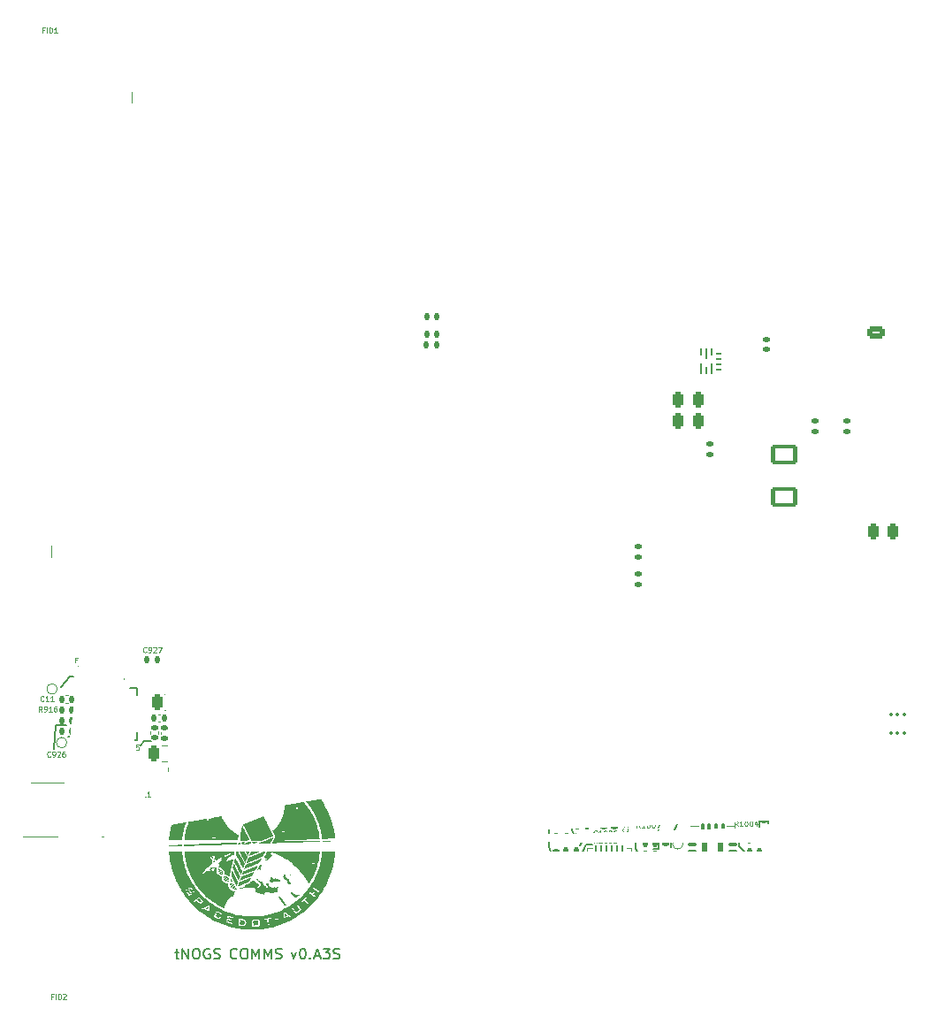
<source format=gto>
G04 #@! TF.GenerationSoftware,KiCad,Pcbnew,7.0.0-da2b9df05c~171~ubuntu22.04.1*
G04 #@! TF.CreationDate,2023-04-06T22:28:54+03:00*
G04 #@! TF.ProjectId,satnogs-comms,7361746e-6f67-4732-9d63-6f6d6d732e6b,rev?*
G04 #@! TF.SameCoordinates,Original*
G04 #@! TF.FileFunction,Legend,Top*
G04 #@! TF.FilePolarity,Positive*
%FSLAX46Y46*%
G04 Gerber Fmt 4.6, Leading zero omitted, Abs format (unit mm)*
G04 Created by KiCad (PCBNEW 7.0.0-da2b9df05c~171~ubuntu22.04.1) date 2023-04-06 22:28:54*
%MOMM*%
%LPD*%
G01*
G04 APERTURE LIST*
G04 Aperture macros list*
%AMRoundRect*
0 Rectangle with rounded corners*
0 $1 Rounding radius*
0 $2 $3 $4 $5 $6 $7 $8 $9 X,Y pos of 4 corners*
0 Add a 4 corners polygon primitive as box body*
4,1,4,$2,$3,$4,$5,$6,$7,$8,$9,$2,$3,0*
0 Add four circle primitives for the rounded corners*
1,1,$1+$1,$2,$3*
1,1,$1+$1,$4,$5*
1,1,$1+$1,$6,$7*
1,1,$1+$1,$8,$9*
0 Add four rect primitives between the rounded corners*
20,1,$1+$1,$2,$3,$4,$5,0*
20,1,$1+$1,$4,$5,$6,$7,0*
20,1,$1+$1,$6,$7,$8,$9,0*
20,1,$1+$1,$8,$9,$2,$3,0*%
%AMRotRect*
0 Rectangle, with rotation*
0 The origin of the aperture is its center*
0 $1 length*
0 $2 width*
0 $3 Rotation angle, in degrees counterclockwise*
0 Add horizontal line*
21,1,$1,$2,0,0,$3*%
%AMFreePoly0*
4,1,7,1.500000,-0.775000,-1.500000,-0.775000,-1.500000,0.225000,-6.000000,0.225000,-6.000000,0.775000,1.500000,0.775000,1.500000,-0.775000,1.500000,-0.775000,$1*%
%AMFreePoly1*
4,1,8,1.500000,-0.775000,-1.500000,-0.775000,-6.000000,-0.775000,-6.000000,-0.225000,-1.500000,-0.225000,-1.500000,0.775000,1.500000,0.775000,1.500000,-0.775000,1.500000,-0.775000,$1*%
%AMFreePoly2*
4,1,6,0.125000,-0.099500,-0.013000,-0.237500,-0.125000,-0.237500,-0.125000,0.237500,0.125000,0.237500,0.125000,-0.099500,0.125000,-0.099500,$1*%
%AMFreePoly3*
4,1,6,0.125000,0.099500,0.125000,-0.237500,-0.125000,-0.237500,-0.125000,0.237500,-0.013000,0.237500,0.125000,0.099500,0.125000,0.099500,$1*%
%AMFreePoly4*
4,1,36,0.462941,0.544983,0.479174,0.544983,0.492307,0.535440,0.507748,0.530424,0.517290,0.517290,0.530424,0.507748,0.535440,0.492307,0.544983,0.479174,0.544983,0.462941,0.550000,0.447500,0.550000,-0.447500,0.544983,-0.462941,0.544983,-0.479174,0.535440,-0.492307,0.530424,-0.507748,0.517290,-0.517290,0.507748,-0.530424,0.492307,-0.535440,0.479174,-0.544983,0.462941,-0.544983,
0.447500,-0.550000,-0.447500,-0.550000,-0.462941,-0.544983,-0.479174,-0.544983,-0.492307,-0.535440,-0.507748,-0.530424,-0.517290,-0.517290,-0.530424,-0.507748,-0.535440,-0.492307,-0.544983,-0.479174,-0.544983,-0.462941,-0.550000,-0.447500,-0.550000,0.350000,-0.350000,0.550000,0.447500,0.550000,0.462941,0.544983,0.462941,0.544983,$1*%
%AMFreePoly5*
4,1,14,0.155252,0.089749,0.264749,-0.019748,0.275000,-0.044497,0.275000,-0.065000,0.264749,-0.089749,0.240000,-0.100000,-0.240000,-0.100000,-0.264749,-0.089749,-0.275000,-0.065000,-0.275000,0.065000,-0.264749,0.089749,-0.240000,0.100000,0.130503,0.100000,0.155252,0.089749,0.155252,0.089749,$1*%
%AMFreePoly6*
4,1,14,0.264749,0.089749,0.275000,0.065000,0.275000,0.044497,0.264749,0.019748,0.155252,-0.089749,0.130503,-0.100000,-0.240000,-0.100000,-0.264749,-0.089749,-0.275000,-0.065000,-0.275000,0.065000,-0.264749,0.089749,-0.240000,0.100000,0.240000,0.100000,0.264749,0.089749,0.264749,0.089749,$1*%
%AMFreePoly7*
4,1,14,0.089749,0.264749,0.100000,0.240000,0.100000,-0.240000,0.089749,-0.264749,0.065000,-0.275000,-0.065000,-0.275000,-0.089749,-0.264749,-0.100000,-0.240000,-0.100000,0.130503,-0.089749,0.155252,0.019748,0.264749,0.044497,0.275000,0.065000,0.275000,0.089749,0.264749,0.089749,0.264749,$1*%
%AMFreePoly8*
4,1,14,-0.019748,0.264749,0.089749,0.155252,0.100000,0.130503,0.100000,-0.240000,0.089749,-0.264749,0.065000,-0.275000,-0.065000,-0.275000,-0.089749,-0.264749,-0.100000,-0.240000,-0.100000,0.240000,-0.089749,0.264749,-0.065000,0.275000,-0.044497,0.275000,-0.019748,0.264749,-0.019748,0.264749,$1*%
%AMFreePoly9*
4,1,14,0.264749,0.089749,0.275000,0.065000,0.275000,-0.065000,0.264749,-0.089749,0.240000,-0.100000,-0.130503,-0.100000,-0.155252,-0.089749,-0.264749,0.019748,-0.275000,0.044497,-0.275000,0.065000,-0.264749,0.089749,-0.240000,0.100000,0.240000,0.100000,0.264749,0.089749,0.264749,0.089749,$1*%
%AMFreePoly10*
4,1,14,0.264749,0.089749,0.275000,0.065000,0.275000,-0.065000,0.264749,-0.089749,0.240000,-0.100000,-0.240000,-0.100000,-0.264749,-0.089749,-0.275000,-0.065000,-0.275000,-0.044497,-0.264749,-0.019747,-0.155252,0.089749,-0.130503,0.100000,0.240000,0.100000,0.264749,0.089749,0.264749,0.089749,$1*%
%AMFreePoly11*
4,1,14,0.089749,0.264749,0.100000,0.240000,0.100000,-0.130503,0.089749,-0.155252,-0.019748,-0.264749,-0.044497,-0.275000,-0.065000,-0.275000,-0.089749,-0.264749,-0.100000,-0.240000,-0.100000,0.240000,-0.089749,0.264749,-0.065000,0.275000,0.065000,0.275000,0.089749,0.264749,0.089749,0.264749,$1*%
%AMFreePoly12*
4,1,14,0.089749,0.264749,0.100000,0.240000,0.100000,-0.240000,0.089749,-0.264749,0.065000,-0.275000,0.044497,-0.275000,0.019748,-0.264749,-0.089749,-0.155252,-0.100000,-0.130503,-0.100000,0.240000,-0.089749,0.264749,-0.065000,0.275000,0.065000,0.275000,0.089749,0.264749,0.089749,0.264749,$1*%
%AMFreePoly13*
4,1,176,10.669000,63.765000,10.669000,58.081000,2.729000,58.081000,2.468000,58.063000,2.211000,58.012000,1.964000,57.928000,1.729000,57.813000,1.512000,57.667000,1.315000,57.495000,1.142000,57.298000,0.997000,57.081000,0.881000,56.846000,0.797000,56.598000,0.746000,56.342000,0.729000,56.081000,0.729000,37.284000,0.744000,37.037000,0.790000,36.794000,0.866000,36.558000,0.970000,36.333000,
1.101000,36.123000,1.257000,35.930000,1.436000,35.759000,1.634000,35.611000,1.634000,15.882000,1.651000,15.621000,1.702000,15.365000,1.786000,15.117000,1.902000,14.882000,2.047000,14.665000,2.220000,14.468000,2.417000,14.296000,2.634000,14.150000,2.869000,14.035000,3.116000,13.950000,3.373000,13.899000,3.634000,13.882000,35.127000,13.882000,35.257000,13.865000,35.377000,13.815000,
35.481000,13.736000,35.560000,13.632000,35.610000,13.512000,35.627000,13.382000,35.627000,9.262000,35.645000,8.994000,35.699000,8.732000,35.787000,8.478000,35.909000,8.239000,36.061000,8.018000,36.242000,7.820000,36.448000,7.647000,36.674000,7.504000,38.425000,6.555000,38.645000,6.414000,38.842000,6.241000,39.010000,6.041000,39.147000,5.818000,39.249000,5.577000,39.314000,5.324000,
39.341000,5.064000,39.328000,4.802000,39.277000,4.546000,39.188000,4.300000,39.063000,4.070000,38.906000,3.861000,38.719000,3.678000,38.507000,3.525000,38.274000,3.405000,38.027000,3.322000,37.769000,3.276000,37.508000,3.269000,37.248000,3.301000,36.996000,3.371000,36.758000,3.478000,33.889000,5.032000,33.781000,5.111000,33.698000,5.216000,33.645000,5.339000,33.627000,5.472000,
33.627000,9.882000,33.610000,10.143000,33.559000,10.400000,33.475000,10.648000,33.359000,10.882000,33.214000,11.100000,33.042000,11.297000,32.845000,11.469000,32.627000,11.614000,32.393000,11.730000,32.145000,11.814000,31.888000,11.865000,31.627000,11.882000,2.729000,11.882000,2.468000,11.865000,2.211000,11.814000,1.964000,11.730000,1.729000,11.614000,1.512000,11.469000,1.315000,11.297000,
1.142000,11.100000,0.997000,10.882000,0.881000,10.648000,0.797000,10.400000,0.746000,10.143000,0.729000,9.882000,0.729000,6.643000,0.747000,6.374000,0.801000,6.110000,0.891000,5.855000,1.013000,5.615000,1.167000,5.394000,1.349000,5.195000,1.557000,5.022000,1.785000,4.880000,2.031000,4.769000,2.289000,4.692000,2.538000,4.616000,2.773000,4.503000,2.989000,4.358000,
3.181000,4.181000,3.344000,3.979000,3.476000,3.754000,3.573000,3.512000,3.633000,3.259000,3.654000,2.999000,3.637000,2.739000,3.581000,2.485000,3.489000,2.241000,3.361000,2.015000,3.201000,1.809000,3.047000,1.618000,2.919000,1.409000,2.817000,1.186000,2.742000,0.952000,2.698000,0.711000,2.683000,0.466000,2.683000,-1.080000,-1.271000,-1.080000,-1.271000,13.411000,
-1.253000,13.597000,-1.198000,13.776000,-1.110000,13.940000,-0.992000,14.085000,-0.848000,14.203000,-0.683000,14.291000,-0.504000,14.345000,-0.318000,14.364000,-0.133000,14.382000,0.046000,14.436000,0.211000,14.524000,0.355000,14.642000,0.474000,14.787000,0.562000,14.952000,0.616000,15.130000,0.634000,15.316000,0.634000,33.706000,0.616000,33.891000,0.562000,34.070000,0.474000,34.235000,
0.355000,34.379000,0.211000,34.498000,0.046000,34.586000,-0.133000,34.640000,-0.318000,34.658000,-0.504000,34.676000,-0.683000,34.731000,-0.848000,34.819000,-0.992000,34.937000,-1.110000,35.081000,-1.198000,35.246000,-1.253000,35.425000,-1.271000,35.611000,-1.271000,64.922000,3.819000,64.922000,10.669000,63.765000,10.669000,63.765000,$1*%
%AMFreePoly14*
4,1,313,37.697000,6.512000,37.886000,6.447000,38.058000,6.346000,38.207000,6.213000,38.326000,6.054000,38.836000,5.206000,38.983000,4.995000,39.155000,4.804000,39.350000,4.637000,39.566000,4.497000,39.797000,4.385000,40.041000,4.304000,40.293000,4.254000,40.550000,4.238000,50.368000,4.238000,50.497000,4.221000,50.618000,4.171000,50.721000,4.091000,50.801000,3.988000,50.851000,3.867000,
50.868000,3.738000,50.868000,-9.240000,50.885000,-9.501000,50.936000,-9.758000,51.020000,-10.006000,51.136000,-10.240000,51.281000,-10.458000,51.453000,-10.655000,51.650000,-10.827000,51.868000,-10.972000,52.102000,-11.088000,52.350000,-11.172000,52.607000,-11.223000,52.868000,-11.240000,56.003000,-11.240000,56.003000,-11.345000,56.020000,-11.606000,56.071000,-11.863000,56.155000,-12.111000,56.271000,-12.345000,
56.416000,-12.563000,56.589000,-12.760000,56.786000,-12.932000,57.003000,-13.077000,57.238000,-13.193000,57.485000,-13.277000,57.742000,-13.328000,58.003000,-13.345000,75.475000,-13.345000,75.737000,-13.328000,75.995000,-13.276000,76.244000,-13.191000,76.480000,-13.074000,76.698000,-12.927000,76.895000,-12.753000,77.068000,-12.554000,77.213000,-12.335000,77.328000,-12.098000,78.932000,-8.146000,79.112000,-7.754000,
79.323000,-7.378000,79.566000,-7.021000,79.838000,-6.686000,80.137000,-6.375000,80.462000,-6.091000,80.810000,-5.835000,81.177000,-5.609000,81.563000,-5.415000,81.964000,-5.255000,82.376000,-5.129000,82.798000,-5.038000,83.226000,-4.984000,83.658000,-4.965000,84.738000,-4.965000,84.999000,-4.948000,85.255000,-4.897000,85.503000,-4.813000,85.738000,-4.697000,85.955000,-4.552000,86.152000,-4.380000,
86.324000,-4.183000,86.470000,-3.965000,86.585000,-3.731000,86.669000,-3.483000,86.720000,-3.226000,86.738000,-2.965000,86.738000,-2.165000,86.719000,-1.895000,86.665000,-1.630000,86.575000,-1.374000,86.451000,-1.134000,86.296000,-0.912000,86.112000,-0.713000,85.903000,-0.540000,85.673000,-0.398000,85.426000,-0.287000,85.166000,-0.212000,85.039000,-0.165000,84.929000,-0.086000,84.844000,0.019000,
84.791000,0.143000,84.773000,0.277000,84.773000,0.806000,88.738000,0.806000,88.738000,-7.015000,83.658000,-7.015000,83.331000,-7.033000,83.008000,-7.085000,82.692000,-7.172000,82.388000,-7.292000,82.098000,-7.444000,81.826000,-7.626000,81.575000,-7.837000,81.349000,-8.072000,81.148000,-8.331000,80.977000,-8.610000,80.837000,-8.906000,80.729000,-9.215000,80.654000,-9.533000,80.615000,-9.858000,
80.610000,-10.185000,80.723000,-13.065000,80.723000,-15.145000,55.908000,-15.145000,55.722000,-15.127000,55.544000,-15.073000,55.379000,-14.985000,55.235000,-14.866000,55.116000,-14.722000,55.028000,-14.557000,54.974000,-14.379000,54.956000,-14.193000,54.937000,-14.007000,54.883000,-13.828000,54.795000,-13.664000,54.677000,-13.519000,54.532000,-13.401000,54.368000,-13.313000,54.189000,-13.259000,54.003000,-13.240000,
48.868000,-13.240000,48.868000,-2.512000,48.850000,-2.251000,48.799000,-1.995000,48.715000,-1.747000,48.600000,-1.512000,48.454000,-1.295000,48.282000,-1.098000,48.085000,-0.925000,47.868000,-0.780000,47.633000,-0.664000,47.385000,-0.580000,47.129000,-0.529000,46.868000,-0.512000,42.470000,-0.512000,42.209000,-0.529000,41.952000,-0.580000,41.704000,-0.664000,41.470000,-0.780000,41.252000,-0.925000,
41.055000,-1.098000,40.883000,-1.295000,40.738000,-1.512000,40.622000,-1.747000,40.538000,-1.995000,40.487000,-2.251000,40.470000,-2.512000,40.470000,-13.240000,35.588000,-13.240000,35.402000,-13.259000,35.224000,-13.313000,35.059000,-13.401000,34.915000,-13.519000,34.796000,-13.664000,34.708000,-13.828000,34.654000,-14.007000,34.636000,-14.193000,34.617000,-14.379000,34.563000,-14.557000,34.475000,-14.722000,
34.357000,-14.866000,34.212000,-14.985000,34.048000,-15.073000,33.869000,-15.127000,33.683000,-15.145000,6.582000,-15.145000,6.582000,-13.065000,6.695000,-10.185000,6.690000,-9.858000,6.651000,-9.533000,6.576000,-9.214000,6.468000,-8.905000,6.328000,-8.610000,6.157000,-8.331000,5.956000,-8.072000,5.730000,-7.836000,5.479000,-7.626000,5.207000,-7.444000,4.917000,-7.292000,4.613000,-7.172000,
4.297000,-7.085000,3.974000,-7.033000,3.648000,-7.015000,-1.432000,-7.015000,-1.432000,0.806000,2.521000,0.806000,2.521000,0.274000,2.503000,0.141000,2.450000,0.017000,2.366000,-0.088000,2.257000,-0.167000,2.130000,-0.214000,1.872000,-0.290000,1.625000,-0.401000,1.397000,-0.544000,1.189000,-0.716000,1.006000,-0.915000,0.852000,-1.137000,0.729000,-1.377000,0.640000,-1.632000,
0.586000,-1.896000,0.568000,-2.165000,0.568000,-2.965000,0.585000,-3.226000,0.636000,-3.483000,0.720000,-3.731000,0.836000,-3.965000,0.981000,-4.183000,1.153000,-4.380000,1.350000,-4.552000,1.568000,-4.697000,1.802000,-4.813000,2.050000,-4.897000,2.307000,-4.948000,2.568000,-4.965000,3.648000,-4.965000,4.079000,-4.984000,4.507000,-5.038000,4.929000,-5.129000,5.341000,-5.255000,
5.742000,-5.415000,6.128000,-5.609000,6.495000,-5.835000,6.843000,-6.090000,7.168000,-6.375000,7.467000,-6.686000,7.739000,-7.021000,7.982000,-7.377000,8.193000,-7.753000,8.373000,-8.146000,9.978000,-12.098000,10.093000,-12.335000,10.238000,-12.554000,10.410000,-12.753000,10.607000,-12.927000,10.826000,-13.074000,11.061000,-13.191000,11.310000,-13.276000,11.568000,-13.328000,11.831000,-13.345000,
31.588000,-13.345000,31.849000,-13.328000,32.106000,-13.277000,32.353000,-13.193000,32.588000,-13.077000,32.806000,-12.932000,33.002000,-12.760000,33.175000,-12.563000,33.320000,-12.345000,33.436000,-12.111000,33.520000,-11.863000,33.571000,-11.606000,33.588000,-11.345000,33.588000,-11.240000,36.470000,-11.240000,36.731000,-11.223000,36.987000,-11.172000,37.235000,-11.088000,37.470000,-10.972000,37.687000,-10.827000,
37.884000,-10.655000,38.056000,-10.458000,38.202000,-10.240000,38.317000,-10.006000,38.401000,-9.758000,38.452000,-9.501000,38.470000,-9.240000,38.470000,-1.017000,38.451000,-0.744000,38.395000,-0.476000,38.303000,-0.218000,38.177000,0.025000,38.019000,0.248000,37.832000,0.448000,37.619000,0.620000,37.385000,0.761000,37.133000,0.870000,36.870000,0.943000,36.741000,0.988000,36.629000,1.066000,
36.543000,1.172000,36.488000,1.297000,36.470000,1.433000,36.470000,5.538000,36.490000,5.736000,36.549000,5.927000,36.644000,6.102000,36.773000,6.255000,36.929000,6.379000,37.107000,6.470000,37.299000,6.523000,37.499000,6.537000,37.697000,6.512000,37.697000,6.512000,$1*%
%AMFreePoly15*
4,1,260,16.714000,-0.156000,16.696000,-0.342000,16.642000,-0.521000,16.554000,-0.685000,16.435000,-0.830000,16.291000,-0.948000,16.126000,-1.036000,15.948000,-1.090000,15.762000,-1.109000,15.576000,-1.127000,15.397000,-1.181000,15.233000,-1.269000,15.088000,-1.388000,14.970000,-1.532000,14.882000,-1.697000,14.828000,-1.875000,14.809000,-2.061000,14.809000,-20.451000,14.828000,-20.636000,14.882000,-20.815000,
14.970000,-20.980000,15.088000,-21.124000,15.233000,-21.243000,15.397000,-21.331000,15.576000,-21.385000,15.948000,-21.421000,16.126000,-21.476000,16.291000,-21.564000,16.435000,-21.682000,16.554000,-21.826000,16.642000,-21.991000,16.696000,-22.170000,16.714000,-22.356000,16.714000,-36.846000,12.749000,-36.846000,12.749000,-36.418000,12.768000,-36.284000,12.821000,-36.160000,12.906000,-36.055000,13.016000,-35.976000,
13.142000,-35.930000,13.402000,-35.854000,13.650000,-35.744000,13.880000,-35.601000,14.089000,-35.429000,14.273000,-35.230000,14.428000,-35.008000,14.551000,-34.767000,14.641000,-34.512000,14.696000,-34.246000,14.714000,-33.976000,14.714000,-26.773000,14.697000,-26.512000,14.646000,-26.256000,14.562000,-26.008000,14.446000,-25.773000,14.301000,-25.556000,14.129000,-25.359000,13.932000,-25.187000,13.714000,-25.041000,
13.480000,-24.926000,13.232000,-24.842000,12.975000,-24.790000,12.714000,-24.773000,-6.205000,-24.773000,-6.466000,-24.790000,-6.723000,-24.842000,-6.971000,-24.926000,-7.205000,-25.041000,-7.423000,-25.187000,-7.620000,-25.359000,-7.792000,-25.556000,-7.937000,-25.773000,-8.053000,-26.008000,-8.137000,-26.256000,-8.188000,-26.512000,-8.205000,-26.773000,-8.205000,-29.099000,-8.223000,-29.348000,-8.276000,-29.592000,
-8.364000,-29.826000,-8.483000,-30.045000,-8.633000,-30.245000,-8.809000,-30.422000,-9.009000,-30.571000,-9.228000,-30.691000,-9.462000,-30.778000,-9.706000,-30.831000,-9.955000,-30.849000,-10.928000,-30.849000,-11.189000,-30.866000,-11.445000,-30.917000,-11.693000,-31.001000,-11.928000,-31.117000,-12.145000,-31.262000,-12.342000,-31.435000,-12.514000,-31.632000,-12.660000,-31.849000,-12.775000,-32.084000,-12.859000,-32.332000,
-12.910000,-32.588000,-12.928000,-32.849000,-12.928000,-33.190000,-12.945000,-33.320000,-12.995000,-33.440000,-13.074000,-33.544000,-13.178000,-33.623000,-13.298000,-33.673000,-13.428000,-33.690000,-14.428000,-33.690000,-14.557000,-33.673000,-14.678000,-33.623000,-14.781000,-33.544000,-14.861000,-33.440000,-14.911000,-33.320000,-14.928000,-33.190000,-14.928000,-28.599000,-14.911000,-28.470000,-14.861000,-28.349000,-14.781000,-28.246000,
-14.678000,-28.166000,-14.557000,-28.116000,-14.428000,-28.099000,-12.456000,-28.099000,-12.195000,-28.082000,-11.938000,-28.031000,-11.690000,-27.947000,-11.456000,-27.831000,-11.238000,-27.686000,-11.041000,-27.513000,-10.869000,-27.317000,-10.724000,-27.099000,-10.608000,-26.865000,-10.524000,-26.617000,-10.473000,-26.360000,-10.456000,-26.099000,-10.456000,-23.273000,-10.439000,-23.144000,-10.389000,-23.023000,-10.309000,-22.920000,
-10.206000,-22.840000,-10.085000,-22.790000,-9.956000,-22.773000,-5.328000,-22.773000,-5.067000,-22.756000,-4.810000,-22.705000,-4.562000,-22.621000,-4.328000,-22.505000,-4.110000,-22.360000,-3.913000,-22.188000,-3.741000,-21.991000,-3.596000,-21.773000,-3.480000,-21.539000,-3.396000,-21.291000,-3.345000,-21.034000,-3.328000,-20.773000,-3.328000,-4.130000,-3.343000,-3.886000,-3.387000,-3.645000,-3.461000,-3.412000,
-3.563000,-3.189000,-3.652000,-2.995000,-3.716000,-2.790000,-3.755000,-2.580000,-3.768000,-2.366000,-3.768000,0.793000,-3.751000,0.923000,-3.701000,1.043000,-3.622000,1.147000,-3.518000,1.226000,-3.398000,1.276000,-3.268000,1.293000,2.309000,1.293000,2.309000,-0.707000,2.035000,-0.726000,1.765000,-0.782000,1.506000,-0.875000,1.262000,-1.003000,1.038000,-1.163000,0.838000,-1.352000,
0.666000,-1.567000,-0.971000,-3.926000,-1.097000,-4.133000,-1.197000,-4.354000,-1.269000,-4.586000,-1.313000,-4.824000,-1.328000,-5.066000,-1.328000,-20.773000,-1.310000,-21.034000,-1.259000,-21.291000,-1.175000,-21.539000,-1.060000,-21.773000,-0.914000,-21.991000,-0.742000,-22.188000,-0.545000,-22.360000,-0.328000,-22.505000,-0.093000,-22.621000,0.155000,-22.705000,0.411000,-22.756000,0.672000,-22.773000,
10.809000,-22.773000,11.070000,-22.756000,11.327000,-22.705000,11.575000,-22.621000,11.809000,-22.505000,12.027000,-22.360000,12.224000,-22.188000,12.396000,-21.991000,12.541000,-21.773000,12.657000,-21.539000,12.741000,-21.291000,12.792000,-21.034000,12.809000,-20.773000,12.809000,-2.707000,12.792000,-2.446000,12.741000,-2.189000,12.657000,-1.941000,12.541000,-1.707000,12.396000,-1.489000,12.224000,-1.293000,
12.027000,-1.120000,11.809000,-0.975000,11.575000,-0.859000,11.327000,-0.775000,11.070000,-0.724000,10.809000,-0.707000,2.409000,-0.707000,2.409000,1.293000,11.658000,1.293000,11.913000,1.310000,12.165000,1.359000,12.408000,1.439000,12.639000,1.550000,12.854000,1.690000,13.910000,2.479000,14.112000,2.651000,14.289000,2.849000,14.439000,3.068000,14.558000,3.306000,14.644000,3.557000,
14.697000,3.817000,14.714000,4.082000,14.714000,20.314000,14.697000,20.575000,14.646000,20.831000,14.562000,21.079000,14.446000,21.314000,14.301000,21.531000,14.129000,21.728000,13.932000,21.901000,13.714000,22.046000,13.480000,22.162000,13.232000,22.246000,12.975000,22.297000,12.714000,22.314000,6.044000,22.314000,6.044000,27.998000,12.894000,29.156000,16.714000,29.156000,16.714000,-0.156000,
16.714000,-0.156000,$1*%
G04 Aperture macros list end*
%ADD10C,0.150000*%
%ADD11C,0.153000*%
%ADD12C,0.100000*%
%ADD13C,0.254000*%
%ADD14C,0.120000*%
%ADD15C,0.200000*%
%ADD16C,0.574782*%
%ADD17C,0.600000*%
%ADD18R,1.524000X1.524000*%
%ADD19C,1.524000*%
%ADD20C,5.600000*%
%ADD21RoundRect,0.243750X-0.243750X-0.456250X0.243750X-0.456250X0.243750X0.456250X-0.243750X0.456250X0*%
%ADD22RoundRect,0.243750X0.456250X-0.243750X0.456250X0.243750X-0.456250X0.243750X-0.456250X-0.243750X0*%
%ADD23R,2.350000X5.100000*%
%ADD24RoundRect,0.218750X0.256250X-0.218750X0.256250X0.218750X-0.256250X0.218750X-0.256250X-0.218750X0*%
%ADD25RoundRect,0.218750X-0.256250X0.218750X-0.256250X-0.218750X0.256250X-0.218750X0.256250X0.218750X0*%
%ADD26R,2.600000X1.100000*%
%ADD27FreePoly0,180.000000*%
%ADD28FreePoly1,180.000000*%
%ADD29RoundRect,0.147500X-0.147500X-0.172500X0.147500X-0.172500X0.147500X0.172500X-0.147500X0.172500X0*%
%ADD30RoundRect,0.147500X0.017678X-0.226274X0.226274X-0.017678X-0.017678X0.226274X-0.226274X0.017678X0*%
%ADD31FreePoly0,0.000000*%
%ADD32FreePoly1,0.000000*%
%ADD33RoundRect,0.147500X0.172500X-0.147500X0.172500X0.147500X-0.172500X0.147500X-0.172500X-0.147500X0*%
%ADD34RotRect,0.350000X1.000000X45.000000*%
%ADD35RotRect,0.350000X1.000000X315.000000*%
%ADD36RoundRect,0.147500X-0.017678X0.226274X-0.226274X0.017678X0.017678X-0.226274X0.226274X-0.017678X0*%
%ADD37FreePoly2,270.000000*%
%ADD38R,0.475000X0.250000*%
%ADD39FreePoly3,90.000000*%
%ADD40FreePoly2,0.000000*%
%ADD41R,0.250000X0.475000*%
%ADD42FreePoly3,180.000000*%
%ADD43FreePoly2,90.000000*%
%ADD44FreePoly3,270.000000*%
%ADD45FreePoly2,180.000000*%
%ADD46FreePoly3,0.000000*%
%ADD47FreePoly4,180.000000*%
%ADD48RoundRect,0.062500X-0.062500X0.325000X-0.062500X-0.325000X0.062500X-0.325000X0.062500X0.325000X0*%
%ADD49R,1.600000X0.700000*%
%ADD50RoundRect,0.147500X0.147500X0.172500X-0.147500X0.172500X-0.147500X-0.172500X0.147500X-0.172500X0*%
%ADD51C,0.050000*%
%ADD52R,0.750000X0.400000*%
%ADD53RoundRect,0.147500X-0.172500X0.147500X-0.172500X-0.147500X0.172500X-0.147500X0.172500X0.147500X0*%
%ADD54RoundRect,0.075000X0.075000X-0.725000X0.075000X0.725000X-0.075000X0.725000X-0.075000X-0.725000X0*%
%ADD55RoundRect,0.075000X0.725000X-0.075000X0.725000X0.075000X-0.725000X0.075000X-0.725000X-0.075000X0*%
%ADD56R,2.370000X2.430000*%
%ADD57R,1.060000X0.650000*%
%ADD58R,0.330000X0.410000*%
%ADD59RoundRect,0.140000X-0.140000X-0.170000X0.140000X-0.170000X0.140000X0.170000X-0.140000X0.170000X0*%
%ADD60RoundRect,0.218750X0.218750X0.256250X-0.218750X0.256250X-0.218750X-0.256250X0.218750X-0.256250X0*%
%ADD61RoundRect,0.225000X-0.250000X0.225000X-0.250000X-0.225000X0.250000X-0.225000X0.250000X0.225000X0*%
%ADD62RotRect,0.750000X0.400000X135.000000*%
%ADD63RotRect,0.750000X0.400000X315.000000*%
%ADD64RoundRect,0.062500X-0.350000X-0.062500X0.350000X-0.062500X0.350000X0.062500X-0.350000X0.062500X0*%
%ADD65RoundRect,0.062500X-0.062500X-0.350000X0.062500X-0.350000X0.062500X0.350000X-0.062500X0.350000X0*%
%ADD66RoundRect,0.250001X-1.099999X-1.099999X1.099999X-1.099999X1.099999X1.099999X-1.099999X1.099999X0*%
%ADD67FreePoly5,180.000000*%
%ADD68RoundRect,0.050000X0.225000X0.050000X-0.225000X0.050000X-0.225000X-0.050000X0.225000X-0.050000X0*%
%ADD69FreePoly6,180.000000*%
%ADD70FreePoly7,180.000000*%
%ADD71RoundRect,0.050000X0.050000X0.225000X-0.050000X0.225000X-0.050000X-0.225000X0.050000X-0.225000X0*%
%ADD72FreePoly8,180.000000*%
%ADD73FreePoly9,180.000000*%
%ADD74FreePoly10,180.000000*%
%ADD75FreePoly11,180.000000*%
%ADD76FreePoly12,180.000000*%
%ADD77R,0.740000X0.740000*%
%ADD78RotRect,0.350000X1.000000X135.000000*%
%ADD79RoundRect,0.062500X0.062500X-0.375000X0.062500X0.375000X-0.062500X0.375000X-0.062500X-0.375000X0*%
%ADD80RoundRect,0.062500X0.375000X-0.062500X0.375000X0.062500X-0.375000X0.062500X-0.375000X-0.062500X0*%
%ADD81RoundRect,0.250001X2.549999X-2.549999X2.549999X2.549999X-2.549999X2.549999X-2.549999X-2.549999X0*%
%ADD82RoundRect,0.100000X-0.275000X0.250000X-0.275000X-0.250000X0.275000X-0.250000X0.275000X0.250000X0*%
%ADD83RoundRect,0.250001X0.899999X-0.899999X0.899999X0.899999X-0.899999X0.899999X-0.899999X-0.899999X0*%
%ADD84RoundRect,0.140000X-0.170000X0.140000X-0.170000X-0.140000X0.170000X-0.140000X0.170000X0.140000X0*%
%ADD85RoundRect,0.140000X0.140000X0.170000X-0.140000X0.170000X-0.140000X-0.170000X0.140000X-0.170000X0*%
%ADD86RoundRect,0.135000X-0.185000X0.135000X-0.185000X-0.135000X0.185000X-0.135000X0.185000X0.135000X0*%
%ADD87RoundRect,0.135000X0.185000X-0.135000X0.185000X0.135000X-0.185000X0.135000X-0.185000X-0.135000X0*%
%ADD88RoundRect,0.135000X0.135000X0.185000X-0.135000X0.185000X-0.135000X-0.185000X0.135000X-0.185000X0*%
%ADD89R,0.500000X0.400000*%
%ADD90R,0.500000X0.300000*%
%ADD91RoundRect,0.075000X-0.350000X-0.075000X0.350000X-0.075000X0.350000X0.075000X-0.350000X0.075000X0*%
%ADD92RoundRect,0.075000X-0.075000X-0.350000X0.075000X-0.350000X0.075000X0.350000X-0.075000X0.350000X0*%
%ADD93RoundRect,0.250001X-0.799999X-0.799999X0.799999X-0.799999X0.799999X0.799999X-0.799999X0.799999X0*%
%ADD94RoundRect,0.250000X0.450000X-0.262500X0.450000X0.262500X-0.450000X0.262500X-0.450000X-0.262500X0*%
%ADD95R,0.300000X0.350000*%
%ADD96RoundRect,0.250000X-0.475000X0.250000X-0.475000X-0.250000X0.475000X-0.250000X0.475000X0.250000X0*%
%ADD97C,2.000000*%
%ADD98RoundRect,0.250000X-0.250000X-0.475000X0.250000X-0.475000X0.250000X0.475000X-0.250000X0.475000X0*%
%ADD99RoundRect,0.140000X0.170000X-0.140000X0.170000X0.140000X-0.170000X0.140000X-0.170000X-0.140000X0*%
%ADD100R,0.410000X0.720000*%
%ADD101R,1.730000X3.990000*%
%ADD102R,0.470000X0.410000*%
%ADD103R,0.585000X0.510000*%
%ADD104C,3.500000*%
%ADD105R,0.600000X0.770000*%
%ADD106R,0.770000X0.600000*%
%ADD107R,2.875000X2.875000*%
%ADD108RoundRect,0.135000X-0.135000X-0.185000X0.135000X-0.185000X0.135000X0.185000X-0.135000X0.185000X0*%
%ADD109R,3.400000X1.800000*%
%ADD110RoundRect,0.189500X0.758000X1.060500X-0.758000X1.060500X-0.758000X-1.060500X0.758000X-1.060500X0*%
%ADD111RoundRect,0.050000X0.275000X-0.050000X0.275000X0.050000X-0.275000X0.050000X-0.275000X-0.050000X0*%
%ADD112RoundRect,0.050000X0.450000X-0.050000X0.450000X0.050000X-0.450000X0.050000X-0.450000X-0.050000X0*%
%ADD113RoundRect,0.062500X0.062500X0.212500X-0.062500X0.212500X-0.062500X-0.212500X0.062500X-0.212500X0*%
%ADD114RoundRect,0.062500X-0.062500X-0.212500X0.062500X-0.212500X0.062500X0.212500X-0.062500X0.212500X0*%
%ADD115RoundRect,0.250000X0.250000X0.475000X-0.250000X0.475000X-0.250000X-0.475000X0.250000X-0.475000X0*%
%ADD116RoundRect,0.218750X-0.218750X-0.381250X0.218750X-0.381250X0.218750X0.381250X-0.218750X0.381250X0*%
%ADD117C,0.800000*%
%ADD118R,2.300000X0.750000*%
%ADD119R,2.300000X0.250000*%
%ADD120R,0.400000X0.500000*%
%ADD121R,0.300000X0.500000*%
%ADD122R,1.700000X0.810000*%
%ADD123R,1.050000X0.810000*%
%ADD124R,0.330000X0.270000*%
%ADD125RoundRect,0.250000X-0.575000X0.350000X-0.575000X-0.350000X0.575000X-0.350000X0.575000X0.350000X0*%
%ADD126O,1.650000X1.200000*%
%ADD127FreePoly13,0.000000*%
%ADD128FreePoly14,0.000000*%
%ADD129FreePoly15,0.000000*%
%ADD130RoundRect,0.093750X-0.106250X0.093750X-0.106250X-0.093750X0.106250X-0.093750X0.106250X0.093750X0*%
%ADD131R,1.600000X1.000000*%
%ADD132RoundRect,0.250000X0.575000X-0.350000X0.575000X0.350000X-0.575000X0.350000X-0.575000X-0.350000X0*%
%ADD133R,1.000000X0.350000*%
%ADD134R,0.350000X1.000000*%
%ADD135RoundRect,0.189500X-1.060500X0.758000X-1.060500X-0.758000X1.060500X-0.758000X1.060500X0.758000X0*%
%ADD136RoundRect,0.050000X-0.050000X-0.275000X0.050000X-0.275000X0.050000X0.275000X-0.050000X0.275000X0*%
%ADD137RoundRect,0.050000X-0.050000X-0.450000X0.050000X-0.450000X0.050000X0.450000X-0.050000X0.450000X0*%
%ADD138RoundRect,0.062500X0.212500X-0.062500X0.212500X0.062500X-0.212500X0.062500X-0.212500X-0.062500X0*%
%ADD139RoundRect,0.062500X-0.212500X0.062500X-0.212500X-0.062500X0.212500X-0.062500X0.212500X0.062500X0*%
%ADD140C,1.000000*%
G04 APERTURE END LIST*
D10*
X139439285Y-67842380D02*
X138963095Y-67842380D01*
X138963095Y-67842380D02*
X138915476Y-68318571D01*
X138915476Y-68318571D02*
X138963095Y-68270952D01*
X138963095Y-68270952D02*
X139058333Y-68223333D01*
X139058333Y-68223333D02*
X139296428Y-68223333D01*
X139296428Y-68223333D02*
X139391666Y-68270952D01*
X139391666Y-68270952D02*
X139439285Y-68318571D01*
X139439285Y-68318571D02*
X139486904Y-68413809D01*
X139486904Y-68413809D02*
X139486904Y-68651904D01*
X139486904Y-68651904D02*
X139439285Y-68747142D01*
X139439285Y-68747142D02*
X139391666Y-68794761D01*
X139391666Y-68794761D02*
X139296428Y-68842380D01*
X139296428Y-68842380D02*
X139058333Y-68842380D01*
X139058333Y-68842380D02*
X138963095Y-68794761D01*
X138963095Y-68794761D02*
X138915476Y-68747142D01*
X139772619Y-67842380D02*
X140105952Y-68842380D01*
X140105952Y-68842380D02*
X140439285Y-67842380D01*
X167942857Y-104167380D02*
X168561904Y-104167380D01*
X168561904Y-104167380D02*
X168228571Y-104548333D01*
X168228571Y-104548333D02*
X168371428Y-104548333D01*
X168371428Y-104548333D02*
X168466666Y-104595952D01*
X168466666Y-104595952D02*
X168514285Y-104643571D01*
X168514285Y-104643571D02*
X168561904Y-104738809D01*
X168561904Y-104738809D02*
X168561904Y-104976904D01*
X168561904Y-104976904D02*
X168514285Y-105072142D01*
X168514285Y-105072142D02*
X168466666Y-105119761D01*
X168466666Y-105119761D02*
X168371428Y-105167380D01*
X168371428Y-105167380D02*
X168085714Y-105167380D01*
X168085714Y-105167380D02*
X167990476Y-105119761D01*
X167990476Y-105119761D02*
X167942857Y-105072142D01*
X168847619Y-104167380D02*
X169180952Y-105167380D01*
X169180952Y-105167380D02*
X169514285Y-104167380D01*
X169752381Y-104167380D02*
X170371428Y-104167380D01*
X170371428Y-104167380D02*
X170038095Y-104548333D01*
X170038095Y-104548333D02*
X170180952Y-104548333D01*
X170180952Y-104548333D02*
X170276190Y-104595952D01*
X170276190Y-104595952D02*
X170323809Y-104643571D01*
X170323809Y-104643571D02*
X170371428Y-104738809D01*
X170371428Y-104738809D02*
X170371428Y-104976904D01*
X170371428Y-104976904D02*
X170323809Y-105072142D01*
X170323809Y-105072142D02*
X170276190Y-105119761D01*
X170276190Y-105119761D02*
X170180952Y-105167380D01*
X170180952Y-105167380D02*
X169895238Y-105167380D01*
X169895238Y-105167380D02*
X169800000Y-105119761D01*
X169800000Y-105119761D02*
X169752381Y-105072142D01*
D11*
X158750000Y-98585000D02*
X159975000Y-97260000D01*
X157950000Y-98585000D02*
X158750000Y-98585000D01*
D10*
X160114285Y-95842380D02*
X159638095Y-95842380D01*
X159638095Y-95842380D02*
X159590476Y-96318571D01*
X159590476Y-96318571D02*
X159638095Y-96270952D01*
X159638095Y-96270952D02*
X159733333Y-96223333D01*
X159733333Y-96223333D02*
X159971428Y-96223333D01*
X159971428Y-96223333D02*
X160066666Y-96270952D01*
X160066666Y-96270952D02*
X160114285Y-96318571D01*
X160114285Y-96318571D02*
X160161904Y-96413809D01*
X160161904Y-96413809D02*
X160161904Y-96651904D01*
X160161904Y-96651904D02*
X160114285Y-96747142D01*
X160114285Y-96747142D02*
X160066666Y-96794761D01*
X160066666Y-96794761D02*
X159971428Y-96842380D01*
X159971428Y-96842380D02*
X159733333Y-96842380D01*
X159733333Y-96842380D02*
X159638095Y-96794761D01*
X159638095Y-96794761D02*
X159590476Y-96747142D01*
X160447619Y-95842380D02*
X160780952Y-96842380D01*
X160780952Y-96842380D02*
X161114285Y-95842380D01*
D12*
X141571428Y-65926190D02*
X141880952Y-65926190D01*
X141880952Y-65926190D02*
X141714285Y-66116666D01*
X141714285Y-66116666D02*
X141785714Y-66116666D01*
X141785714Y-66116666D02*
X141833333Y-66140476D01*
X141833333Y-66140476D02*
X141857142Y-66164285D01*
X141857142Y-66164285D02*
X141880952Y-66211904D01*
X141880952Y-66211904D02*
X141880952Y-66330952D01*
X141880952Y-66330952D02*
X141857142Y-66378571D01*
X141857142Y-66378571D02*
X141833333Y-66402380D01*
X141833333Y-66402380D02*
X141785714Y-66426190D01*
X141785714Y-66426190D02*
X141642857Y-66426190D01*
X141642857Y-66426190D02*
X141595238Y-66402380D01*
X141595238Y-66402380D02*
X141571428Y-66378571D01*
X142023809Y-65926190D02*
X142190475Y-66426190D01*
X142190475Y-66426190D02*
X142357142Y-65926190D01*
X142476189Y-65926190D02*
X142785713Y-65926190D01*
X142785713Y-65926190D02*
X142619046Y-66116666D01*
X142619046Y-66116666D02*
X142690475Y-66116666D01*
X142690475Y-66116666D02*
X142738094Y-66140476D01*
X142738094Y-66140476D02*
X142761903Y-66164285D01*
X142761903Y-66164285D02*
X142785713Y-66211904D01*
X142785713Y-66211904D02*
X142785713Y-66330952D01*
X142785713Y-66330952D02*
X142761903Y-66378571D01*
X142761903Y-66378571D02*
X142738094Y-66402380D01*
X142738094Y-66402380D02*
X142690475Y-66426190D01*
X142690475Y-66426190D02*
X142547618Y-66426190D01*
X142547618Y-66426190D02*
X142499999Y-66402380D01*
X142499999Y-66402380D02*
X142476189Y-66378571D01*
X142880951Y-66473809D02*
X143261903Y-66473809D01*
X143380950Y-66426190D02*
X143380950Y-65926190D01*
X143619045Y-66426190D02*
X143619045Y-65926190D01*
X143619045Y-65926190D02*
X143904759Y-66426190D01*
X143904759Y-66426190D02*
X143904759Y-65926190D01*
D10*
X134342857Y-55692380D02*
X134961904Y-55692380D01*
X134961904Y-55692380D02*
X134628571Y-56073333D01*
X134628571Y-56073333D02*
X134771428Y-56073333D01*
X134771428Y-56073333D02*
X134866666Y-56120952D01*
X134866666Y-56120952D02*
X134914285Y-56168571D01*
X134914285Y-56168571D02*
X134961904Y-56263809D01*
X134961904Y-56263809D02*
X134961904Y-56501904D01*
X134961904Y-56501904D02*
X134914285Y-56597142D01*
X134914285Y-56597142D02*
X134866666Y-56644761D01*
X134866666Y-56644761D02*
X134771428Y-56692380D01*
X134771428Y-56692380D02*
X134485714Y-56692380D01*
X134485714Y-56692380D02*
X134390476Y-56644761D01*
X134390476Y-56644761D02*
X134342857Y-56597142D01*
X135247619Y-55692380D02*
X135580952Y-56692380D01*
X135580952Y-56692380D02*
X135914285Y-55692380D01*
X136152381Y-55692380D02*
X136771428Y-55692380D01*
X136771428Y-55692380D02*
X136438095Y-56073333D01*
X136438095Y-56073333D02*
X136580952Y-56073333D01*
X136580952Y-56073333D02*
X136676190Y-56120952D01*
X136676190Y-56120952D02*
X136723809Y-56168571D01*
X136723809Y-56168571D02*
X136771428Y-56263809D01*
X136771428Y-56263809D02*
X136771428Y-56501904D01*
X136771428Y-56501904D02*
X136723809Y-56597142D01*
X136723809Y-56597142D02*
X136676190Y-56644761D01*
X136676190Y-56644761D02*
X136580952Y-56692380D01*
X136580952Y-56692380D02*
X136295238Y-56692380D01*
X136295238Y-56692380D02*
X136200000Y-56644761D01*
X136200000Y-56644761D02*
X136152381Y-56597142D01*
D11*
X152675000Y-109410000D02*
X153300000Y-109010000D01*
X138575000Y-107660000D02*
X138575000Y-107010000D01*
X163169600Y-109760000D02*
X164450000Y-109760000D01*
X148075000Y-114885000D02*
X146900000Y-116460000D01*
X150723600Y-82169000D02*
X151282400Y-82702400D01*
X145825000Y-78385000D02*
X146950000Y-77735000D01*
X143300000Y-73135000D02*
X143900000Y-73635000D01*
X138842000Y-98359291D02*
X138842000Y-97359291D01*
X137875000Y-128460000D02*
X138150000Y-127910000D01*
X157725000Y-112885000D02*
X158050000Y-113035000D01*
X165100000Y-88335000D02*
X166225000Y-88335000D01*
X160100000Y-80235000D02*
X160650000Y-80235000D01*
X155075000Y-118885000D02*
X155075000Y-119935000D01*
X158050000Y-115335000D02*
X158325000Y-114810000D01*
X140700000Y-118210000D02*
X140700000Y-118860000D01*
X141850000Y-92260000D02*
X142550000Y-92260000D01*
X135150000Y-117510000D02*
X135150000Y-119010000D01*
X163900000Y-86685000D02*
X163650000Y-87460000D01*
X123950000Y-91999453D02*
X122950000Y-91999453D01*
X131839453Y-79649794D02*
X131839453Y-78649794D01*
X135150000Y-119010000D02*
X135275000Y-119260000D01*
X147200000Y-119360000D02*
X146575000Y-120735000D01*
X88205400Y-106242200D02*
X89000000Y-105235000D01*
X125425200Y-71983600D02*
X124917200Y-72491600D01*
X87500000Y-112235000D02*
X87650000Y-109935000D01*
X167550000Y-96060000D02*
X166750000Y-96060000D01*
X158325000Y-114810000D02*
X158325000Y-113985000D01*
X145850000Y-79710000D02*
X147350000Y-79710000D01*
X143100000Y-127760000D02*
X143600000Y-126835000D01*
X96150000Y-111460000D02*
X96800000Y-111460000D01*
X157525000Y-111685000D02*
X157150000Y-111460000D01*
X147800000Y-63985000D02*
X147150000Y-63535000D01*
X145075000Y-73085000D02*
X145875000Y-73310000D01*
X125374400Y-75044300D02*
X124841000Y-74510900D01*
X145450000Y-121735000D02*
X144950000Y-121735000D01*
X164850000Y-85635000D02*
X164700000Y-85135000D01*
X167600000Y-97960000D02*
X167325000Y-97960000D01*
X139125000Y-120535000D02*
X138825000Y-120960000D01*
X149875000Y-116485000D02*
X150500000Y-116485000D01*
X155075000Y-119935000D02*
X154775000Y-120410000D01*
X128842000Y-98359291D02*
X128842000Y-97359291D01*
X143425000Y-128435000D02*
X143425000Y-127835000D01*
X157150000Y-111460000D02*
X156350000Y-111460000D01*
X142316200Y-89281000D02*
X142849600Y-89281000D01*
X143425000Y-127835000D02*
X143625000Y-127510000D01*
X134950000Y-117885000D02*
X134950000Y-121635000D01*
X140400000Y-128760000D02*
X140700000Y-128435000D01*
X140575000Y-129335000D02*
X141750000Y-128160000D01*
X128910900Y-110760000D02*
X128910900Y-111360000D01*
X138825000Y-120960000D02*
X138200000Y-120960000D01*
X153125000Y-121535000D02*
X153650000Y-121985000D01*
X141750000Y-128160000D02*
X141750000Y-127485000D01*
X166800000Y-108360000D02*
X168075000Y-108360000D01*
X136075000Y-127510000D02*
X136075000Y-126685000D01*
X143300000Y-73135000D02*
X142575000Y-73135000D01*
X124104400Y-69900800D02*
X124104400Y-70154800D01*
X140950000Y-106135000D02*
X140950000Y-106810000D01*
X143625000Y-127510000D02*
X143900000Y-127510000D01*
X148825000Y-114885000D02*
X148075000Y-114885000D01*
X145525000Y-81810000D02*
X146325000Y-82610000D01*
X125425200Y-69900800D02*
X125425200Y-71983600D01*
X161287500Y-124985000D02*
X160662500Y-124985000D01*
X95825000Y-111860000D02*
X96150000Y-111460000D01*
X160775000Y-112210000D02*
X160475000Y-112210000D01*
X154375000Y-105122500D02*
X152775000Y-103510000D01*
X144025000Y-56535000D02*
X144700000Y-57885000D01*
X143750000Y-126585000D02*
X144075000Y-126585000D01*
X138125000Y-107735000D02*
X136625000Y-107735000D01*
X134925000Y-128910000D02*
X134925000Y-130035000D01*
X153225000Y-105335000D02*
X153225000Y-106185000D01*
X148425000Y-115610000D02*
X147725000Y-116410000D01*
X138150000Y-127910000D02*
X138150000Y-127285000D01*
X155625000Y-122710000D02*
X155100000Y-122710000D01*
X136839453Y-79649794D02*
X136839453Y-78649794D01*
X160125000Y-108335000D02*
X159450000Y-108535000D01*
X143225000Y-120835000D02*
X143225000Y-121785000D01*
X135575000Y-111335000D02*
X136275000Y-109685000D01*
X138350000Y-108735000D02*
X137700000Y-108735000D01*
X141850000Y-90019000D02*
X142316200Y-89281000D01*
X136075000Y-126685000D02*
X136200000Y-126485000D01*
X122550000Y-106635000D02*
X124800000Y-106635000D01*
X130910900Y-110760000D02*
X130910900Y-111360000D01*
X129410900Y-101960000D02*
X129410900Y-102560000D01*
X154375000Y-105122500D02*
X154375000Y-105685000D01*
X163650000Y-87460000D02*
X162475000Y-87460000D01*
X168025000Y-99110000D02*
X167600000Y-97960000D01*
X151282400Y-82702400D02*
X151282400Y-82854800D01*
X156675000Y-112885000D02*
X157725000Y-112885000D01*
X162600000Y-125085000D02*
X162000000Y-125660000D01*
X154775000Y-103610000D02*
X154775000Y-106285000D01*
X134575000Y-117535000D02*
X134950000Y-117885000D01*
X164700000Y-85135000D02*
X164700000Y-84310000D01*
X143600000Y-126835000D02*
X143750000Y-126585000D01*
X164450000Y-109760000D02*
X166650000Y-105960000D01*
X160350000Y-90010000D02*
X160675000Y-89585000D01*
X160675000Y-89585000D02*
X162650000Y-89585000D01*
X163525000Y-80160000D02*
X163025000Y-80160000D01*
X155875000Y-123285000D02*
X155625000Y-122710000D01*
X146950000Y-77735000D02*
X148525000Y-77735000D01*
X160650000Y-80235000D02*
X160950000Y-80585000D01*
X87650000Y-109935000D02*
X88700000Y-109935000D01*
X123950000Y-87010000D02*
X122950000Y-87010000D01*
X147150000Y-63535000D02*
X146225000Y-63535000D01*
X143225000Y-121785000D02*
X143700000Y-122510000D01*
X145450000Y-119910000D02*
X145450000Y-121735000D01*
X152775000Y-103510000D02*
X151500000Y-103510000D01*
X152150000Y-104235000D02*
X153225000Y-105335000D01*
X145525000Y-124285000D02*
X146200000Y-124285000D01*
X136275000Y-109685000D02*
X137575000Y-109685000D01*
X162375000Y-123910000D02*
X161287500Y-124985000D01*
X161075000Y-111860000D02*
X160775000Y-112210000D01*
X99625000Y-111510000D02*
X98650000Y-111510000D01*
X157300000Y-110260000D02*
X157500000Y-110060000D01*
X163025000Y-80160000D02*
X162750000Y-80635000D01*
X153675000Y-124535000D02*
X153675000Y-123960000D01*
X150275000Y-108235000D02*
X150425000Y-108235000D01*
X141575000Y-105760000D02*
X140950000Y-106135000D01*
X141050000Y-117635000D02*
X140700000Y-118210000D01*
X165050000Y-90385000D02*
X166250000Y-90385000D01*
X166350000Y-109035000D02*
X166800000Y-108360000D01*
X142240000Y-93700600D02*
X142240000Y-94860000D01*
X89000000Y-105235000D02*
X89400000Y-105235000D01*
X126850000Y-79649794D02*
X126850000Y-78649794D01*
X166750000Y-96060000D02*
X166475000Y-96985000D01*
X135750000Y-108404600D02*
X136350000Y-108404600D01*
X145875000Y-73310000D02*
X145875000Y-74960000D01*
X125374400Y-76911200D02*
X125374400Y-75044300D01*
X146325000Y-82610000D02*
X146925000Y-82610000D01*
X134925000Y-128910000D02*
X134925000Y-125135000D01*
X121725000Y-105710000D02*
X122550000Y-106635000D01*
X134950000Y-121635000D02*
X135125000Y-121985000D01*
X134410900Y-101960000D02*
X134410900Y-102560000D01*
X134925000Y-130035000D02*
X135400000Y-130510000D01*
X143900000Y-73635000D02*
X143900000Y-74660000D01*
X143100000Y-129785000D02*
X143100000Y-127760000D01*
X139350000Y-117685000D02*
X139350000Y-119010000D01*
X137100000Y-119960000D02*
X137300000Y-120285000D01*
X157300000Y-110860000D02*
X157300000Y-110260000D01*
X139050000Y-108385000D02*
X138125000Y-107735000D01*
X138200000Y-120960000D02*
X137875000Y-121410000D01*
X152150000Y-104235000D02*
X151500000Y-104235000D01*
X139075000Y-121310000D02*
X138450000Y-121310000D01*
X145075000Y-73085000D02*
X144150000Y-73085000D01*
X155925000Y-118610000D02*
X155925000Y-119310000D01*
X157625000Y-109560000D02*
X158325000Y-109560000D01*
X149625000Y-62660000D02*
X149625000Y-62035000D01*
X139050000Y-108010000D02*
X138575000Y-107660000D01*
X136125000Y-118860000D02*
X136250000Y-119210000D01*
X139175000Y-109335000D02*
X138350000Y-108735000D01*
X165050000Y-92410000D02*
X166275000Y-92410000D01*
X138450000Y-121310000D02*
X137900000Y-122635000D01*
X145525000Y-82685000D02*
X145900000Y-83060000D01*
X159325000Y-129385000D02*
X160550000Y-129385000D01*
X141850000Y-85019000D02*
X142850000Y-85019000D01*
X146925000Y-82610000D02*
X147375000Y-83060000D01*
X150500000Y-116485000D02*
X149425000Y-117885000D01*
X135125000Y-128835000D02*
X135125000Y-126410000D01*
X146575000Y-120735000D02*
X146575000Y-121585000D01*
X150225000Y-109410000D02*
X152675000Y-109410000D01*
X139350000Y-119010000D02*
X138925000Y-119360000D01*
X128910900Y-110760000D02*
X128750000Y-110760000D01*
X153125000Y-119785000D02*
X153125000Y-121535000D01*
X155025000Y-117910000D02*
X155925000Y-118610000D01*
X132225000Y-117535000D02*
X134575000Y-117535000D01*
X136625000Y-107735000D02*
X136625000Y-107410000D01*
X126950000Y-107904600D02*
X127550000Y-107904600D01*
X127025000Y-101760000D02*
X127750000Y-102410000D01*
X162000000Y-125660000D02*
X162000000Y-126285000D01*
X135450000Y-129260000D02*
X135125000Y-128835000D01*
X89725000Y-110985000D02*
X88875000Y-110985000D01*
X133410900Y-110760000D02*
X133410900Y-111360000D01*
X89850000Y-112585000D02*
X89725000Y-110985000D01*
X159450000Y-108535000D02*
X158750000Y-108535000D01*
X140700000Y-128435000D02*
X140700000Y-128185000D01*
X131910900Y-101960000D02*
X131910900Y-102560000D01*
X126950000Y-105404600D02*
X127550000Y-105404600D01*
X147275000Y-128485000D02*
X146400000Y-128485000D01*
X133842000Y-98359291D02*
X133842000Y-97359291D01*
X137100000Y-118960000D02*
X137100000Y-119960000D01*
X145500000Y-125360000D02*
X146200000Y-125360000D01*
X135750000Y-105904600D02*
X136350000Y-105904600D01*
X136125000Y-116435000D02*
X136125000Y-118860000D01*
X141555538Y-92516266D02*
X141850000Y-92260000D01*
X155750000Y-124535000D02*
X153675000Y-124535000D01*
X134925000Y-125135000D02*
X135125000Y-124835000D01*
D12*
X131525690Y-97954528D02*
X131525690Y-98240242D01*
X131525690Y-98097385D02*
X131025690Y-98097385D01*
X131025690Y-98097385D02*
X131097119Y-98145004D01*
X131097119Y-98145004D02*
X131144738Y-98192623D01*
X131144738Y-98192623D02*
X131168547Y-98240242D01*
X131025690Y-97645005D02*
X131025690Y-97597386D01*
X131025690Y-97597386D02*
X131049500Y-97549767D01*
X131049500Y-97549767D02*
X131073309Y-97525957D01*
X131073309Y-97525957D02*
X131120928Y-97502148D01*
X131120928Y-97502148D02*
X131216166Y-97478338D01*
X131216166Y-97478338D02*
X131335214Y-97478338D01*
X131335214Y-97478338D02*
X131430452Y-97502148D01*
X131430452Y-97502148D02*
X131478071Y-97525957D01*
X131478071Y-97525957D02*
X131501880Y-97549767D01*
X131501880Y-97549767D02*
X131525690Y-97597386D01*
X131525690Y-97597386D02*
X131525690Y-97645005D01*
X131525690Y-97645005D02*
X131501880Y-97692624D01*
X131501880Y-97692624D02*
X131478071Y-97716433D01*
X131478071Y-97716433D02*
X131430452Y-97740243D01*
X131430452Y-97740243D02*
X131335214Y-97764052D01*
X131335214Y-97764052D02*
X131216166Y-97764052D01*
X131216166Y-97764052D02*
X131120928Y-97740243D01*
X131120928Y-97740243D02*
X131073309Y-97716433D01*
X131073309Y-97716433D02*
X131049500Y-97692624D01*
X131049500Y-97692624D02*
X131025690Y-97645005D01*
X143591667Y-81843690D02*
X143591667Y-81343690D01*
X143591667Y-81343690D02*
X143782143Y-81343690D01*
X143782143Y-81343690D02*
X143829762Y-81367500D01*
X143829762Y-81367500D02*
X143853572Y-81391309D01*
X143853572Y-81391309D02*
X143877381Y-81438928D01*
X143877381Y-81438928D02*
X143877381Y-81510357D01*
X143877381Y-81510357D02*
X143853572Y-81557976D01*
X143853572Y-81557976D02*
X143829762Y-81581785D01*
X143829762Y-81581785D02*
X143782143Y-81605595D01*
X143782143Y-81605595D02*
X143591667Y-81605595D01*
X144091667Y-81581785D02*
X144258334Y-81581785D01*
X144329762Y-81843690D02*
X144091667Y-81843690D01*
X144091667Y-81843690D02*
X144091667Y-81343690D01*
X144091667Y-81343690D02*
X144329762Y-81343690D01*
X144805953Y-81843690D02*
X144520239Y-81843690D01*
X144663096Y-81843690D02*
X144663096Y-81343690D01*
X144663096Y-81343690D02*
X144615477Y-81415119D01*
X144615477Y-81415119D02*
X144567858Y-81462738D01*
X144567858Y-81462738D02*
X144520239Y-81486547D01*
X145234524Y-81510357D02*
X145234524Y-81843690D01*
X145115476Y-81319880D02*
X144996429Y-81677023D01*
X144996429Y-81677023D02*
X145305952Y-81677023D01*
X147177143Y-43792357D02*
X147177143Y-44125690D01*
X147058095Y-43601880D02*
X146939048Y-43959023D01*
X146939048Y-43959023D02*
X147248571Y-43959023D01*
X147415238Y-43673309D02*
X147439047Y-43649500D01*
X147439047Y-43649500D02*
X147486666Y-43625690D01*
X147486666Y-43625690D02*
X147605714Y-43625690D01*
X147605714Y-43625690D02*
X147653333Y-43649500D01*
X147653333Y-43649500D02*
X147677142Y-43673309D01*
X147677142Y-43673309D02*
X147700952Y-43720928D01*
X147700952Y-43720928D02*
X147700952Y-43768547D01*
X147700952Y-43768547D02*
X147677142Y-43839976D01*
X147677142Y-43839976D02*
X147391428Y-44125690D01*
X147391428Y-44125690D02*
X147700952Y-44125690D01*
X89704762Y-103676785D02*
X89538095Y-103676785D01*
X89538095Y-103938690D02*
X89538095Y-103438690D01*
X89538095Y-103438690D02*
X89776190Y-103438690D01*
X90204761Y-103938690D02*
X89966666Y-103938690D01*
X89966666Y-103938690D02*
X89966666Y-103438690D01*
X90347619Y-103795833D02*
X90585714Y-103795833D01*
X90300000Y-103938690D02*
X90466666Y-103438690D01*
X90466666Y-103438690D02*
X90633333Y-103938690D01*
X91061904Y-103462500D02*
X91014285Y-103438690D01*
X91014285Y-103438690D02*
X90942856Y-103438690D01*
X90942856Y-103438690D02*
X90871428Y-103462500D01*
X90871428Y-103462500D02*
X90823809Y-103510119D01*
X90823809Y-103510119D02*
X90799999Y-103557738D01*
X90799999Y-103557738D02*
X90776190Y-103652976D01*
X90776190Y-103652976D02*
X90776190Y-103724404D01*
X90776190Y-103724404D02*
X90799999Y-103819642D01*
X90799999Y-103819642D02*
X90823809Y-103867261D01*
X90823809Y-103867261D02*
X90871428Y-103914880D01*
X90871428Y-103914880D02*
X90942856Y-103938690D01*
X90942856Y-103938690D02*
X90990475Y-103938690D01*
X90990475Y-103938690D02*
X91061904Y-103914880D01*
X91061904Y-103914880D02*
X91085713Y-103891071D01*
X91085713Y-103891071D02*
X91085713Y-103724404D01*
X91085713Y-103724404D02*
X90990475Y-103724404D01*
X91466666Y-103676785D02*
X91538094Y-103700595D01*
X91538094Y-103700595D02*
X91561904Y-103724404D01*
X91561904Y-103724404D02*
X91585713Y-103772023D01*
X91585713Y-103772023D02*
X91585713Y-103843452D01*
X91585713Y-103843452D02*
X91561904Y-103891071D01*
X91561904Y-103891071D02*
X91538094Y-103914880D01*
X91538094Y-103914880D02*
X91490475Y-103938690D01*
X91490475Y-103938690D02*
X91299999Y-103938690D01*
X91299999Y-103938690D02*
X91299999Y-103438690D01*
X91299999Y-103438690D02*
X91466666Y-103438690D01*
X91466666Y-103438690D02*
X91514285Y-103462500D01*
X91514285Y-103462500D02*
X91538094Y-103486309D01*
X91538094Y-103486309D02*
X91561904Y-103533928D01*
X91561904Y-103533928D02*
X91561904Y-103581547D01*
X91561904Y-103581547D02*
X91538094Y-103629166D01*
X91538094Y-103629166D02*
X91514285Y-103652976D01*
X91514285Y-103652976D02*
X91466666Y-103676785D01*
X91466666Y-103676785D02*
X91299999Y-103676785D01*
X89780953Y-104248690D02*
X90066667Y-104248690D01*
X89923810Y-104748690D02*
X89923810Y-104248690D01*
X90185714Y-104248690D02*
X90519047Y-104748690D01*
X90519047Y-104248690D02*
X90185714Y-104748690D01*
X90985714Y-104724880D02*
X91057142Y-104748690D01*
X91057142Y-104748690D02*
X91176190Y-104748690D01*
X91176190Y-104748690D02*
X91223809Y-104724880D01*
X91223809Y-104724880D02*
X91247618Y-104701071D01*
X91247618Y-104701071D02*
X91271428Y-104653452D01*
X91271428Y-104653452D02*
X91271428Y-104605833D01*
X91271428Y-104605833D02*
X91247618Y-104558214D01*
X91247618Y-104558214D02*
X91223809Y-104534404D01*
X91223809Y-104534404D02*
X91176190Y-104510595D01*
X91176190Y-104510595D02*
X91080952Y-104486785D01*
X91080952Y-104486785D02*
X91033333Y-104462976D01*
X91033333Y-104462976D02*
X91009523Y-104439166D01*
X91009523Y-104439166D02*
X90985714Y-104391547D01*
X90985714Y-104391547D02*
X90985714Y-104343928D01*
X90985714Y-104343928D02*
X91009523Y-104296309D01*
X91009523Y-104296309D02*
X91033333Y-104272500D01*
X91033333Y-104272500D02*
X91080952Y-104248690D01*
X91080952Y-104248690D02*
X91199999Y-104248690D01*
X91199999Y-104248690D02*
X91271428Y-104272500D01*
X137060714Y-131712500D02*
X137013095Y-131688690D01*
X137013095Y-131688690D02*
X136941666Y-131688690D01*
X136941666Y-131688690D02*
X136870238Y-131712500D01*
X136870238Y-131712500D02*
X136822619Y-131760119D01*
X136822619Y-131760119D02*
X136798809Y-131807738D01*
X136798809Y-131807738D02*
X136775000Y-131902976D01*
X136775000Y-131902976D02*
X136775000Y-131974404D01*
X136775000Y-131974404D02*
X136798809Y-132069642D01*
X136798809Y-132069642D02*
X136822619Y-132117261D01*
X136822619Y-132117261D02*
X136870238Y-132164880D01*
X136870238Y-132164880D02*
X136941666Y-132188690D01*
X136941666Y-132188690D02*
X136989285Y-132188690D01*
X136989285Y-132188690D02*
X137060714Y-132164880D01*
X137060714Y-132164880D02*
X137084523Y-132141071D01*
X137084523Y-132141071D02*
X137084523Y-131974404D01*
X137084523Y-131974404D02*
X136989285Y-131974404D01*
X137275000Y-132045833D02*
X137513095Y-132045833D01*
X137227381Y-132188690D02*
X137394047Y-131688690D01*
X137394047Y-131688690D02*
X137560714Y-132188690D01*
X137727380Y-132188690D02*
X137727380Y-131688690D01*
X137965475Y-132188690D02*
X137965475Y-131688690D01*
X137965475Y-131688690D02*
X138251189Y-132188690D01*
X138251189Y-132188690D02*
X138251189Y-131688690D01*
X136965477Y-132974880D02*
X137036905Y-132998690D01*
X137036905Y-132998690D02*
X137155953Y-132998690D01*
X137155953Y-132998690D02*
X137203572Y-132974880D01*
X137203572Y-132974880D02*
X137227381Y-132951071D01*
X137227381Y-132951071D02*
X137251191Y-132903452D01*
X137251191Y-132903452D02*
X137251191Y-132855833D01*
X137251191Y-132855833D02*
X137227381Y-132808214D01*
X137227381Y-132808214D02*
X137203572Y-132784404D01*
X137203572Y-132784404D02*
X137155953Y-132760595D01*
X137155953Y-132760595D02*
X137060715Y-132736785D01*
X137060715Y-132736785D02*
X137013096Y-132712976D01*
X137013096Y-132712976D02*
X136989286Y-132689166D01*
X136989286Y-132689166D02*
X136965477Y-132641547D01*
X136965477Y-132641547D02*
X136965477Y-132593928D01*
X136965477Y-132593928D02*
X136989286Y-132546309D01*
X136989286Y-132546309D02*
X137013096Y-132522500D01*
X137013096Y-132522500D02*
X137060715Y-132498690D01*
X137060715Y-132498690D02*
X137179762Y-132498690D01*
X137179762Y-132498690D02*
X137251191Y-132522500D01*
X137465476Y-132736785D02*
X137632143Y-132736785D01*
X137703571Y-132998690D02*
X137465476Y-132998690D01*
X137465476Y-132998690D02*
X137465476Y-132498690D01*
X137465476Y-132498690D02*
X137703571Y-132498690D01*
X137846429Y-132498690D02*
X138132143Y-132498690D01*
X137989286Y-132998690D02*
X137989286Y-132498690D01*
X141003572Y-95163690D02*
X141170238Y-95663690D01*
X141170238Y-95663690D02*
X141336905Y-95163690D01*
X141479762Y-95639880D02*
X141551190Y-95663690D01*
X141551190Y-95663690D02*
X141670238Y-95663690D01*
X141670238Y-95663690D02*
X141717857Y-95639880D01*
X141717857Y-95639880D02*
X141741666Y-95616071D01*
X141741666Y-95616071D02*
X141765476Y-95568452D01*
X141765476Y-95568452D02*
X141765476Y-95520833D01*
X141765476Y-95520833D02*
X141741666Y-95473214D01*
X141741666Y-95473214D02*
X141717857Y-95449404D01*
X141717857Y-95449404D02*
X141670238Y-95425595D01*
X141670238Y-95425595D02*
X141575000Y-95401785D01*
X141575000Y-95401785D02*
X141527381Y-95377976D01*
X141527381Y-95377976D02*
X141503571Y-95354166D01*
X141503571Y-95354166D02*
X141479762Y-95306547D01*
X141479762Y-95306547D02*
X141479762Y-95258928D01*
X141479762Y-95258928D02*
X141503571Y-95211309D01*
X141503571Y-95211309D02*
X141527381Y-95187500D01*
X141527381Y-95187500D02*
X141575000Y-95163690D01*
X141575000Y-95163690D02*
X141694047Y-95163690D01*
X141694047Y-95163690D02*
X141765476Y-95187500D01*
X141979761Y-95401785D02*
X142146428Y-95401785D01*
X142217856Y-95663690D02*
X141979761Y-95663690D01*
X141979761Y-95663690D02*
X141979761Y-95163690D01*
X141979761Y-95163690D02*
X142217856Y-95163690D01*
X142360714Y-95163690D02*
X142646428Y-95163690D01*
X142503571Y-95663690D02*
X142503571Y-95163690D01*
X140794048Y-96330833D02*
X141032143Y-96330833D01*
X140746429Y-96473690D02*
X140913095Y-95973690D01*
X140913095Y-95973690D02*
X141079762Y-96473690D01*
X141508333Y-95997500D02*
X141460714Y-95973690D01*
X141460714Y-95973690D02*
X141389285Y-95973690D01*
X141389285Y-95973690D02*
X141317857Y-95997500D01*
X141317857Y-95997500D02*
X141270238Y-96045119D01*
X141270238Y-96045119D02*
X141246428Y-96092738D01*
X141246428Y-96092738D02*
X141222619Y-96187976D01*
X141222619Y-96187976D02*
X141222619Y-96259404D01*
X141222619Y-96259404D02*
X141246428Y-96354642D01*
X141246428Y-96354642D02*
X141270238Y-96402261D01*
X141270238Y-96402261D02*
X141317857Y-96449880D01*
X141317857Y-96449880D02*
X141389285Y-96473690D01*
X141389285Y-96473690D02*
X141436904Y-96473690D01*
X141436904Y-96473690D02*
X141508333Y-96449880D01*
X141508333Y-96449880D02*
X141532142Y-96426071D01*
X141532142Y-96426071D02*
X141532142Y-96259404D01*
X141532142Y-96259404D02*
X141436904Y-96259404D01*
X142032142Y-96426071D02*
X142008333Y-96449880D01*
X142008333Y-96449880D02*
X141936904Y-96473690D01*
X141936904Y-96473690D02*
X141889285Y-96473690D01*
X141889285Y-96473690D02*
X141817857Y-96449880D01*
X141817857Y-96449880D02*
X141770238Y-96402261D01*
X141770238Y-96402261D02*
X141746428Y-96354642D01*
X141746428Y-96354642D02*
X141722619Y-96259404D01*
X141722619Y-96259404D02*
X141722619Y-96187976D01*
X141722619Y-96187976D02*
X141746428Y-96092738D01*
X141746428Y-96092738D02*
X141770238Y-96045119D01*
X141770238Y-96045119D02*
X141817857Y-95997500D01*
X141817857Y-95997500D02*
X141889285Y-95973690D01*
X141889285Y-95973690D02*
X141936904Y-95973690D01*
X141936904Y-95973690D02*
X142008333Y-95997500D01*
X142008333Y-95997500D02*
X142032142Y-96021309D01*
X142546428Y-95973690D02*
X142546428Y-96378452D01*
X142546428Y-96378452D02*
X142570238Y-96426071D01*
X142570238Y-96426071D02*
X142594047Y-96449880D01*
X142594047Y-96449880D02*
X142641666Y-96473690D01*
X142641666Y-96473690D02*
X142736904Y-96473690D01*
X142736904Y-96473690D02*
X142784523Y-96449880D01*
X142784523Y-96449880D02*
X142808333Y-96426071D01*
X142808333Y-96426071D02*
X142832142Y-96378452D01*
X142832142Y-96378452D02*
X142832142Y-95973690D01*
X142595238Y-91543690D02*
X142904762Y-91543690D01*
X142904762Y-91543690D02*
X142738095Y-91734166D01*
X142738095Y-91734166D02*
X142809524Y-91734166D01*
X142809524Y-91734166D02*
X142857143Y-91757976D01*
X142857143Y-91757976D02*
X142880952Y-91781785D01*
X142880952Y-91781785D02*
X142904762Y-91829404D01*
X142904762Y-91829404D02*
X142904762Y-91948452D01*
X142904762Y-91948452D02*
X142880952Y-91996071D01*
X142880952Y-91996071D02*
X142857143Y-92019880D01*
X142857143Y-92019880D02*
X142809524Y-92043690D01*
X142809524Y-92043690D02*
X142666667Y-92043690D01*
X142666667Y-92043690D02*
X142619048Y-92019880D01*
X142619048Y-92019880D02*
X142595238Y-91996071D01*
X143214285Y-91543690D02*
X143261904Y-91543690D01*
X143261904Y-91543690D02*
X143309523Y-91567500D01*
X143309523Y-91567500D02*
X143333333Y-91591309D01*
X143333333Y-91591309D02*
X143357142Y-91638928D01*
X143357142Y-91638928D02*
X143380952Y-91734166D01*
X143380952Y-91734166D02*
X143380952Y-91853214D01*
X143380952Y-91853214D02*
X143357142Y-91948452D01*
X143357142Y-91948452D02*
X143333333Y-91996071D01*
X143333333Y-91996071D02*
X143309523Y-92019880D01*
X143309523Y-92019880D02*
X143261904Y-92043690D01*
X143261904Y-92043690D02*
X143214285Y-92043690D01*
X143214285Y-92043690D02*
X143166666Y-92019880D01*
X143166666Y-92019880D02*
X143142857Y-91996071D01*
X143142857Y-91996071D02*
X143119047Y-91948452D01*
X143119047Y-91948452D02*
X143095238Y-91853214D01*
X143095238Y-91853214D02*
X143095238Y-91734166D01*
X143095238Y-91734166D02*
X143119047Y-91638928D01*
X143119047Y-91638928D02*
X143142857Y-91591309D01*
X143142857Y-91591309D02*
X143166666Y-91567500D01*
X143166666Y-91567500D02*
X143214285Y-91543690D01*
X106584762Y-44125690D02*
X106299048Y-44125690D01*
X106441905Y-44125690D02*
X106441905Y-43625690D01*
X106441905Y-43625690D02*
X106394286Y-43697119D01*
X106394286Y-43697119D02*
X106346667Y-43744738D01*
X106346667Y-43744738D02*
X106299048Y-43768547D01*
X106894285Y-43625690D02*
X106941904Y-43625690D01*
X106941904Y-43625690D02*
X106989523Y-43649500D01*
X106989523Y-43649500D02*
X107013333Y-43673309D01*
X107013333Y-43673309D02*
X107037142Y-43720928D01*
X107037142Y-43720928D02*
X107060952Y-43816166D01*
X107060952Y-43816166D02*
X107060952Y-43935214D01*
X107060952Y-43935214D02*
X107037142Y-44030452D01*
X107037142Y-44030452D02*
X107013333Y-44078071D01*
X107013333Y-44078071D02*
X106989523Y-44101880D01*
X106989523Y-44101880D02*
X106941904Y-44125690D01*
X106941904Y-44125690D02*
X106894285Y-44125690D01*
X106894285Y-44125690D02*
X106846666Y-44101880D01*
X106846666Y-44101880D02*
X106822857Y-44078071D01*
X106822857Y-44078071D02*
X106799047Y-44030452D01*
X106799047Y-44030452D02*
X106775238Y-43935214D01*
X106775238Y-43935214D02*
X106775238Y-43816166D01*
X106775238Y-43816166D02*
X106799047Y-43720928D01*
X106799047Y-43720928D02*
X106822857Y-43673309D01*
X106822857Y-43673309D02*
X106846666Y-43649500D01*
X106846666Y-43649500D02*
X106894285Y-43625690D01*
X136755238Y-43625690D02*
X137064762Y-43625690D01*
X137064762Y-43625690D02*
X136898095Y-43816166D01*
X136898095Y-43816166D02*
X136969524Y-43816166D01*
X136969524Y-43816166D02*
X137017143Y-43839976D01*
X137017143Y-43839976D02*
X137040952Y-43863785D01*
X137040952Y-43863785D02*
X137064762Y-43911404D01*
X137064762Y-43911404D02*
X137064762Y-44030452D01*
X137064762Y-44030452D02*
X137040952Y-44078071D01*
X137040952Y-44078071D02*
X137017143Y-44101880D01*
X137017143Y-44101880D02*
X136969524Y-44125690D01*
X136969524Y-44125690D02*
X136826667Y-44125690D01*
X136826667Y-44125690D02*
X136779048Y-44101880D01*
X136779048Y-44101880D02*
X136755238Y-44078071D01*
X137493333Y-43792357D02*
X137493333Y-44125690D01*
X137374285Y-43601880D02*
X137255238Y-43959023D01*
X137255238Y-43959023D02*
X137564761Y-43959023D01*
X165654762Y-104676785D02*
X165488095Y-104676785D01*
X165488095Y-104938690D02*
X165488095Y-104438690D01*
X165488095Y-104438690D02*
X165726190Y-104438690D01*
X166154761Y-104938690D02*
X165916666Y-104938690D01*
X165916666Y-104938690D02*
X165916666Y-104438690D01*
X166297619Y-104795833D02*
X166535714Y-104795833D01*
X166250000Y-104938690D02*
X166416666Y-104438690D01*
X166416666Y-104438690D02*
X166583333Y-104938690D01*
X167011904Y-104462500D02*
X166964285Y-104438690D01*
X166964285Y-104438690D02*
X166892856Y-104438690D01*
X166892856Y-104438690D02*
X166821428Y-104462500D01*
X166821428Y-104462500D02*
X166773809Y-104510119D01*
X166773809Y-104510119D02*
X166749999Y-104557738D01*
X166749999Y-104557738D02*
X166726190Y-104652976D01*
X166726190Y-104652976D02*
X166726190Y-104724404D01*
X166726190Y-104724404D02*
X166749999Y-104819642D01*
X166749999Y-104819642D02*
X166773809Y-104867261D01*
X166773809Y-104867261D02*
X166821428Y-104914880D01*
X166821428Y-104914880D02*
X166892856Y-104938690D01*
X166892856Y-104938690D02*
X166940475Y-104938690D01*
X166940475Y-104938690D02*
X167011904Y-104914880D01*
X167011904Y-104914880D02*
X167035713Y-104891071D01*
X167035713Y-104891071D02*
X167035713Y-104724404D01*
X167035713Y-104724404D02*
X166940475Y-104724404D01*
X167416666Y-104676785D02*
X167488094Y-104700595D01*
X167488094Y-104700595D02*
X167511904Y-104724404D01*
X167511904Y-104724404D02*
X167535713Y-104772023D01*
X167535713Y-104772023D02*
X167535713Y-104843452D01*
X167535713Y-104843452D02*
X167511904Y-104891071D01*
X167511904Y-104891071D02*
X167488094Y-104914880D01*
X167488094Y-104914880D02*
X167440475Y-104938690D01*
X167440475Y-104938690D02*
X167249999Y-104938690D01*
X167249999Y-104938690D02*
X167249999Y-104438690D01*
X167249999Y-104438690D02*
X167416666Y-104438690D01*
X167416666Y-104438690D02*
X167464285Y-104462500D01*
X167464285Y-104462500D02*
X167488094Y-104486309D01*
X167488094Y-104486309D02*
X167511904Y-104533928D01*
X167511904Y-104533928D02*
X167511904Y-104581547D01*
X167511904Y-104581547D02*
X167488094Y-104629166D01*
X167488094Y-104629166D02*
X167464285Y-104652976D01*
X167464285Y-104652976D02*
X167416666Y-104676785D01*
X167416666Y-104676785D02*
X167249999Y-104676785D01*
X165707143Y-105248690D02*
X165992857Y-105248690D01*
X165850000Y-105748690D02*
X165850000Y-105248690D01*
X166111904Y-105248690D02*
X166445237Y-105748690D01*
X166445237Y-105248690D02*
X166111904Y-105748690D01*
X166935713Y-105248690D02*
X166935713Y-105653452D01*
X166935713Y-105653452D02*
X166959523Y-105701071D01*
X166959523Y-105701071D02*
X166983332Y-105724880D01*
X166983332Y-105724880D02*
X167030951Y-105748690D01*
X167030951Y-105748690D02*
X167126189Y-105748690D01*
X167126189Y-105748690D02*
X167173808Y-105724880D01*
X167173808Y-105724880D02*
X167197618Y-105701071D01*
X167197618Y-105701071D02*
X167221427Y-105653452D01*
X167221427Y-105653452D02*
X167221427Y-105248690D01*
X129073143Y-79454555D02*
X129073143Y-79121222D01*
X129073143Y-79121222D02*
X129573143Y-79335507D01*
X129073143Y-78835508D02*
X129073143Y-78787889D01*
X129073143Y-78787889D02*
X129096953Y-78740270D01*
X129096953Y-78740270D02*
X129120762Y-78716460D01*
X129120762Y-78716460D02*
X129168381Y-78692651D01*
X129168381Y-78692651D02*
X129263619Y-78668841D01*
X129263619Y-78668841D02*
X129382667Y-78668841D01*
X129382667Y-78668841D02*
X129477905Y-78692651D01*
X129477905Y-78692651D02*
X129525524Y-78716460D01*
X129525524Y-78716460D02*
X129549333Y-78740270D01*
X129549333Y-78740270D02*
X129573143Y-78787889D01*
X129573143Y-78787889D02*
X129573143Y-78835508D01*
X129573143Y-78835508D02*
X129549333Y-78883127D01*
X129549333Y-78883127D02*
X129525524Y-78906936D01*
X129525524Y-78906936D02*
X129477905Y-78930746D01*
X129477905Y-78930746D02*
X129382667Y-78954555D01*
X129382667Y-78954555D02*
X129263619Y-78954555D01*
X129263619Y-78954555D02*
X129168381Y-78930746D01*
X129168381Y-78930746D02*
X129120762Y-78906936D01*
X129120762Y-78906936D02*
X129096953Y-78883127D01*
X129096953Y-78883127D02*
X129073143Y-78835508D01*
D10*
X97333333Y-132254761D02*
X97476190Y-132302380D01*
X97476190Y-132302380D02*
X97714285Y-132302380D01*
X97714285Y-132302380D02*
X97809523Y-132254761D01*
X97809523Y-132254761D02*
X97857142Y-132207142D01*
X97857142Y-132207142D02*
X97904761Y-132111904D01*
X97904761Y-132111904D02*
X97904761Y-132016666D01*
X97904761Y-132016666D02*
X97857142Y-131921428D01*
X97857142Y-131921428D02*
X97809523Y-131873809D01*
X97809523Y-131873809D02*
X97714285Y-131826190D01*
X97714285Y-131826190D02*
X97523809Y-131778571D01*
X97523809Y-131778571D02*
X97428571Y-131730952D01*
X97428571Y-131730952D02*
X97380952Y-131683333D01*
X97380952Y-131683333D02*
X97333333Y-131588095D01*
X97333333Y-131588095D02*
X97333333Y-131492857D01*
X97333333Y-131492857D02*
X97380952Y-131397619D01*
X97380952Y-131397619D02*
X97428571Y-131350000D01*
X97428571Y-131350000D02*
X97523809Y-131302380D01*
X97523809Y-131302380D02*
X97761904Y-131302380D01*
X97761904Y-131302380D02*
X97904761Y-131350000D01*
X98761904Y-132302380D02*
X98761904Y-131778571D01*
X98761904Y-131778571D02*
X98714285Y-131683333D01*
X98714285Y-131683333D02*
X98619047Y-131635714D01*
X98619047Y-131635714D02*
X98428571Y-131635714D01*
X98428571Y-131635714D02*
X98333333Y-131683333D01*
X98761904Y-132254761D02*
X98666666Y-132302380D01*
X98666666Y-132302380D02*
X98428571Y-132302380D01*
X98428571Y-132302380D02*
X98333333Y-132254761D01*
X98333333Y-132254761D02*
X98285714Y-132159523D01*
X98285714Y-132159523D02*
X98285714Y-132064285D01*
X98285714Y-132064285D02*
X98333333Y-131969047D01*
X98333333Y-131969047D02*
X98428571Y-131921428D01*
X98428571Y-131921428D02*
X98666666Y-131921428D01*
X98666666Y-131921428D02*
X98761904Y-131873809D01*
X99095238Y-131635714D02*
X99476190Y-131635714D01*
X99238095Y-131302380D02*
X99238095Y-132159523D01*
X99238095Y-132159523D02*
X99285714Y-132254761D01*
X99285714Y-132254761D02*
X99380952Y-132302380D01*
X99380952Y-132302380D02*
X99476190Y-132302380D01*
X99809524Y-132302380D02*
X99809524Y-131302380D01*
X99809524Y-131302380D02*
X100380952Y-132302380D01*
X100380952Y-132302380D02*
X100380952Y-131302380D01*
X101047619Y-131302380D02*
X101238095Y-131302380D01*
X101238095Y-131302380D02*
X101333333Y-131350000D01*
X101333333Y-131350000D02*
X101428571Y-131445238D01*
X101428571Y-131445238D02*
X101476190Y-131635714D01*
X101476190Y-131635714D02*
X101476190Y-131969047D01*
X101476190Y-131969047D02*
X101428571Y-132159523D01*
X101428571Y-132159523D02*
X101333333Y-132254761D01*
X101333333Y-132254761D02*
X101238095Y-132302380D01*
X101238095Y-132302380D02*
X101047619Y-132302380D01*
X101047619Y-132302380D02*
X100952381Y-132254761D01*
X100952381Y-132254761D02*
X100857143Y-132159523D01*
X100857143Y-132159523D02*
X100809524Y-131969047D01*
X100809524Y-131969047D02*
X100809524Y-131635714D01*
X100809524Y-131635714D02*
X100857143Y-131445238D01*
X100857143Y-131445238D02*
X100952381Y-131350000D01*
X100952381Y-131350000D02*
X101047619Y-131302380D01*
X102428571Y-131350000D02*
X102333333Y-131302380D01*
X102333333Y-131302380D02*
X102190476Y-131302380D01*
X102190476Y-131302380D02*
X102047619Y-131350000D01*
X102047619Y-131350000D02*
X101952381Y-131445238D01*
X101952381Y-131445238D02*
X101904762Y-131540476D01*
X101904762Y-131540476D02*
X101857143Y-131730952D01*
X101857143Y-131730952D02*
X101857143Y-131873809D01*
X101857143Y-131873809D02*
X101904762Y-132064285D01*
X101904762Y-132064285D02*
X101952381Y-132159523D01*
X101952381Y-132159523D02*
X102047619Y-132254761D01*
X102047619Y-132254761D02*
X102190476Y-132302380D01*
X102190476Y-132302380D02*
X102285714Y-132302380D01*
X102285714Y-132302380D02*
X102428571Y-132254761D01*
X102428571Y-132254761D02*
X102476190Y-132207142D01*
X102476190Y-132207142D02*
X102476190Y-131873809D01*
X102476190Y-131873809D02*
X102285714Y-131873809D01*
X102857143Y-132254761D02*
X103000000Y-132302380D01*
X103000000Y-132302380D02*
X103238095Y-132302380D01*
X103238095Y-132302380D02*
X103333333Y-132254761D01*
X103333333Y-132254761D02*
X103380952Y-132207142D01*
X103380952Y-132207142D02*
X103428571Y-132111904D01*
X103428571Y-132111904D02*
X103428571Y-132016666D01*
X103428571Y-132016666D02*
X103380952Y-131921428D01*
X103380952Y-131921428D02*
X103333333Y-131873809D01*
X103333333Y-131873809D02*
X103238095Y-131826190D01*
X103238095Y-131826190D02*
X103047619Y-131778571D01*
X103047619Y-131778571D02*
X102952381Y-131730952D01*
X102952381Y-131730952D02*
X102904762Y-131683333D01*
X102904762Y-131683333D02*
X102857143Y-131588095D01*
X102857143Y-131588095D02*
X102857143Y-131492857D01*
X102857143Y-131492857D02*
X102904762Y-131397619D01*
X102904762Y-131397619D02*
X102952381Y-131350000D01*
X102952381Y-131350000D02*
X103047619Y-131302380D01*
X103047619Y-131302380D02*
X103285714Y-131302380D01*
X103285714Y-131302380D02*
X103428571Y-131350000D01*
X105028571Y-132207142D02*
X104980952Y-132254761D01*
X104980952Y-132254761D02*
X104838095Y-132302380D01*
X104838095Y-132302380D02*
X104742857Y-132302380D01*
X104742857Y-132302380D02*
X104600000Y-132254761D01*
X104600000Y-132254761D02*
X104504762Y-132159523D01*
X104504762Y-132159523D02*
X104457143Y-132064285D01*
X104457143Y-132064285D02*
X104409524Y-131873809D01*
X104409524Y-131873809D02*
X104409524Y-131730952D01*
X104409524Y-131730952D02*
X104457143Y-131540476D01*
X104457143Y-131540476D02*
X104504762Y-131445238D01*
X104504762Y-131445238D02*
X104600000Y-131350000D01*
X104600000Y-131350000D02*
X104742857Y-131302380D01*
X104742857Y-131302380D02*
X104838095Y-131302380D01*
X104838095Y-131302380D02*
X104980952Y-131350000D01*
X104980952Y-131350000D02*
X105028571Y-131397619D01*
X105647619Y-131302380D02*
X105838095Y-131302380D01*
X105838095Y-131302380D02*
X105933333Y-131350000D01*
X105933333Y-131350000D02*
X106028571Y-131445238D01*
X106028571Y-131445238D02*
X106076190Y-131635714D01*
X106076190Y-131635714D02*
X106076190Y-131969047D01*
X106076190Y-131969047D02*
X106028571Y-132159523D01*
X106028571Y-132159523D02*
X105933333Y-132254761D01*
X105933333Y-132254761D02*
X105838095Y-132302380D01*
X105838095Y-132302380D02*
X105647619Y-132302380D01*
X105647619Y-132302380D02*
X105552381Y-132254761D01*
X105552381Y-132254761D02*
X105457143Y-132159523D01*
X105457143Y-132159523D02*
X105409524Y-131969047D01*
X105409524Y-131969047D02*
X105409524Y-131635714D01*
X105409524Y-131635714D02*
X105457143Y-131445238D01*
X105457143Y-131445238D02*
X105552381Y-131350000D01*
X105552381Y-131350000D02*
X105647619Y-131302380D01*
X106504762Y-132302380D02*
X106504762Y-131302380D01*
X106504762Y-131302380D02*
X106838095Y-132016666D01*
X106838095Y-132016666D02*
X107171428Y-131302380D01*
X107171428Y-131302380D02*
X107171428Y-132302380D01*
X107647619Y-132302380D02*
X107647619Y-131302380D01*
X107647619Y-131302380D02*
X107980952Y-132016666D01*
X107980952Y-132016666D02*
X108314285Y-131302380D01*
X108314285Y-131302380D02*
X108314285Y-132302380D01*
X108742857Y-132254761D02*
X108885714Y-132302380D01*
X108885714Y-132302380D02*
X109123809Y-132302380D01*
X109123809Y-132302380D02*
X109219047Y-132254761D01*
X109219047Y-132254761D02*
X109266666Y-132207142D01*
X109266666Y-132207142D02*
X109314285Y-132111904D01*
X109314285Y-132111904D02*
X109314285Y-132016666D01*
X109314285Y-132016666D02*
X109266666Y-131921428D01*
X109266666Y-131921428D02*
X109219047Y-131873809D01*
X109219047Y-131873809D02*
X109123809Y-131826190D01*
X109123809Y-131826190D02*
X108933333Y-131778571D01*
X108933333Y-131778571D02*
X108838095Y-131730952D01*
X108838095Y-131730952D02*
X108790476Y-131683333D01*
X108790476Y-131683333D02*
X108742857Y-131588095D01*
X108742857Y-131588095D02*
X108742857Y-131492857D01*
X108742857Y-131492857D02*
X108790476Y-131397619D01*
X108790476Y-131397619D02*
X108838095Y-131350000D01*
X108838095Y-131350000D02*
X108933333Y-131302380D01*
X108933333Y-131302380D02*
X109171428Y-131302380D01*
X109171428Y-131302380D02*
X109314285Y-131350000D01*
X110247619Y-131635714D02*
X110485714Y-132302380D01*
X110485714Y-132302380D02*
X110723809Y-131635714D01*
X111295238Y-131302380D02*
X111390476Y-131302380D01*
X111390476Y-131302380D02*
X111485714Y-131350000D01*
X111485714Y-131350000D02*
X111533333Y-131397619D01*
X111533333Y-131397619D02*
X111580952Y-131492857D01*
X111580952Y-131492857D02*
X111628571Y-131683333D01*
X111628571Y-131683333D02*
X111628571Y-131921428D01*
X111628571Y-131921428D02*
X111580952Y-132111904D01*
X111580952Y-132111904D02*
X111533333Y-132207142D01*
X111533333Y-132207142D02*
X111485714Y-132254761D01*
X111485714Y-132254761D02*
X111390476Y-132302380D01*
X111390476Y-132302380D02*
X111295238Y-132302380D01*
X111295238Y-132302380D02*
X111200000Y-132254761D01*
X111200000Y-132254761D02*
X111152381Y-132207142D01*
X111152381Y-132207142D02*
X111104762Y-132111904D01*
X111104762Y-132111904D02*
X111057143Y-131921428D01*
X111057143Y-131921428D02*
X111057143Y-131683333D01*
X111057143Y-131683333D02*
X111104762Y-131492857D01*
X111104762Y-131492857D02*
X111152381Y-131397619D01*
X111152381Y-131397619D02*
X111200000Y-131350000D01*
X111200000Y-131350000D02*
X111295238Y-131302380D01*
X112057143Y-132207142D02*
X112104762Y-132254761D01*
X112104762Y-132254761D02*
X112057143Y-132302380D01*
X112057143Y-132302380D02*
X112009524Y-132254761D01*
X112009524Y-132254761D02*
X112057143Y-132207142D01*
X112057143Y-132207142D02*
X112057143Y-132302380D01*
X112485714Y-132016666D02*
X112961904Y-132016666D01*
X112390476Y-132302380D02*
X112723809Y-131302380D01*
X112723809Y-131302380D02*
X113057142Y-132302380D01*
X113295238Y-131302380D02*
X113914285Y-131302380D01*
X113914285Y-131302380D02*
X113580952Y-131683333D01*
X113580952Y-131683333D02*
X113723809Y-131683333D01*
X113723809Y-131683333D02*
X113819047Y-131730952D01*
X113819047Y-131730952D02*
X113866666Y-131778571D01*
X113866666Y-131778571D02*
X113914285Y-131873809D01*
X113914285Y-131873809D02*
X113914285Y-132111904D01*
X113914285Y-132111904D02*
X113866666Y-132207142D01*
X113866666Y-132207142D02*
X113819047Y-132254761D01*
X113819047Y-132254761D02*
X113723809Y-132302380D01*
X113723809Y-132302380D02*
X113438095Y-132302380D01*
X113438095Y-132302380D02*
X113342857Y-132254761D01*
X113342857Y-132254761D02*
X113295238Y-132207142D01*
X114295238Y-132254761D02*
X114438095Y-132302380D01*
X114438095Y-132302380D02*
X114676190Y-132302380D01*
X114676190Y-132302380D02*
X114771428Y-132254761D01*
X114771428Y-132254761D02*
X114819047Y-132207142D01*
X114819047Y-132207142D02*
X114866666Y-132111904D01*
X114866666Y-132111904D02*
X114866666Y-132016666D01*
X114866666Y-132016666D02*
X114819047Y-131921428D01*
X114819047Y-131921428D02*
X114771428Y-131873809D01*
X114771428Y-131873809D02*
X114676190Y-131826190D01*
X114676190Y-131826190D02*
X114485714Y-131778571D01*
X114485714Y-131778571D02*
X114390476Y-131730952D01*
X114390476Y-131730952D02*
X114342857Y-131683333D01*
X114342857Y-131683333D02*
X114295238Y-131588095D01*
X114295238Y-131588095D02*
X114295238Y-131492857D01*
X114295238Y-131492857D02*
X114342857Y-131397619D01*
X114342857Y-131397619D02*
X114390476Y-131350000D01*
X114390476Y-131350000D02*
X114485714Y-131302380D01*
X114485714Y-131302380D02*
X114723809Y-131302380D01*
X114723809Y-131302380D02*
X114866666Y-131350000D01*
D12*
X126619048Y-43673309D02*
X126642857Y-43649500D01*
X126642857Y-43649500D02*
X126690476Y-43625690D01*
X126690476Y-43625690D02*
X126809524Y-43625690D01*
X126809524Y-43625690D02*
X126857143Y-43649500D01*
X126857143Y-43649500D02*
X126880952Y-43673309D01*
X126880952Y-43673309D02*
X126904762Y-43720928D01*
X126904762Y-43720928D02*
X126904762Y-43768547D01*
X126904762Y-43768547D02*
X126880952Y-43839976D01*
X126880952Y-43839976D02*
X126595238Y-44125690D01*
X126595238Y-44125690D02*
X126904762Y-44125690D01*
X127333333Y-43625690D02*
X127238095Y-43625690D01*
X127238095Y-43625690D02*
X127190476Y-43649500D01*
X127190476Y-43649500D02*
X127166666Y-43673309D01*
X127166666Y-43673309D02*
X127119047Y-43744738D01*
X127119047Y-43744738D02*
X127095238Y-43839976D01*
X127095238Y-43839976D02*
X127095238Y-44030452D01*
X127095238Y-44030452D02*
X127119047Y-44078071D01*
X127119047Y-44078071D02*
X127142857Y-44101880D01*
X127142857Y-44101880D02*
X127190476Y-44125690D01*
X127190476Y-44125690D02*
X127285714Y-44125690D01*
X127285714Y-44125690D02*
X127333333Y-44101880D01*
X127333333Y-44101880D02*
X127357142Y-44078071D01*
X127357142Y-44078071D02*
X127380952Y-44030452D01*
X127380952Y-44030452D02*
X127380952Y-43911404D01*
X127380952Y-43911404D02*
X127357142Y-43863785D01*
X127357142Y-43863785D02*
X127333333Y-43839976D01*
X127333333Y-43839976D02*
X127285714Y-43816166D01*
X127285714Y-43816166D02*
X127190476Y-43816166D01*
X127190476Y-43816166D02*
X127142857Y-43839976D01*
X127142857Y-43839976D02*
X127119047Y-43863785D01*
X127119047Y-43863785D02*
X127095238Y-43911404D01*
X116744762Y-44125690D02*
X116459048Y-44125690D01*
X116601905Y-44125690D02*
X116601905Y-43625690D01*
X116601905Y-43625690D02*
X116554286Y-43697119D01*
X116554286Y-43697119D02*
X116506667Y-43744738D01*
X116506667Y-43744738D02*
X116459048Y-43768547D01*
X117030476Y-43839976D02*
X116982857Y-43816166D01*
X116982857Y-43816166D02*
X116959047Y-43792357D01*
X116959047Y-43792357D02*
X116935238Y-43744738D01*
X116935238Y-43744738D02*
X116935238Y-43720928D01*
X116935238Y-43720928D02*
X116959047Y-43673309D01*
X116959047Y-43673309D02*
X116982857Y-43649500D01*
X116982857Y-43649500D02*
X117030476Y-43625690D01*
X117030476Y-43625690D02*
X117125714Y-43625690D01*
X117125714Y-43625690D02*
X117173333Y-43649500D01*
X117173333Y-43649500D02*
X117197142Y-43673309D01*
X117197142Y-43673309D02*
X117220952Y-43720928D01*
X117220952Y-43720928D02*
X117220952Y-43744738D01*
X117220952Y-43744738D02*
X117197142Y-43792357D01*
X117197142Y-43792357D02*
X117173333Y-43816166D01*
X117173333Y-43816166D02*
X117125714Y-43839976D01*
X117125714Y-43839976D02*
X117030476Y-43839976D01*
X117030476Y-43839976D02*
X116982857Y-43863785D01*
X116982857Y-43863785D02*
X116959047Y-43887595D01*
X116959047Y-43887595D02*
X116935238Y-43935214D01*
X116935238Y-43935214D02*
X116935238Y-44030452D01*
X116935238Y-44030452D02*
X116959047Y-44078071D01*
X116959047Y-44078071D02*
X116982857Y-44101880D01*
X116982857Y-44101880D02*
X117030476Y-44125690D01*
X117030476Y-44125690D02*
X117125714Y-44125690D01*
X117125714Y-44125690D02*
X117173333Y-44101880D01*
X117173333Y-44101880D02*
X117197142Y-44078071D01*
X117197142Y-44078071D02*
X117220952Y-44030452D01*
X117220952Y-44030452D02*
X117220952Y-43935214D01*
X117220952Y-43935214D02*
X117197142Y-43887595D01*
X117197142Y-43887595D02*
X117173333Y-43863785D01*
X117173333Y-43863785D02*
X117125714Y-43839976D01*
X150469047Y-55567500D02*
X150421428Y-55543690D01*
X150421428Y-55543690D02*
X150349999Y-55543690D01*
X150349999Y-55543690D02*
X150278571Y-55567500D01*
X150278571Y-55567500D02*
X150230952Y-55615119D01*
X150230952Y-55615119D02*
X150207142Y-55662738D01*
X150207142Y-55662738D02*
X150183333Y-55757976D01*
X150183333Y-55757976D02*
X150183333Y-55829404D01*
X150183333Y-55829404D02*
X150207142Y-55924642D01*
X150207142Y-55924642D02*
X150230952Y-55972261D01*
X150230952Y-55972261D02*
X150278571Y-56019880D01*
X150278571Y-56019880D02*
X150349999Y-56043690D01*
X150349999Y-56043690D02*
X150397618Y-56043690D01*
X150397618Y-56043690D02*
X150469047Y-56019880D01*
X150469047Y-56019880D02*
X150492856Y-55996071D01*
X150492856Y-55996071D02*
X150492856Y-55829404D01*
X150492856Y-55829404D02*
X150397618Y-55829404D01*
X150707142Y-56043690D02*
X150707142Y-55543690D01*
X150707142Y-55543690D02*
X150992856Y-56043690D01*
X150992856Y-56043690D02*
X150992856Y-55543690D01*
X151230952Y-56043690D02*
X151230952Y-55543690D01*
X151230952Y-55543690D02*
X151350000Y-55543690D01*
X151350000Y-55543690D02*
X151421428Y-55567500D01*
X151421428Y-55567500D02*
X151469047Y-55615119D01*
X151469047Y-55615119D02*
X151492857Y-55662738D01*
X151492857Y-55662738D02*
X151516666Y-55757976D01*
X151516666Y-55757976D02*
X151516666Y-55829404D01*
X151516666Y-55829404D02*
X151492857Y-55924642D01*
X151492857Y-55924642D02*
X151469047Y-55972261D01*
X151469047Y-55972261D02*
X151421428Y-56019880D01*
X151421428Y-56019880D02*
X151350000Y-56043690D01*
X151350000Y-56043690D02*
X151230952Y-56043690D01*
X136073309Y-98240242D02*
X136049500Y-98216433D01*
X136049500Y-98216433D02*
X136025690Y-98168814D01*
X136025690Y-98168814D02*
X136025690Y-98049766D01*
X136025690Y-98049766D02*
X136049500Y-98002147D01*
X136049500Y-98002147D02*
X136073309Y-97978338D01*
X136073309Y-97978338D02*
X136120928Y-97954528D01*
X136120928Y-97954528D02*
X136168547Y-97954528D01*
X136168547Y-97954528D02*
X136239976Y-97978338D01*
X136239976Y-97978338D02*
X136525690Y-98264052D01*
X136525690Y-98264052D02*
X136525690Y-97954528D01*
X136025690Y-97645005D02*
X136025690Y-97597386D01*
X136025690Y-97597386D02*
X136049500Y-97549767D01*
X136049500Y-97549767D02*
X136073309Y-97525957D01*
X136073309Y-97525957D02*
X136120928Y-97502148D01*
X136120928Y-97502148D02*
X136216166Y-97478338D01*
X136216166Y-97478338D02*
X136335214Y-97478338D01*
X136335214Y-97478338D02*
X136430452Y-97502148D01*
X136430452Y-97502148D02*
X136478071Y-97525957D01*
X136478071Y-97525957D02*
X136501880Y-97549767D01*
X136501880Y-97549767D02*
X136525690Y-97597386D01*
X136525690Y-97597386D02*
X136525690Y-97645005D01*
X136525690Y-97645005D02*
X136501880Y-97692624D01*
X136501880Y-97692624D02*
X136478071Y-97716433D01*
X136478071Y-97716433D02*
X136430452Y-97740243D01*
X136430452Y-97740243D02*
X136335214Y-97764052D01*
X136335214Y-97764052D02*
X136216166Y-97764052D01*
X136216166Y-97764052D02*
X136120928Y-97740243D01*
X136120928Y-97740243D02*
X136073309Y-97716433D01*
X136073309Y-97716433D02*
X136049500Y-97692624D01*
X136049500Y-97692624D02*
X136025690Y-97645005D01*
X123164286Y-84457976D02*
X123116667Y-84434166D01*
X123116667Y-84434166D02*
X123092857Y-84410357D01*
X123092857Y-84410357D02*
X123069048Y-84362738D01*
X123069048Y-84362738D02*
X123069048Y-84338928D01*
X123069048Y-84338928D02*
X123092857Y-84291309D01*
X123092857Y-84291309D02*
X123116667Y-84267500D01*
X123116667Y-84267500D02*
X123164286Y-84243690D01*
X123164286Y-84243690D02*
X123259524Y-84243690D01*
X123259524Y-84243690D02*
X123307143Y-84267500D01*
X123307143Y-84267500D02*
X123330952Y-84291309D01*
X123330952Y-84291309D02*
X123354762Y-84338928D01*
X123354762Y-84338928D02*
X123354762Y-84362738D01*
X123354762Y-84362738D02*
X123330952Y-84410357D01*
X123330952Y-84410357D02*
X123307143Y-84434166D01*
X123307143Y-84434166D02*
X123259524Y-84457976D01*
X123259524Y-84457976D02*
X123164286Y-84457976D01*
X123164286Y-84457976D02*
X123116667Y-84481785D01*
X123116667Y-84481785D02*
X123092857Y-84505595D01*
X123092857Y-84505595D02*
X123069048Y-84553214D01*
X123069048Y-84553214D02*
X123069048Y-84648452D01*
X123069048Y-84648452D02*
X123092857Y-84696071D01*
X123092857Y-84696071D02*
X123116667Y-84719880D01*
X123116667Y-84719880D02*
X123164286Y-84743690D01*
X123164286Y-84743690D02*
X123259524Y-84743690D01*
X123259524Y-84743690D02*
X123307143Y-84719880D01*
X123307143Y-84719880D02*
X123330952Y-84696071D01*
X123330952Y-84696071D02*
X123354762Y-84648452D01*
X123354762Y-84648452D02*
X123354762Y-84553214D01*
X123354762Y-84553214D02*
X123330952Y-84505595D01*
X123330952Y-84505595D02*
X123307143Y-84481785D01*
X123307143Y-84481785D02*
X123259524Y-84457976D01*
X123664285Y-84243690D02*
X123711904Y-84243690D01*
X123711904Y-84243690D02*
X123759523Y-84267500D01*
X123759523Y-84267500D02*
X123783333Y-84291309D01*
X123783333Y-84291309D02*
X123807142Y-84338928D01*
X123807142Y-84338928D02*
X123830952Y-84434166D01*
X123830952Y-84434166D02*
X123830952Y-84553214D01*
X123830952Y-84553214D02*
X123807142Y-84648452D01*
X123807142Y-84648452D02*
X123783333Y-84696071D01*
X123783333Y-84696071D02*
X123759523Y-84719880D01*
X123759523Y-84719880D02*
X123711904Y-84743690D01*
X123711904Y-84743690D02*
X123664285Y-84743690D01*
X123664285Y-84743690D02*
X123616666Y-84719880D01*
X123616666Y-84719880D02*
X123592857Y-84696071D01*
X123592857Y-84696071D02*
X123569047Y-84648452D01*
X123569047Y-84648452D02*
X123545238Y-84553214D01*
X123545238Y-84553214D02*
X123545238Y-84434166D01*
X123545238Y-84434166D02*
X123569047Y-84338928D01*
X123569047Y-84338928D02*
X123592857Y-84291309D01*
X123592857Y-84291309D02*
X123616666Y-84267500D01*
X123616666Y-84267500D02*
X123664285Y-84243690D01*
X96377143Y-43673309D02*
X96400952Y-43649500D01*
X96400952Y-43649500D02*
X96448571Y-43625690D01*
X96448571Y-43625690D02*
X96567619Y-43625690D01*
X96567619Y-43625690D02*
X96615238Y-43649500D01*
X96615238Y-43649500D02*
X96639047Y-43673309D01*
X96639047Y-43673309D02*
X96662857Y-43720928D01*
X96662857Y-43720928D02*
X96662857Y-43768547D01*
X96662857Y-43768547D02*
X96639047Y-43839976D01*
X96639047Y-43839976D02*
X96353333Y-44125690D01*
X96353333Y-44125690D02*
X96662857Y-44125690D01*
X142230952Y-82202690D02*
X141992857Y-82202690D01*
X141992857Y-82202690D02*
X141969048Y-82440785D01*
X141969048Y-82440785D02*
X141992857Y-82416976D01*
X141992857Y-82416976D02*
X142040476Y-82393166D01*
X142040476Y-82393166D02*
X142159524Y-82393166D01*
X142159524Y-82393166D02*
X142207143Y-82416976D01*
X142207143Y-82416976D02*
X142230952Y-82440785D01*
X142230952Y-82440785D02*
X142254762Y-82488404D01*
X142254762Y-82488404D02*
X142254762Y-82607452D01*
X142254762Y-82607452D02*
X142230952Y-82655071D01*
X142230952Y-82655071D02*
X142207143Y-82678880D01*
X142207143Y-82678880D02*
X142159524Y-82702690D01*
X142159524Y-82702690D02*
X142040476Y-82702690D01*
X142040476Y-82702690D02*
X141992857Y-82678880D01*
X141992857Y-82678880D02*
X141969048Y-82655071D01*
X142564285Y-82202690D02*
X142611904Y-82202690D01*
X142611904Y-82202690D02*
X142659523Y-82226500D01*
X142659523Y-82226500D02*
X142683333Y-82250309D01*
X142683333Y-82250309D02*
X142707142Y-82297928D01*
X142707142Y-82297928D02*
X142730952Y-82393166D01*
X142730952Y-82393166D02*
X142730952Y-82512214D01*
X142730952Y-82512214D02*
X142707142Y-82607452D01*
X142707142Y-82607452D02*
X142683333Y-82655071D01*
X142683333Y-82655071D02*
X142659523Y-82678880D01*
X142659523Y-82678880D02*
X142611904Y-82702690D01*
X142611904Y-82702690D02*
X142564285Y-82702690D01*
X142564285Y-82702690D02*
X142516666Y-82678880D01*
X142516666Y-82678880D02*
X142492857Y-82655071D01*
X142492857Y-82655071D02*
X142469047Y-82607452D01*
X142469047Y-82607452D02*
X142445238Y-82512214D01*
X142445238Y-82512214D02*
X142445238Y-82393166D01*
X142445238Y-82393166D02*
X142469047Y-82297928D01*
X142469047Y-82297928D02*
X142492857Y-82250309D01*
X142492857Y-82250309D02*
X142516666Y-82226500D01*
X142516666Y-82226500D02*
X142564285Y-82202690D01*
X133973143Y-79192650D02*
X133973143Y-79287888D01*
X133973143Y-79287888D02*
X133996953Y-79335507D01*
X133996953Y-79335507D02*
X134020762Y-79359317D01*
X134020762Y-79359317D02*
X134092191Y-79406936D01*
X134092191Y-79406936D02*
X134187429Y-79430745D01*
X134187429Y-79430745D02*
X134377905Y-79430745D01*
X134377905Y-79430745D02*
X134425524Y-79406936D01*
X134425524Y-79406936D02*
X134449333Y-79383126D01*
X134449333Y-79383126D02*
X134473143Y-79335507D01*
X134473143Y-79335507D02*
X134473143Y-79240269D01*
X134473143Y-79240269D02*
X134449333Y-79192650D01*
X134449333Y-79192650D02*
X134425524Y-79168841D01*
X134425524Y-79168841D02*
X134377905Y-79145031D01*
X134377905Y-79145031D02*
X134258857Y-79145031D01*
X134258857Y-79145031D02*
X134211238Y-79168841D01*
X134211238Y-79168841D02*
X134187429Y-79192650D01*
X134187429Y-79192650D02*
X134163619Y-79240269D01*
X134163619Y-79240269D02*
X134163619Y-79335507D01*
X134163619Y-79335507D02*
X134187429Y-79383126D01*
X134187429Y-79383126D02*
X134211238Y-79406936D01*
X134211238Y-79406936D02*
X134258857Y-79430745D01*
X133973143Y-78835508D02*
X133973143Y-78787889D01*
X133973143Y-78787889D02*
X133996953Y-78740270D01*
X133996953Y-78740270D02*
X134020762Y-78716460D01*
X134020762Y-78716460D02*
X134068381Y-78692651D01*
X134068381Y-78692651D02*
X134163619Y-78668841D01*
X134163619Y-78668841D02*
X134282667Y-78668841D01*
X134282667Y-78668841D02*
X134377905Y-78692651D01*
X134377905Y-78692651D02*
X134425524Y-78716460D01*
X134425524Y-78716460D02*
X134449333Y-78740270D01*
X134449333Y-78740270D02*
X134473143Y-78787889D01*
X134473143Y-78787889D02*
X134473143Y-78835508D01*
X134473143Y-78835508D02*
X134449333Y-78883127D01*
X134449333Y-78883127D02*
X134425524Y-78906936D01*
X134425524Y-78906936D02*
X134377905Y-78930746D01*
X134377905Y-78930746D02*
X134282667Y-78954555D01*
X134282667Y-78954555D02*
X134163619Y-78954555D01*
X134163619Y-78954555D02*
X134068381Y-78930746D01*
X134068381Y-78930746D02*
X134020762Y-78906936D01*
X134020762Y-78906936D02*
X133996953Y-78883127D01*
X133996953Y-78883127D02*
X133973143Y-78835508D01*
X123604761Y-94696071D02*
X123580952Y-94719880D01*
X123580952Y-94719880D02*
X123509523Y-94743690D01*
X123509523Y-94743690D02*
X123461904Y-94743690D01*
X123461904Y-94743690D02*
X123390476Y-94719880D01*
X123390476Y-94719880D02*
X123342857Y-94672261D01*
X123342857Y-94672261D02*
X123319047Y-94624642D01*
X123319047Y-94624642D02*
X123295238Y-94529404D01*
X123295238Y-94529404D02*
X123295238Y-94457976D01*
X123295238Y-94457976D02*
X123319047Y-94362738D01*
X123319047Y-94362738D02*
X123342857Y-94315119D01*
X123342857Y-94315119D02*
X123390476Y-94267500D01*
X123390476Y-94267500D02*
X123461904Y-94243690D01*
X123461904Y-94243690D02*
X123509523Y-94243690D01*
X123509523Y-94243690D02*
X123580952Y-94267500D01*
X123580952Y-94267500D02*
X123604761Y-94291309D01*
X142207143Y-87369357D02*
X142207143Y-87702690D01*
X142088095Y-87178880D02*
X141969048Y-87536023D01*
X141969048Y-87536023D02*
X142278571Y-87536023D01*
X142564285Y-87202690D02*
X142611904Y-87202690D01*
X142611904Y-87202690D02*
X142659523Y-87226500D01*
X142659523Y-87226500D02*
X142683333Y-87250309D01*
X142683333Y-87250309D02*
X142707142Y-87297928D01*
X142707142Y-87297928D02*
X142730952Y-87393166D01*
X142730952Y-87393166D02*
X142730952Y-87512214D01*
X142730952Y-87512214D02*
X142707142Y-87607452D01*
X142707142Y-87607452D02*
X142683333Y-87655071D01*
X142683333Y-87655071D02*
X142659523Y-87678880D01*
X142659523Y-87678880D02*
X142611904Y-87702690D01*
X142611904Y-87702690D02*
X142564285Y-87702690D01*
X142564285Y-87702690D02*
X142516666Y-87678880D01*
X142516666Y-87678880D02*
X142492857Y-87655071D01*
X142492857Y-87655071D02*
X142469047Y-87607452D01*
X142469047Y-87607452D02*
X142445238Y-87512214D01*
X142445238Y-87512214D02*
X142445238Y-87393166D01*
X142445238Y-87393166D02*
X142469047Y-87297928D01*
X142469047Y-87297928D02*
X142492857Y-87250309D01*
X142492857Y-87250309D02*
X142516666Y-87226500D01*
X142516666Y-87226500D02*
X142564285Y-87202690D01*
X123116667Y-89743690D02*
X123211905Y-89743690D01*
X123211905Y-89743690D02*
X123259524Y-89719880D01*
X123259524Y-89719880D02*
X123283333Y-89696071D01*
X123283333Y-89696071D02*
X123330952Y-89624642D01*
X123330952Y-89624642D02*
X123354762Y-89529404D01*
X123354762Y-89529404D02*
X123354762Y-89338928D01*
X123354762Y-89338928D02*
X123330952Y-89291309D01*
X123330952Y-89291309D02*
X123307143Y-89267500D01*
X123307143Y-89267500D02*
X123259524Y-89243690D01*
X123259524Y-89243690D02*
X123164286Y-89243690D01*
X123164286Y-89243690D02*
X123116667Y-89267500D01*
X123116667Y-89267500D02*
X123092857Y-89291309D01*
X123092857Y-89291309D02*
X123069048Y-89338928D01*
X123069048Y-89338928D02*
X123069048Y-89457976D01*
X123069048Y-89457976D02*
X123092857Y-89505595D01*
X123092857Y-89505595D02*
X123116667Y-89529404D01*
X123116667Y-89529404D02*
X123164286Y-89553214D01*
X123164286Y-89553214D02*
X123259524Y-89553214D01*
X123259524Y-89553214D02*
X123307143Y-89529404D01*
X123307143Y-89529404D02*
X123330952Y-89505595D01*
X123330952Y-89505595D02*
X123354762Y-89457976D01*
X123664285Y-89243690D02*
X123711904Y-89243690D01*
X123711904Y-89243690D02*
X123759523Y-89267500D01*
X123759523Y-89267500D02*
X123783333Y-89291309D01*
X123783333Y-89291309D02*
X123807142Y-89338928D01*
X123807142Y-89338928D02*
X123830952Y-89434166D01*
X123830952Y-89434166D02*
X123830952Y-89553214D01*
X123830952Y-89553214D02*
X123807142Y-89648452D01*
X123807142Y-89648452D02*
X123783333Y-89696071D01*
X123783333Y-89696071D02*
X123759523Y-89719880D01*
X123759523Y-89719880D02*
X123711904Y-89743690D01*
X123711904Y-89743690D02*
X123664285Y-89743690D01*
X123664285Y-89743690D02*
X123616666Y-89719880D01*
X123616666Y-89719880D02*
X123592857Y-89696071D01*
X123592857Y-89696071D02*
X123569047Y-89648452D01*
X123569047Y-89648452D02*
X123545238Y-89553214D01*
X123545238Y-89553214D02*
X123545238Y-89434166D01*
X123545238Y-89434166D02*
X123569047Y-89338928D01*
X123569047Y-89338928D02*
X123592857Y-89291309D01*
X123592857Y-89291309D02*
X123616666Y-89267500D01*
X123616666Y-89267500D02*
X123664285Y-89243690D01*
X157360952Y-43625690D02*
X157122857Y-43625690D01*
X157122857Y-43625690D02*
X157099048Y-43863785D01*
X157099048Y-43863785D02*
X157122857Y-43839976D01*
X157122857Y-43839976D02*
X157170476Y-43816166D01*
X157170476Y-43816166D02*
X157289524Y-43816166D01*
X157289524Y-43816166D02*
X157337143Y-43839976D01*
X157337143Y-43839976D02*
X157360952Y-43863785D01*
X157360952Y-43863785D02*
X157384762Y-43911404D01*
X157384762Y-43911404D02*
X157384762Y-44030452D01*
X157384762Y-44030452D02*
X157360952Y-44078071D01*
X157360952Y-44078071D02*
X157337143Y-44101880D01*
X157337143Y-44101880D02*
X157289524Y-44125690D01*
X157289524Y-44125690D02*
X157170476Y-44125690D01*
X157170476Y-44125690D02*
X157122857Y-44101880D01*
X157122857Y-44101880D02*
X157099048Y-44078071D01*
X157694285Y-43625690D02*
X157741904Y-43625690D01*
X157741904Y-43625690D02*
X157789523Y-43649500D01*
X157789523Y-43649500D02*
X157813333Y-43673309D01*
X157813333Y-43673309D02*
X157837142Y-43720928D01*
X157837142Y-43720928D02*
X157860952Y-43816166D01*
X157860952Y-43816166D02*
X157860952Y-43935214D01*
X157860952Y-43935214D02*
X157837142Y-44030452D01*
X157837142Y-44030452D02*
X157813333Y-44078071D01*
X157813333Y-44078071D02*
X157789523Y-44101880D01*
X157789523Y-44101880D02*
X157741904Y-44125690D01*
X157741904Y-44125690D02*
X157694285Y-44125690D01*
X157694285Y-44125690D02*
X157646666Y-44101880D01*
X157646666Y-44101880D02*
X157622857Y-44078071D01*
X157622857Y-44078071D02*
X157599047Y-44030452D01*
X157599047Y-44030452D02*
X157575238Y-43935214D01*
X157575238Y-43935214D02*
X157575238Y-43816166D01*
X157575238Y-43816166D02*
X157599047Y-43720928D01*
X157599047Y-43720928D02*
X157622857Y-43673309D01*
X157622857Y-43673309D02*
X157646666Y-43649500D01*
X157646666Y-43649500D02*
X157694285Y-43625690D01*
X143686071Y-65019523D02*
X143709880Y-65043332D01*
X143709880Y-65043332D02*
X143733690Y-65114761D01*
X143733690Y-65114761D02*
X143733690Y-65162380D01*
X143733690Y-65162380D02*
X143709880Y-65233808D01*
X143709880Y-65233808D02*
X143662261Y-65281427D01*
X143662261Y-65281427D02*
X143614642Y-65305237D01*
X143614642Y-65305237D02*
X143519404Y-65329046D01*
X143519404Y-65329046D02*
X143447976Y-65329046D01*
X143447976Y-65329046D02*
X143352738Y-65305237D01*
X143352738Y-65305237D02*
X143305119Y-65281427D01*
X143305119Y-65281427D02*
X143257500Y-65233808D01*
X143257500Y-65233808D02*
X143233690Y-65162380D01*
X143233690Y-65162380D02*
X143233690Y-65114761D01*
X143233690Y-65114761D02*
X143257500Y-65043332D01*
X143257500Y-65043332D02*
X143281309Y-65019523D01*
X143233690Y-64567142D02*
X143233690Y-64805237D01*
X143233690Y-64805237D02*
X143471785Y-64829046D01*
X143471785Y-64829046D02*
X143447976Y-64805237D01*
X143447976Y-64805237D02*
X143424166Y-64757618D01*
X143424166Y-64757618D02*
X143424166Y-64638570D01*
X143424166Y-64638570D02*
X143447976Y-64590951D01*
X143447976Y-64590951D02*
X143471785Y-64567142D01*
X143471785Y-64567142D02*
X143519404Y-64543332D01*
X143519404Y-64543332D02*
X143638452Y-64543332D01*
X143638452Y-64543332D02*
X143686071Y-64567142D01*
X143686071Y-64567142D02*
X143709880Y-64590951D01*
X143709880Y-64590951D02*
X143733690Y-64638570D01*
X143733690Y-64638570D02*
X143733690Y-64757618D01*
X143733690Y-64757618D02*
X143709880Y-64805237D01*
X143709880Y-64805237D02*
X143686071Y-64829046D01*
X143233690Y-64233809D02*
X143233690Y-64186190D01*
X143233690Y-64186190D02*
X143257500Y-64138571D01*
X143257500Y-64138571D02*
X143281309Y-64114761D01*
X143281309Y-64114761D02*
X143328928Y-64090952D01*
X143328928Y-64090952D02*
X143424166Y-64067142D01*
X143424166Y-64067142D02*
X143543214Y-64067142D01*
X143543214Y-64067142D02*
X143638452Y-64090952D01*
X143638452Y-64090952D02*
X143686071Y-64114761D01*
X143686071Y-64114761D02*
X143709880Y-64138571D01*
X143709880Y-64138571D02*
X143733690Y-64186190D01*
X143733690Y-64186190D02*
X143733690Y-64233809D01*
X143733690Y-64233809D02*
X143709880Y-64281428D01*
X143709880Y-64281428D02*
X143686071Y-64305237D01*
X143686071Y-64305237D02*
X143638452Y-64329047D01*
X143638452Y-64329047D02*
X143543214Y-64352856D01*
X143543214Y-64352856D02*
X143424166Y-64352856D01*
X143424166Y-64352856D02*
X143328928Y-64329047D01*
X143328928Y-64329047D02*
X143281309Y-64305237D01*
X143281309Y-64305237D02*
X143257500Y-64281428D01*
X143257500Y-64281428D02*
X143233690Y-64233809D01*
X143400357Y-63638571D02*
X143733690Y-63638571D01*
X143209880Y-63757619D02*
X143567023Y-63876666D01*
X143567023Y-63876666D02*
X143567023Y-63567143D01*
X148290476Y-64296071D02*
X148266667Y-64319880D01*
X148266667Y-64319880D02*
X148195238Y-64343690D01*
X148195238Y-64343690D02*
X148147619Y-64343690D01*
X148147619Y-64343690D02*
X148076191Y-64319880D01*
X148076191Y-64319880D02*
X148028572Y-64272261D01*
X148028572Y-64272261D02*
X148004762Y-64224642D01*
X148004762Y-64224642D02*
X147980953Y-64129404D01*
X147980953Y-64129404D02*
X147980953Y-64057976D01*
X147980953Y-64057976D02*
X148004762Y-63962738D01*
X148004762Y-63962738D02*
X148028572Y-63915119D01*
X148028572Y-63915119D02*
X148076191Y-63867500D01*
X148076191Y-63867500D02*
X148147619Y-63843690D01*
X148147619Y-63843690D02*
X148195238Y-63843690D01*
X148195238Y-63843690D02*
X148266667Y-63867500D01*
X148266667Y-63867500D02*
X148290476Y-63891309D01*
X148742857Y-63843690D02*
X148504762Y-63843690D01*
X148504762Y-63843690D02*
X148480953Y-64081785D01*
X148480953Y-64081785D02*
X148504762Y-64057976D01*
X148504762Y-64057976D02*
X148552381Y-64034166D01*
X148552381Y-64034166D02*
X148671429Y-64034166D01*
X148671429Y-64034166D02*
X148719048Y-64057976D01*
X148719048Y-64057976D02*
X148742857Y-64081785D01*
X148742857Y-64081785D02*
X148766667Y-64129404D01*
X148766667Y-64129404D02*
X148766667Y-64248452D01*
X148766667Y-64248452D02*
X148742857Y-64296071D01*
X148742857Y-64296071D02*
X148719048Y-64319880D01*
X148719048Y-64319880D02*
X148671429Y-64343690D01*
X148671429Y-64343690D02*
X148552381Y-64343690D01*
X148552381Y-64343690D02*
X148504762Y-64319880D01*
X148504762Y-64319880D02*
X148480953Y-64296071D01*
X149076190Y-63843690D02*
X149123809Y-63843690D01*
X149123809Y-63843690D02*
X149171428Y-63867500D01*
X149171428Y-63867500D02*
X149195238Y-63891309D01*
X149195238Y-63891309D02*
X149219047Y-63938928D01*
X149219047Y-63938928D02*
X149242857Y-64034166D01*
X149242857Y-64034166D02*
X149242857Y-64153214D01*
X149242857Y-64153214D02*
X149219047Y-64248452D01*
X149219047Y-64248452D02*
X149195238Y-64296071D01*
X149195238Y-64296071D02*
X149171428Y-64319880D01*
X149171428Y-64319880D02*
X149123809Y-64343690D01*
X149123809Y-64343690D02*
X149076190Y-64343690D01*
X149076190Y-64343690D02*
X149028571Y-64319880D01*
X149028571Y-64319880D02*
X149004762Y-64296071D01*
X149004762Y-64296071D02*
X148980952Y-64248452D01*
X148980952Y-64248452D02*
X148957143Y-64153214D01*
X148957143Y-64153214D02*
X148957143Y-64034166D01*
X148957143Y-64034166D02*
X148980952Y-63938928D01*
X148980952Y-63938928D02*
X149004762Y-63891309D01*
X149004762Y-63891309D02*
X149028571Y-63867500D01*
X149028571Y-63867500D02*
X149076190Y-63843690D01*
X149671428Y-63843690D02*
X149576190Y-63843690D01*
X149576190Y-63843690D02*
X149528571Y-63867500D01*
X149528571Y-63867500D02*
X149504761Y-63891309D01*
X149504761Y-63891309D02*
X149457142Y-63962738D01*
X149457142Y-63962738D02*
X149433333Y-64057976D01*
X149433333Y-64057976D02*
X149433333Y-64248452D01*
X149433333Y-64248452D02*
X149457142Y-64296071D01*
X149457142Y-64296071D02*
X149480952Y-64319880D01*
X149480952Y-64319880D02*
X149528571Y-64343690D01*
X149528571Y-64343690D02*
X149623809Y-64343690D01*
X149623809Y-64343690D02*
X149671428Y-64319880D01*
X149671428Y-64319880D02*
X149695237Y-64296071D01*
X149695237Y-64296071D02*
X149719047Y-64248452D01*
X149719047Y-64248452D02*
X149719047Y-64129404D01*
X149719047Y-64129404D02*
X149695237Y-64081785D01*
X149695237Y-64081785D02*
X149671428Y-64057976D01*
X149671428Y-64057976D02*
X149623809Y-64034166D01*
X149623809Y-64034166D02*
X149528571Y-64034166D01*
X149528571Y-64034166D02*
X149480952Y-64057976D01*
X149480952Y-64057976D02*
X149457142Y-64081785D01*
X149457142Y-64081785D02*
X149433333Y-64129404D01*
X145690476Y-55871071D02*
X145666667Y-55894880D01*
X145666667Y-55894880D02*
X145595238Y-55918690D01*
X145595238Y-55918690D02*
X145547619Y-55918690D01*
X145547619Y-55918690D02*
X145476191Y-55894880D01*
X145476191Y-55894880D02*
X145428572Y-55847261D01*
X145428572Y-55847261D02*
X145404762Y-55799642D01*
X145404762Y-55799642D02*
X145380953Y-55704404D01*
X145380953Y-55704404D02*
X145380953Y-55632976D01*
X145380953Y-55632976D02*
X145404762Y-55537738D01*
X145404762Y-55537738D02*
X145428572Y-55490119D01*
X145428572Y-55490119D02*
X145476191Y-55442500D01*
X145476191Y-55442500D02*
X145547619Y-55418690D01*
X145547619Y-55418690D02*
X145595238Y-55418690D01*
X145595238Y-55418690D02*
X145666667Y-55442500D01*
X145666667Y-55442500D02*
X145690476Y-55466309D01*
X146142857Y-55418690D02*
X145904762Y-55418690D01*
X145904762Y-55418690D02*
X145880953Y-55656785D01*
X145880953Y-55656785D02*
X145904762Y-55632976D01*
X145904762Y-55632976D02*
X145952381Y-55609166D01*
X145952381Y-55609166D02*
X146071429Y-55609166D01*
X146071429Y-55609166D02*
X146119048Y-55632976D01*
X146119048Y-55632976D02*
X146142857Y-55656785D01*
X146142857Y-55656785D02*
X146166667Y-55704404D01*
X146166667Y-55704404D02*
X146166667Y-55823452D01*
X146166667Y-55823452D02*
X146142857Y-55871071D01*
X146142857Y-55871071D02*
X146119048Y-55894880D01*
X146119048Y-55894880D02*
X146071429Y-55918690D01*
X146071429Y-55918690D02*
X145952381Y-55918690D01*
X145952381Y-55918690D02*
X145904762Y-55894880D01*
X145904762Y-55894880D02*
X145880953Y-55871071D01*
X146642857Y-55918690D02*
X146357143Y-55918690D01*
X146500000Y-55918690D02*
X146500000Y-55418690D01*
X146500000Y-55418690D02*
X146452381Y-55490119D01*
X146452381Y-55490119D02*
X146404762Y-55537738D01*
X146404762Y-55537738D02*
X146357143Y-55561547D01*
X146833333Y-55466309D02*
X146857142Y-55442500D01*
X146857142Y-55442500D02*
X146904761Y-55418690D01*
X146904761Y-55418690D02*
X147023809Y-55418690D01*
X147023809Y-55418690D02*
X147071428Y-55442500D01*
X147071428Y-55442500D02*
X147095237Y-55466309D01*
X147095237Y-55466309D02*
X147119047Y-55513928D01*
X147119047Y-55513928D02*
X147119047Y-55561547D01*
X147119047Y-55561547D02*
X147095237Y-55632976D01*
X147095237Y-55632976D02*
X146809523Y-55918690D01*
X146809523Y-55918690D02*
X147119047Y-55918690D01*
X140336071Y-65294523D02*
X140359880Y-65318332D01*
X140359880Y-65318332D02*
X140383690Y-65389761D01*
X140383690Y-65389761D02*
X140383690Y-65437380D01*
X140383690Y-65437380D02*
X140359880Y-65508808D01*
X140359880Y-65508808D02*
X140312261Y-65556427D01*
X140312261Y-65556427D02*
X140264642Y-65580237D01*
X140264642Y-65580237D02*
X140169404Y-65604046D01*
X140169404Y-65604046D02*
X140097976Y-65604046D01*
X140097976Y-65604046D02*
X140002738Y-65580237D01*
X140002738Y-65580237D02*
X139955119Y-65556427D01*
X139955119Y-65556427D02*
X139907500Y-65508808D01*
X139907500Y-65508808D02*
X139883690Y-65437380D01*
X139883690Y-65437380D02*
X139883690Y-65389761D01*
X139883690Y-65389761D02*
X139907500Y-65318332D01*
X139907500Y-65318332D02*
X139931309Y-65294523D01*
X139883690Y-64842142D02*
X139883690Y-65080237D01*
X139883690Y-65080237D02*
X140121785Y-65104046D01*
X140121785Y-65104046D02*
X140097976Y-65080237D01*
X140097976Y-65080237D02*
X140074166Y-65032618D01*
X140074166Y-65032618D02*
X140074166Y-64913570D01*
X140074166Y-64913570D02*
X140097976Y-64865951D01*
X140097976Y-64865951D02*
X140121785Y-64842142D01*
X140121785Y-64842142D02*
X140169404Y-64818332D01*
X140169404Y-64818332D02*
X140288452Y-64818332D01*
X140288452Y-64818332D02*
X140336071Y-64842142D01*
X140336071Y-64842142D02*
X140359880Y-64865951D01*
X140359880Y-64865951D02*
X140383690Y-64913570D01*
X140383690Y-64913570D02*
X140383690Y-65032618D01*
X140383690Y-65032618D02*
X140359880Y-65080237D01*
X140359880Y-65080237D02*
X140336071Y-65104046D01*
X140383690Y-64342142D02*
X140383690Y-64627856D01*
X140383690Y-64484999D02*
X139883690Y-64484999D01*
X139883690Y-64484999D02*
X139955119Y-64532618D01*
X139955119Y-64532618D02*
X140002738Y-64580237D01*
X140002738Y-64580237D02*
X140026547Y-64627856D01*
X139883690Y-64175476D02*
X139883690Y-63865952D01*
X139883690Y-63865952D02*
X140074166Y-64032619D01*
X140074166Y-64032619D02*
X140074166Y-63961190D01*
X140074166Y-63961190D02*
X140097976Y-63913571D01*
X140097976Y-63913571D02*
X140121785Y-63889762D01*
X140121785Y-63889762D02*
X140169404Y-63865952D01*
X140169404Y-63865952D02*
X140288452Y-63865952D01*
X140288452Y-63865952D02*
X140336071Y-63889762D01*
X140336071Y-63889762D02*
X140359880Y-63913571D01*
X140359880Y-63913571D02*
X140383690Y-63961190D01*
X140383690Y-63961190D02*
X140383690Y-64104047D01*
X140383690Y-64104047D02*
X140359880Y-64151666D01*
X140359880Y-64151666D02*
X140336071Y-64175476D01*
X135561071Y-65219523D02*
X135584880Y-65243332D01*
X135584880Y-65243332D02*
X135608690Y-65314761D01*
X135608690Y-65314761D02*
X135608690Y-65362380D01*
X135608690Y-65362380D02*
X135584880Y-65433808D01*
X135584880Y-65433808D02*
X135537261Y-65481427D01*
X135537261Y-65481427D02*
X135489642Y-65505237D01*
X135489642Y-65505237D02*
X135394404Y-65529046D01*
X135394404Y-65529046D02*
X135322976Y-65529046D01*
X135322976Y-65529046D02*
X135227738Y-65505237D01*
X135227738Y-65505237D02*
X135180119Y-65481427D01*
X135180119Y-65481427D02*
X135132500Y-65433808D01*
X135132500Y-65433808D02*
X135108690Y-65362380D01*
X135108690Y-65362380D02*
X135108690Y-65314761D01*
X135108690Y-65314761D02*
X135132500Y-65243332D01*
X135132500Y-65243332D02*
X135156309Y-65219523D01*
X135108690Y-64767142D02*
X135108690Y-65005237D01*
X135108690Y-65005237D02*
X135346785Y-65029046D01*
X135346785Y-65029046D02*
X135322976Y-65005237D01*
X135322976Y-65005237D02*
X135299166Y-64957618D01*
X135299166Y-64957618D02*
X135299166Y-64838570D01*
X135299166Y-64838570D02*
X135322976Y-64790951D01*
X135322976Y-64790951D02*
X135346785Y-64767142D01*
X135346785Y-64767142D02*
X135394404Y-64743332D01*
X135394404Y-64743332D02*
X135513452Y-64743332D01*
X135513452Y-64743332D02*
X135561071Y-64767142D01*
X135561071Y-64767142D02*
X135584880Y-64790951D01*
X135584880Y-64790951D02*
X135608690Y-64838570D01*
X135608690Y-64838570D02*
X135608690Y-64957618D01*
X135608690Y-64957618D02*
X135584880Y-65005237D01*
X135584880Y-65005237D02*
X135561071Y-65029046D01*
X135608690Y-64267142D02*
X135608690Y-64552856D01*
X135608690Y-64409999D02*
X135108690Y-64409999D01*
X135108690Y-64409999D02*
X135180119Y-64457618D01*
X135180119Y-64457618D02*
X135227738Y-64505237D01*
X135227738Y-64505237D02*
X135251547Y-64552856D01*
X135108690Y-63838571D02*
X135108690Y-63933809D01*
X135108690Y-63933809D02*
X135132500Y-63981428D01*
X135132500Y-63981428D02*
X135156309Y-64005238D01*
X135156309Y-64005238D02*
X135227738Y-64052857D01*
X135227738Y-64052857D02*
X135322976Y-64076666D01*
X135322976Y-64076666D02*
X135513452Y-64076666D01*
X135513452Y-64076666D02*
X135561071Y-64052857D01*
X135561071Y-64052857D02*
X135584880Y-64029047D01*
X135584880Y-64029047D02*
X135608690Y-63981428D01*
X135608690Y-63981428D02*
X135608690Y-63886190D01*
X135608690Y-63886190D02*
X135584880Y-63838571D01*
X135584880Y-63838571D02*
X135561071Y-63814762D01*
X135561071Y-63814762D02*
X135513452Y-63790952D01*
X135513452Y-63790952D02*
X135394404Y-63790952D01*
X135394404Y-63790952D02*
X135346785Y-63814762D01*
X135346785Y-63814762D02*
X135322976Y-63838571D01*
X135322976Y-63838571D02*
X135299166Y-63886190D01*
X135299166Y-63886190D02*
X135299166Y-63981428D01*
X135299166Y-63981428D02*
X135322976Y-64029047D01*
X135322976Y-64029047D02*
X135346785Y-64052857D01*
X135346785Y-64052857D02*
X135394404Y-64076666D01*
X139765476Y-56268690D02*
X139527381Y-56268690D01*
X139527381Y-56268690D02*
X139527381Y-55768690D01*
X140170238Y-55768690D02*
X139932143Y-55768690D01*
X139932143Y-55768690D02*
X139908334Y-56006785D01*
X139908334Y-56006785D02*
X139932143Y-55982976D01*
X139932143Y-55982976D02*
X139979762Y-55959166D01*
X139979762Y-55959166D02*
X140098810Y-55959166D01*
X140098810Y-55959166D02*
X140146429Y-55982976D01*
X140146429Y-55982976D02*
X140170238Y-56006785D01*
X140170238Y-56006785D02*
X140194048Y-56054404D01*
X140194048Y-56054404D02*
X140194048Y-56173452D01*
X140194048Y-56173452D02*
X140170238Y-56221071D01*
X140170238Y-56221071D02*
X140146429Y-56244880D01*
X140146429Y-56244880D02*
X140098810Y-56268690D01*
X140098810Y-56268690D02*
X139979762Y-56268690D01*
X139979762Y-56268690D02*
X139932143Y-56244880D01*
X139932143Y-56244880D02*
X139908334Y-56221071D01*
X140503571Y-55768690D02*
X140551190Y-55768690D01*
X140551190Y-55768690D02*
X140598809Y-55792500D01*
X140598809Y-55792500D02*
X140622619Y-55816309D01*
X140622619Y-55816309D02*
X140646428Y-55863928D01*
X140646428Y-55863928D02*
X140670238Y-55959166D01*
X140670238Y-55959166D02*
X140670238Y-56078214D01*
X140670238Y-56078214D02*
X140646428Y-56173452D01*
X140646428Y-56173452D02*
X140622619Y-56221071D01*
X140622619Y-56221071D02*
X140598809Y-56244880D01*
X140598809Y-56244880D02*
X140551190Y-56268690D01*
X140551190Y-56268690D02*
X140503571Y-56268690D01*
X140503571Y-56268690D02*
X140455952Y-56244880D01*
X140455952Y-56244880D02*
X140432143Y-56221071D01*
X140432143Y-56221071D02*
X140408333Y-56173452D01*
X140408333Y-56173452D02*
X140384524Y-56078214D01*
X140384524Y-56078214D02*
X140384524Y-55959166D01*
X140384524Y-55959166D02*
X140408333Y-55863928D01*
X140408333Y-55863928D02*
X140432143Y-55816309D01*
X140432143Y-55816309D02*
X140455952Y-55792500D01*
X140455952Y-55792500D02*
X140503571Y-55768690D01*
X141146428Y-56268690D02*
X140860714Y-56268690D01*
X141003571Y-56268690D02*
X141003571Y-55768690D01*
X141003571Y-55768690D02*
X140955952Y-55840119D01*
X140955952Y-55840119D02*
X140908333Y-55887738D01*
X140908333Y-55887738D02*
X140860714Y-55911547D01*
X148190476Y-63368690D02*
X148023810Y-63130595D01*
X147904762Y-63368690D02*
X147904762Y-62868690D01*
X147904762Y-62868690D02*
X148095238Y-62868690D01*
X148095238Y-62868690D02*
X148142857Y-62892500D01*
X148142857Y-62892500D02*
X148166667Y-62916309D01*
X148166667Y-62916309D02*
X148190476Y-62963928D01*
X148190476Y-62963928D02*
X148190476Y-63035357D01*
X148190476Y-63035357D02*
X148166667Y-63082976D01*
X148166667Y-63082976D02*
X148142857Y-63106785D01*
X148142857Y-63106785D02*
X148095238Y-63130595D01*
X148095238Y-63130595D02*
X147904762Y-63130595D01*
X148642857Y-62868690D02*
X148404762Y-62868690D01*
X148404762Y-62868690D02*
X148380953Y-63106785D01*
X148380953Y-63106785D02*
X148404762Y-63082976D01*
X148404762Y-63082976D02*
X148452381Y-63059166D01*
X148452381Y-63059166D02*
X148571429Y-63059166D01*
X148571429Y-63059166D02*
X148619048Y-63082976D01*
X148619048Y-63082976D02*
X148642857Y-63106785D01*
X148642857Y-63106785D02*
X148666667Y-63154404D01*
X148666667Y-63154404D02*
X148666667Y-63273452D01*
X148666667Y-63273452D02*
X148642857Y-63321071D01*
X148642857Y-63321071D02*
X148619048Y-63344880D01*
X148619048Y-63344880D02*
X148571429Y-63368690D01*
X148571429Y-63368690D02*
X148452381Y-63368690D01*
X148452381Y-63368690D02*
X148404762Y-63344880D01*
X148404762Y-63344880D02*
X148380953Y-63321071D01*
X148857143Y-62916309D02*
X148880952Y-62892500D01*
X148880952Y-62892500D02*
X148928571Y-62868690D01*
X148928571Y-62868690D02*
X149047619Y-62868690D01*
X149047619Y-62868690D02*
X149095238Y-62892500D01*
X149095238Y-62892500D02*
X149119047Y-62916309D01*
X149119047Y-62916309D02*
X149142857Y-62963928D01*
X149142857Y-62963928D02*
X149142857Y-63011547D01*
X149142857Y-63011547D02*
X149119047Y-63082976D01*
X149119047Y-63082976D02*
X148833333Y-63368690D01*
X148833333Y-63368690D02*
X149142857Y-63368690D01*
X149619047Y-63368690D02*
X149333333Y-63368690D01*
X149476190Y-63368690D02*
X149476190Y-62868690D01*
X149476190Y-62868690D02*
X149428571Y-62940119D01*
X149428571Y-62940119D02*
X149380952Y-62987738D01*
X149380952Y-62987738D02*
X149333333Y-63011547D01*
X150290476Y-63318690D02*
X150123810Y-63080595D01*
X150004762Y-63318690D02*
X150004762Y-62818690D01*
X150004762Y-62818690D02*
X150195238Y-62818690D01*
X150195238Y-62818690D02*
X150242857Y-62842500D01*
X150242857Y-62842500D02*
X150266667Y-62866309D01*
X150266667Y-62866309D02*
X150290476Y-62913928D01*
X150290476Y-62913928D02*
X150290476Y-62985357D01*
X150290476Y-62985357D02*
X150266667Y-63032976D01*
X150266667Y-63032976D02*
X150242857Y-63056785D01*
X150242857Y-63056785D02*
X150195238Y-63080595D01*
X150195238Y-63080595D02*
X150004762Y-63080595D01*
X150742857Y-62818690D02*
X150504762Y-62818690D01*
X150504762Y-62818690D02*
X150480953Y-63056785D01*
X150480953Y-63056785D02*
X150504762Y-63032976D01*
X150504762Y-63032976D02*
X150552381Y-63009166D01*
X150552381Y-63009166D02*
X150671429Y-63009166D01*
X150671429Y-63009166D02*
X150719048Y-63032976D01*
X150719048Y-63032976D02*
X150742857Y-63056785D01*
X150742857Y-63056785D02*
X150766667Y-63104404D01*
X150766667Y-63104404D02*
X150766667Y-63223452D01*
X150766667Y-63223452D02*
X150742857Y-63271071D01*
X150742857Y-63271071D02*
X150719048Y-63294880D01*
X150719048Y-63294880D02*
X150671429Y-63318690D01*
X150671429Y-63318690D02*
X150552381Y-63318690D01*
X150552381Y-63318690D02*
X150504762Y-63294880D01*
X150504762Y-63294880D02*
X150480953Y-63271071D01*
X150957143Y-62866309D02*
X150980952Y-62842500D01*
X150980952Y-62842500D02*
X151028571Y-62818690D01*
X151028571Y-62818690D02*
X151147619Y-62818690D01*
X151147619Y-62818690D02*
X151195238Y-62842500D01*
X151195238Y-62842500D02*
X151219047Y-62866309D01*
X151219047Y-62866309D02*
X151242857Y-62913928D01*
X151242857Y-62913928D02*
X151242857Y-62961547D01*
X151242857Y-62961547D02*
X151219047Y-63032976D01*
X151219047Y-63032976D02*
X150933333Y-63318690D01*
X150933333Y-63318690D02*
X151242857Y-63318690D01*
X151433333Y-62866309D02*
X151457142Y-62842500D01*
X151457142Y-62842500D02*
X151504761Y-62818690D01*
X151504761Y-62818690D02*
X151623809Y-62818690D01*
X151623809Y-62818690D02*
X151671428Y-62842500D01*
X151671428Y-62842500D02*
X151695237Y-62866309D01*
X151695237Y-62866309D02*
X151719047Y-62913928D01*
X151719047Y-62913928D02*
X151719047Y-62961547D01*
X151719047Y-62961547D02*
X151695237Y-63032976D01*
X151695237Y-63032976D02*
X151409523Y-63318690D01*
X151409523Y-63318690D02*
X151719047Y-63318690D01*
X148802381Y-115546071D02*
X148778572Y-115569880D01*
X148778572Y-115569880D02*
X148707143Y-115593690D01*
X148707143Y-115593690D02*
X148659524Y-115593690D01*
X148659524Y-115593690D02*
X148588096Y-115569880D01*
X148588096Y-115569880D02*
X148540477Y-115522261D01*
X148540477Y-115522261D02*
X148516667Y-115474642D01*
X148516667Y-115474642D02*
X148492858Y-115379404D01*
X148492858Y-115379404D02*
X148492858Y-115307976D01*
X148492858Y-115307976D02*
X148516667Y-115212738D01*
X148516667Y-115212738D02*
X148540477Y-115165119D01*
X148540477Y-115165119D02*
X148588096Y-115117500D01*
X148588096Y-115117500D02*
X148659524Y-115093690D01*
X148659524Y-115093690D02*
X148707143Y-115093690D01*
X148707143Y-115093690D02*
X148778572Y-115117500D01*
X148778572Y-115117500D02*
X148802381Y-115141309D01*
X149278572Y-115593690D02*
X148992858Y-115593690D01*
X149135715Y-115593690D02*
X149135715Y-115093690D01*
X149135715Y-115093690D02*
X149088096Y-115165119D01*
X149088096Y-115165119D02*
X149040477Y-115212738D01*
X149040477Y-115212738D02*
X148992858Y-115236547D01*
X149588095Y-115093690D02*
X149635714Y-115093690D01*
X149635714Y-115093690D02*
X149683333Y-115117500D01*
X149683333Y-115117500D02*
X149707143Y-115141309D01*
X149707143Y-115141309D02*
X149730952Y-115188928D01*
X149730952Y-115188928D02*
X149754762Y-115284166D01*
X149754762Y-115284166D02*
X149754762Y-115403214D01*
X149754762Y-115403214D02*
X149730952Y-115498452D01*
X149730952Y-115498452D02*
X149707143Y-115546071D01*
X149707143Y-115546071D02*
X149683333Y-115569880D01*
X149683333Y-115569880D02*
X149635714Y-115593690D01*
X149635714Y-115593690D02*
X149588095Y-115593690D01*
X149588095Y-115593690D02*
X149540476Y-115569880D01*
X149540476Y-115569880D02*
X149516667Y-115546071D01*
X149516667Y-115546071D02*
X149492857Y-115498452D01*
X149492857Y-115498452D02*
X149469048Y-115403214D01*
X149469048Y-115403214D02*
X149469048Y-115284166D01*
X149469048Y-115284166D02*
X149492857Y-115188928D01*
X149492857Y-115188928D02*
X149516667Y-115141309D01*
X149516667Y-115141309D02*
X149540476Y-115117500D01*
X149540476Y-115117500D02*
X149588095Y-115093690D01*
X150064285Y-115093690D02*
X150111904Y-115093690D01*
X150111904Y-115093690D02*
X150159523Y-115117500D01*
X150159523Y-115117500D02*
X150183333Y-115141309D01*
X150183333Y-115141309D02*
X150207142Y-115188928D01*
X150207142Y-115188928D02*
X150230952Y-115284166D01*
X150230952Y-115284166D02*
X150230952Y-115403214D01*
X150230952Y-115403214D02*
X150207142Y-115498452D01*
X150207142Y-115498452D02*
X150183333Y-115546071D01*
X150183333Y-115546071D02*
X150159523Y-115569880D01*
X150159523Y-115569880D02*
X150111904Y-115593690D01*
X150111904Y-115593690D02*
X150064285Y-115593690D01*
X150064285Y-115593690D02*
X150016666Y-115569880D01*
X150016666Y-115569880D02*
X149992857Y-115546071D01*
X149992857Y-115546071D02*
X149969047Y-115498452D01*
X149969047Y-115498452D02*
X149945238Y-115403214D01*
X149945238Y-115403214D02*
X149945238Y-115284166D01*
X149945238Y-115284166D02*
X149969047Y-115188928D01*
X149969047Y-115188928D02*
X149992857Y-115141309D01*
X149992857Y-115141309D02*
X150016666Y-115117500D01*
X150016666Y-115117500D02*
X150064285Y-115093690D01*
X150397618Y-115093690D02*
X150730951Y-115093690D01*
X150730951Y-115093690D02*
X150516666Y-115593690D01*
X144602381Y-115071071D02*
X144578572Y-115094880D01*
X144578572Y-115094880D02*
X144507143Y-115118690D01*
X144507143Y-115118690D02*
X144459524Y-115118690D01*
X144459524Y-115118690D02*
X144388096Y-115094880D01*
X144388096Y-115094880D02*
X144340477Y-115047261D01*
X144340477Y-115047261D02*
X144316667Y-114999642D01*
X144316667Y-114999642D02*
X144292858Y-114904404D01*
X144292858Y-114904404D02*
X144292858Y-114832976D01*
X144292858Y-114832976D02*
X144316667Y-114737738D01*
X144316667Y-114737738D02*
X144340477Y-114690119D01*
X144340477Y-114690119D02*
X144388096Y-114642500D01*
X144388096Y-114642500D02*
X144459524Y-114618690D01*
X144459524Y-114618690D02*
X144507143Y-114618690D01*
X144507143Y-114618690D02*
X144578572Y-114642500D01*
X144578572Y-114642500D02*
X144602381Y-114666309D01*
X145078572Y-115118690D02*
X144792858Y-115118690D01*
X144935715Y-115118690D02*
X144935715Y-114618690D01*
X144935715Y-114618690D02*
X144888096Y-114690119D01*
X144888096Y-114690119D02*
X144840477Y-114737738D01*
X144840477Y-114737738D02*
X144792858Y-114761547D01*
X145388095Y-114618690D02*
X145435714Y-114618690D01*
X145435714Y-114618690D02*
X145483333Y-114642500D01*
X145483333Y-114642500D02*
X145507143Y-114666309D01*
X145507143Y-114666309D02*
X145530952Y-114713928D01*
X145530952Y-114713928D02*
X145554762Y-114809166D01*
X145554762Y-114809166D02*
X145554762Y-114928214D01*
X145554762Y-114928214D02*
X145530952Y-115023452D01*
X145530952Y-115023452D02*
X145507143Y-115071071D01*
X145507143Y-115071071D02*
X145483333Y-115094880D01*
X145483333Y-115094880D02*
X145435714Y-115118690D01*
X145435714Y-115118690D02*
X145388095Y-115118690D01*
X145388095Y-115118690D02*
X145340476Y-115094880D01*
X145340476Y-115094880D02*
X145316667Y-115071071D01*
X145316667Y-115071071D02*
X145292857Y-115023452D01*
X145292857Y-115023452D02*
X145269048Y-114928214D01*
X145269048Y-114928214D02*
X145269048Y-114809166D01*
X145269048Y-114809166D02*
X145292857Y-114713928D01*
X145292857Y-114713928D02*
X145316667Y-114666309D01*
X145316667Y-114666309D02*
X145340476Y-114642500D01*
X145340476Y-114642500D02*
X145388095Y-114618690D01*
X145745238Y-114666309D02*
X145769047Y-114642500D01*
X145769047Y-114642500D02*
X145816666Y-114618690D01*
X145816666Y-114618690D02*
X145935714Y-114618690D01*
X145935714Y-114618690D02*
X145983333Y-114642500D01*
X145983333Y-114642500D02*
X146007142Y-114666309D01*
X146007142Y-114666309D02*
X146030952Y-114713928D01*
X146030952Y-114713928D02*
X146030952Y-114761547D01*
X146030952Y-114761547D02*
X146007142Y-114832976D01*
X146007142Y-114832976D02*
X145721428Y-115118690D01*
X145721428Y-115118690D02*
X146030952Y-115118690D01*
X146197618Y-114618690D02*
X146530951Y-114618690D01*
X146530951Y-114618690D02*
X146316666Y-115118690D01*
X146590887Y-113328889D02*
X146422528Y-113497248D01*
X146422528Y-113497248D02*
X146068975Y-113143695D01*
X146893933Y-113025844D02*
X146691902Y-113227874D01*
X146792918Y-113126859D02*
X146439364Y-112773306D01*
X146439364Y-112773306D02*
X146456200Y-112857485D01*
X146456200Y-112857485D02*
X146456200Y-112924828D01*
X146456200Y-112924828D02*
X146439364Y-112975336D01*
X146759246Y-112453424D02*
X146792917Y-112419752D01*
X146792917Y-112419752D02*
X146843425Y-112402917D01*
X146843425Y-112402917D02*
X146877097Y-112402917D01*
X146877097Y-112402917D02*
X146927604Y-112419752D01*
X146927604Y-112419752D02*
X147011784Y-112470260D01*
X147011784Y-112470260D02*
X147095963Y-112554439D01*
X147095963Y-112554439D02*
X147146471Y-112638619D01*
X147146471Y-112638619D02*
X147163307Y-112689126D01*
X147163307Y-112689126D02*
X147163307Y-112722798D01*
X147163307Y-112722798D02*
X147146471Y-112773306D01*
X147146471Y-112773306D02*
X147112799Y-112806978D01*
X147112799Y-112806978D02*
X147062291Y-112823813D01*
X147062291Y-112823813D02*
X147028620Y-112823813D01*
X147028620Y-112823813D02*
X146978112Y-112806978D01*
X146978112Y-112806978D02*
X146893933Y-112756470D01*
X146893933Y-112756470D02*
X146809753Y-112672291D01*
X146809753Y-112672291D02*
X146759246Y-112588111D01*
X146759246Y-112588111D02*
X146742410Y-112537604D01*
X146742410Y-112537604D02*
X146742410Y-112503932D01*
X146742410Y-112503932D02*
X146759246Y-112453424D01*
X147095963Y-112116707D02*
X147129635Y-112083035D01*
X147129635Y-112083035D02*
X147180142Y-112066199D01*
X147180142Y-112066199D02*
X147213814Y-112066199D01*
X147213814Y-112066199D02*
X147264322Y-112083035D01*
X147264322Y-112083035D02*
X147348501Y-112133543D01*
X147348501Y-112133543D02*
X147432680Y-112217722D01*
X147432680Y-112217722D02*
X147483188Y-112301902D01*
X147483188Y-112301902D02*
X147500024Y-112352409D01*
X147500024Y-112352409D02*
X147500024Y-112386081D01*
X147500024Y-112386081D02*
X147483188Y-112436589D01*
X147483188Y-112436589D02*
X147449516Y-112470260D01*
X147449516Y-112470260D02*
X147399009Y-112487096D01*
X147399009Y-112487096D02*
X147365337Y-112487096D01*
X147365337Y-112487096D02*
X147314829Y-112470260D01*
X147314829Y-112470260D02*
X147230650Y-112419753D01*
X147230650Y-112419753D02*
X147146470Y-112335573D01*
X147146470Y-112335573D02*
X147095963Y-112251394D01*
X147095963Y-112251394D02*
X147079127Y-112200886D01*
X147079127Y-112200886D02*
X147079127Y-112167215D01*
X147079127Y-112167215D02*
X147095963Y-112116707D01*
X147331665Y-111881005D02*
X147550531Y-111662139D01*
X147550531Y-111662139D02*
X147567367Y-111914677D01*
X147567367Y-111914677D02*
X147617875Y-111864169D01*
X147617875Y-111864169D02*
X147668382Y-111847333D01*
X147668382Y-111847333D02*
X147702054Y-111847333D01*
X147702054Y-111847333D02*
X147752562Y-111864169D01*
X147752562Y-111864169D02*
X147836741Y-111948349D01*
X147836741Y-111948349D02*
X147853577Y-111998856D01*
X147853577Y-111998856D02*
X147853577Y-112032528D01*
X147853577Y-112032528D02*
X147836741Y-112083036D01*
X147836741Y-112083036D02*
X147735726Y-112184051D01*
X147735726Y-112184051D02*
X147685218Y-112200887D01*
X147685218Y-112200887D02*
X147651546Y-112200887D01*
X137590476Y-70543690D02*
X137423810Y-70305595D01*
X137304762Y-70543690D02*
X137304762Y-70043690D01*
X137304762Y-70043690D02*
X137495238Y-70043690D01*
X137495238Y-70043690D02*
X137542857Y-70067500D01*
X137542857Y-70067500D02*
X137566667Y-70091309D01*
X137566667Y-70091309D02*
X137590476Y-70138928D01*
X137590476Y-70138928D02*
X137590476Y-70210357D01*
X137590476Y-70210357D02*
X137566667Y-70257976D01*
X137566667Y-70257976D02*
X137542857Y-70281785D01*
X137542857Y-70281785D02*
X137495238Y-70305595D01*
X137495238Y-70305595D02*
X137304762Y-70305595D01*
X138042857Y-70043690D02*
X137804762Y-70043690D01*
X137804762Y-70043690D02*
X137780953Y-70281785D01*
X137780953Y-70281785D02*
X137804762Y-70257976D01*
X137804762Y-70257976D02*
X137852381Y-70234166D01*
X137852381Y-70234166D02*
X137971429Y-70234166D01*
X137971429Y-70234166D02*
X138019048Y-70257976D01*
X138019048Y-70257976D02*
X138042857Y-70281785D01*
X138042857Y-70281785D02*
X138066667Y-70329404D01*
X138066667Y-70329404D02*
X138066667Y-70448452D01*
X138066667Y-70448452D02*
X138042857Y-70496071D01*
X138042857Y-70496071D02*
X138019048Y-70519880D01*
X138019048Y-70519880D02*
X137971429Y-70543690D01*
X137971429Y-70543690D02*
X137852381Y-70543690D01*
X137852381Y-70543690D02*
X137804762Y-70519880D01*
X137804762Y-70519880D02*
X137780953Y-70496071D01*
X138257143Y-70091309D02*
X138280952Y-70067500D01*
X138280952Y-70067500D02*
X138328571Y-70043690D01*
X138328571Y-70043690D02*
X138447619Y-70043690D01*
X138447619Y-70043690D02*
X138495238Y-70067500D01*
X138495238Y-70067500D02*
X138519047Y-70091309D01*
X138519047Y-70091309D02*
X138542857Y-70138928D01*
X138542857Y-70138928D02*
X138542857Y-70186547D01*
X138542857Y-70186547D02*
X138519047Y-70257976D01*
X138519047Y-70257976D02*
X138233333Y-70543690D01*
X138233333Y-70543690D02*
X138542857Y-70543690D01*
X138971428Y-70210357D02*
X138971428Y-70543690D01*
X138852380Y-70019880D02*
X138733333Y-70377023D01*
X138733333Y-70377023D02*
X139042856Y-70377023D01*
X140765476Y-70543690D02*
X140598810Y-70305595D01*
X140479762Y-70543690D02*
X140479762Y-70043690D01*
X140479762Y-70043690D02*
X140670238Y-70043690D01*
X140670238Y-70043690D02*
X140717857Y-70067500D01*
X140717857Y-70067500D02*
X140741667Y-70091309D01*
X140741667Y-70091309D02*
X140765476Y-70138928D01*
X140765476Y-70138928D02*
X140765476Y-70210357D01*
X140765476Y-70210357D02*
X140741667Y-70257976D01*
X140741667Y-70257976D02*
X140717857Y-70281785D01*
X140717857Y-70281785D02*
X140670238Y-70305595D01*
X140670238Y-70305595D02*
X140479762Y-70305595D01*
X141217857Y-70043690D02*
X140979762Y-70043690D01*
X140979762Y-70043690D02*
X140955953Y-70281785D01*
X140955953Y-70281785D02*
X140979762Y-70257976D01*
X140979762Y-70257976D02*
X141027381Y-70234166D01*
X141027381Y-70234166D02*
X141146429Y-70234166D01*
X141146429Y-70234166D02*
X141194048Y-70257976D01*
X141194048Y-70257976D02*
X141217857Y-70281785D01*
X141217857Y-70281785D02*
X141241667Y-70329404D01*
X141241667Y-70329404D02*
X141241667Y-70448452D01*
X141241667Y-70448452D02*
X141217857Y-70496071D01*
X141217857Y-70496071D02*
X141194048Y-70519880D01*
X141194048Y-70519880D02*
X141146429Y-70543690D01*
X141146429Y-70543690D02*
X141027381Y-70543690D01*
X141027381Y-70543690D02*
X140979762Y-70519880D01*
X140979762Y-70519880D02*
X140955953Y-70496071D01*
X141432143Y-70091309D02*
X141455952Y-70067500D01*
X141455952Y-70067500D02*
X141503571Y-70043690D01*
X141503571Y-70043690D02*
X141622619Y-70043690D01*
X141622619Y-70043690D02*
X141670238Y-70067500D01*
X141670238Y-70067500D02*
X141694047Y-70091309D01*
X141694047Y-70091309D02*
X141717857Y-70138928D01*
X141717857Y-70138928D02*
X141717857Y-70186547D01*
X141717857Y-70186547D02*
X141694047Y-70257976D01*
X141694047Y-70257976D02*
X141408333Y-70543690D01*
X141408333Y-70543690D02*
X141717857Y-70543690D01*
X141884523Y-70043690D02*
X142194047Y-70043690D01*
X142194047Y-70043690D02*
X142027380Y-70234166D01*
X142027380Y-70234166D02*
X142098809Y-70234166D01*
X142098809Y-70234166D02*
X142146428Y-70257976D01*
X142146428Y-70257976D02*
X142170237Y-70281785D01*
X142170237Y-70281785D02*
X142194047Y-70329404D01*
X142194047Y-70329404D02*
X142194047Y-70448452D01*
X142194047Y-70448452D02*
X142170237Y-70496071D01*
X142170237Y-70496071D02*
X142146428Y-70519880D01*
X142146428Y-70519880D02*
X142098809Y-70543690D01*
X142098809Y-70543690D02*
X141955952Y-70543690D01*
X141955952Y-70543690D02*
X141908333Y-70519880D01*
X141908333Y-70519880D02*
X141884523Y-70496071D01*
X162608690Y-96669523D02*
X162370595Y-96836189D01*
X162608690Y-96955237D02*
X162108690Y-96955237D01*
X162108690Y-96955237D02*
X162108690Y-96764761D01*
X162108690Y-96764761D02*
X162132500Y-96717142D01*
X162132500Y-96717142D02*
X162156309Y-96693332D01*
X162156309Y-96693332D02*
X162203928Y-96669523D01*
X162203928Y-96669523D02*
X162275357Y-96669523D01*
X162275357Y-96669523D02*
X162322976Y-96693332D01*
X162322976Y-96693332D02*
X162346785Y-96717142D01*
X162346785Y-96717142D02*
X162370595Y-96764761D01*
X162370595Y-96764761D02*
X162370595Y-96955237D01*
X162108690Y-96217142D02*
X162108690Y-96455237D01*
X162108690Y-96455237D02*
X162346785Y-96479046D01*
X162346785Y-96479046D02*
X162322976Y-96455237D01*
X162322976Y-96455237D02*
X162299166Y-96407618D01*
X162299166Y-96407618D02*
X162299166Y-96288570D01*
X162299166Y-96288570D02*
X162322976Y-96240951D01*
X162322976Y-96240951D02*
X162346785Y-96217142D01*
X162346785Y-96217142D02*
X162394404Y-96193332D01*
X162394404Y-96193332D02*
X162513452Y-96193332D01*
X162513452Y-96193332D02*
X162561071Y-96217142D01*
X162561071Y-96217142D02*
X162584880Y-96240951D01*
X162584880Y-96240951D02*
X162608690Y-96288570D01*
X162608690Y-96288570D02*
X162608690Y-96407618D01*
X162608690Y-96407618D02*
X162584880Y-96455237D01*
X162584880Y-96455237D02*
X162561071Y-96479046D01*
X162156309Y-96002856D02*
X162132500Y-95979047D01*
X162132500Y-95979047D02*
X162108690Y-95931428D01*
X162108690Y-95931428D02*
X162108690Y-95812380D01*
X162108690Y-95812380D02*
X162132500Y-95764761D01*
X162132500Y-95764761D02*
X162156309Y-95740952D01*
X162156309Y-95740952D02*
X162203928Y-95717142D01*
X162203928Y-95717142D02*
X162251547Y-95717142D01*
X162251547Y-95717142D02*
X162322976Y-95740952D01*
X162322976Y-95740952D02*
X162608690Y-96026666D01*
X162608690Y-96026666D02*
X162608690Y-95717142D01*
X162608690Y-95479047D02*
X162608690Y-95383809D01*
X162608690Y-95383809D02*
X162584880Y-95336190D01*
X162584880Y-95336190D02*
X162561071Y-95312381D01*
X162561071Y-95312381D02*
X162489642Y-95264762D01*
X162489642Y-95264762D02*
X162394404Y-95240952D01*
X162394404Y-95240952D02*
X162203928Y-95240952D01*
X162203928Y-95240952D02*
X162156309Y-95264762D01*
X162156309Y-95264762D02*
X162132500Y-95288571D01*
X162132500Y-95288571D02*
X162108690Y-95336190D01*
X162108690Y-95336190D02*
X162108690Y-95431428D01*
X162108690Y-95431428D02*
X162132500Y-95479047D01*
X162132500Y-95479047D02*
X162156309Y-95502857D01*
X162156309Y-95502857D02*
X162203928Y-95526666D01*
X162203928Y-95526666D02*
X162322976Y-95526666D01*
X162322976Y-95526666D02*
X162370595Y-95502857D01*
X162370595Y-95502857D02*
X162394404Y-95479047D01*
X162394404Y-95479047D02*
X162418214Y-95431428D01*
X162418214Y-95431428D02*
X162418214Y-95336190D01*
X162418214Y-95336190D02*
X162394404Y-95288571D01*
X162394404Y-95288571D02*
X162370595Y-95264762D01*
X162370595Y-95264762D02*
X162322976Y-95240952D01*
X167065476Y-95918690D02*
X166898810Y-95680595D01*
X166779762Y-95918690D02*
X166779762Y-95418690D01*
X166779762Y-95418690D02*
X166970238Y-95418690D01*
X166970238Y-95418690D02*
X167017857Y-95442500D01*
X167017857Y-95442500D02*
X167041667Y-95466309D01*
X167041667Y-95466309D02*
X167065476Y-95513928D01*
X167065476Y-95513928D02*
X167065476Y-95585357D01*
X167065476Y-95585357D02*
X167041667Y-95632976D01*
X167041667Y-95632976D02*
X167017857Y-95656785D01*
X167017857Y-95656785D02*
X166970238Y-95680595D01*
X166970238Y-95680595D02*
X166779762Y-95680595D01*
X167517857Y-95418690D02*
X167279762Y-95418690D01*
X167279762Y-95418690D02*
X167255953Y-95656785D01*
X167255953Y-95656785D02*
X167279762Y-95632976D01*
X167279762Y-95632976D02*
X167327381Y-95609166D01*
X167327381Y-95609166D02*
X167446429Y-95609166D01*
X167446429Y-95609166D02*
X167494048Y-95632976D01*
X167494048Y-95632976D02*
X167517857Y-95656785D01*
X167517857Y-95656785D02*
X167541667Y-95704404D01*
X167541667Y-95704404D02*
X167541667Y-95823452D01*
X167541667Y-95823452D02*
X167517857Y-95871071D01*
X167517857Y-95871071D02*
X167494048Y-95894880D01*
X167494048Y-95894880D02*
X167446429Y-95918690D01*
X167446429Y-95918690D02*
X167327381Y-95918690D01*
X167327381Y-95918690D02*
X167279762Y-95894880D01*
X167279762Y-95894880D02*
X167255953Y-95871071D01*
X167708333Y-95418690D02*
X168017857Y-95418690D01*
X168017857Y-95418690D02*
X167851190Y-95609166D01*
X167851190Y-95609166D02*
X167922619Y-95609166D01*
X167922619Y-95609166D02*
X167970238Y-95632976D01*
X167970238Y-95632976D02*
X167994047Y-95656785D01*
X167994047Y-95656785D02*
X168017857Y-95704404D01*
X168017857Y-95704404D02*
X168017857Y-95823452D01*
X168017857Y-95823452D02*
X167994047Y-95871071D01*
X167994047Y-95871071D02*
X167970238Y-95894880D01*
X167970238Y-95894880D02*
X167922619Y-95918690D01*
X167922619Y-95918690D02*
X167779762Y-95918690D01*
X167779762Y-95918690D02*
X167732143Y-95894880D01*
X167732143Y-95894880D02*
X167708333Y-95871071D01*
X168327380Y-95418690D02*
X168374999Y-95418690D01*
X168374999Y-95418690D02*
X168422618Y-95442500D01*
X168422618Y-95442500D02*
X168446428Y-95466309D01*
X168446428Y-95466309D02*
X168470237Y-95513928D01*
X168470237Y-95513928D02*
X168494047Y-95609166D01*
X168494047Y-95609166D02*
X168494047Y-95728214D01*
X168494047Y-95728214D02*
X168470237Y-95823452D01*
X168470237Y-95823452D02*
X168446428Y-95871071D01*
X168446428Y-95871071D02*
X168422618Y-95894880D01*
X168422618Y-95894880D02*
X168374999Y-95918690D01*
X168374999Y-95918690D02*
X168327380Y-95918690D01*
X168327380Y-95918690D02*
X168279761Y-95894880D01*
X168279761Y-95894880D02*
X168255952Y-95871071D01*
X168255952Y-95871071D02*
X168232142Y-95823452D01*
X168232142Y-95823452D02*
X168208333Y-95728214D01*
X168208333Y-95728214D02*
X168208333Y-95609166D01*
X168208333Y-95609166D02*
X168232142Y-95513928D01*
X168232142Y-95513928D02*
X168255952Y-95466309D01*
X168255952Y-95466309D02*
X168279761Y-95442500D01*
X168279761Y-95442500D02*
X168327380Y-95418690D01*
X87165476Y-112896071D02*
X87141667Y-112919880D01*
X87141667Y-112919880D02*
X87070238Y-112943690D01*
X87070238Y-112943690D02*
X87022619Y-112943690D01*
X87022619Y-112943690D02*
X86951191Y-112919880D01*
X86951191Y-112919880D02*
X86903572Y-112872261D01*
X86903572Y-112872261D02*
X86879762Y-112824642D01*
X86879762Y-112824642D02*
X86855953Y-112729404D01*
X86855953Y-112729404D02*
X86855953Y-112657976D01*
X86855953Y-112657976D02*
X86879762Y-112562738D01*
X86879762Y-112562738D02*
X86903572Y-112515119D01*
X86903572Y-112515119D02*
X86951191Y-112467500D01*
X86951191Y-112467500D02*
X87022619Y-112443690D01*
X87022619Y-112443690D02*
X87070238Y-112443690D01*
X87070238Y-112443690D02*
X87141667Y-112467500D01*
X87141667Y-112467500D02*
X87165476Y-112491309D01*
X87403572Y-112943690D02*
X87498810Y-112943690D01*
X87498810Y-112943690D02*
X87546429Y-112919880D01*
X87546429Y-112919880D02*
X87570238Y-112896071D01*
X87570238Y-112896071D02*
X87617857Y-112824642D01*
X87617857Y-112824642D02*
X87641667Y-112729404D01*
X87641667Y-112729404D02*
X87641667Y-112538928D01*
X87641667Y-112538928D02*
X87617857Y-112491309D01*
X87617857Y-112491309D02*
X87594048Y-112467500D01*
X87594048Y-112467500D02*
X87546429Y-112443690D01*
X87546429Y-112443690D02*
X87451191Y-112443690D01*
X87451191Y-112443690D02*
X87403572Y-112467500D01*
X87403572Y-112467500D02*
X87379762Y-112491309D01*
X87379762Y-112491309D02*
X87355953Y-112538928D01*
X87355953Y-112538928D02*
X87355953Y-112657976D01*
X87355953Y-112657976D02*
X87379762Y-112705595D01*
X87379762Y-112705595D02*
X87403572Y-112729404D01*
X87403572Y-112729404D02*
X87451191Y-112753214D01*
X87451191Y-112753214D02*
X87546429Y-112753214D01*
X87546429Y-112753214D02*
X87594048Y-112729404D01*
X87594048Y-112729404D02*
X87617857Y-112705595D01*
X87617857Y-112705595D02*
X87641667Y-112657976D01*
X87832143Y-112491309D02*
X87855952Y-112467500D01*
X87855952Y-112467500D02*
X87903571Y-112443690D01*
X87903571Y-112443690D02*
X88022619Y-112443690D01*
X88022619Y-112443690D02*
X88070238Y-112467500D01*
X88070238Y-112467500D02*
X88094047Y-112491309D01*
X88094047Y-112491309D02*
X88117857Y-112538928D01*
X88117857Y-112538928D02*
X88117857Y-112586547D01*
X88117857Y-112586547D02*
X88094047Y-112657976D01*
X88094047Y-112657976D02*
X87808333Y-112943690D01*
X87808333Y-112943690D02*
X88117857Y-112943690D01*
X88546428Y-112443690D02*
X88451190Y-112443690D01*
X88451190Y-112443690D02*
X88403571Y-112467500D01*
X88403571Y-112467500D02*
X88379761Y-112491309D01*
X88379761Y-112491309D02*
X88332142Y-112562738D01*
X88332142Y-112562738D02*
X88308333Y-112657976D01*
X88308333Y-112657976D02*
X88308333Y-112848452D01*
X88308333Y-112848452D02*
X88332142Y-112896071D01*
X88332142Y-112896071D02*
X88355952Y-112919880D01*
X88355952Y-112919880D02*
X88403571Y-112943690D01*
X88403571Y-112943690D02*
X88498809Y-112943690D01*
X88498809Y-112943690D02*
X88546428Y-112919880D01*
X88546428Y-112919880D02*
X88570237Y-112896071D01*
X88570237Y-112896071D02*
X88594047Y-112848452D01*
X88594047Y-112848452D02*
X88594047Y-112729404D01*
X88594047Y-112729404D02*
X88570237Y-112681785D01*
X88570237Y-112681785D02*
X88546428Y-112657976D01*
X88546428Y-112657976D02*
X88498809Y-112634166D01*
X88498809Y-112634166D02*
X88403571Y-112634166D01*
X88403571Y-112634166D02*
X88355952Y-112657976D01*
X88355952Y-112657976D02*
X88332142Y-112681785D01*
X88332142Y-112681785D02*
X88308333Y-112729404D01*
X158477381Y-113246071D02*
X158453572Y-113269880D01*
X158453572Y-113269880D02*
X158382143Y-113293690D01*
X158382143Y-113293690D02*
X158334524Y-113293690D01*
X158334524Y-113293690D02*
X158263096Y-113269880D01*
X158263096Y-113269880D02*
X158215477Y-113222261D01*
X158215477Y-113222261D02*
X158191667Y-113174642D01*
X158191667Y-113174642D02*
X158167858Y-113079404D01*
X158167858Y-113079404D02*
X158167858Y-113007976D01*
X158167858Y-113007976D02*
X158191667Y-112912738D01*
X158191667Y-112912738D02*
X158215477Y-112865119D01*
X158215477Y-112865119D02*
X158263096Y-112817500D01*
X158263096Y-112817500D02*
X158334524Y-112793690D01*
X158334524Y-112793690D02*
X158382143Y-112793690D01*
X158382143Y-112793690D02*
X158453572Y-112817500D01*
X158453572Y-112817500D02*
X158477381Y-112841309D01*
X158953572Y-113293690D02*
X158667858Y-113293690D01*
X158810715Y-113293690D02*
X158810715Y-112793690D01*
X158810715Y-112793690D02*
X158763096Y-112865119D01*
X158763096Y-112865119D02*
X158715477Y-112912738D01*
X158715477Y-112912738D02*
X158667858Y-112936547D01*
X159263095Y-112793690D02*
X159310714Y-112793690D01*
X159310714Y-112793690D02*
X159358333Y-112817500D01*
X159358333Y-112817500D02*
X159382143Y-112841309D01*
X159382143Y-112841309D02*
X159405952Y-112888928D01*
X159405952Y-112888928D02*
X159429762Y-112984166D01*
X159429762Y-112984166D02*
X159429762Y-113103214D01*
X159429762Y-113103214D02*
X159405952Y-113198452D01*
X159405952Y-113198452D02*
X159382143Y-113246071D01*
X159382143Y-113246071D02*
X159358333Y-113269880D01*
X159358333Y-113269880D02*
X159310714Y-113293690D01*
X159310714Y-113293690D02*
X159263095Y-113293690D01*
X159263095Y-113293690D02*
X159215476Y-113269880D01*
X159215476Y-113269880D02*
X159191667Y-113246071D01*
X159191667Y-113246071D02*
X159167857Y-113198452D01*
X159167857Y-113198452D02*
X159144048Y-113103214D01*
X159144048Y-113103214D02*
X159144048Y-112984166D01*
X159144048Y-112984166D02*
X159167857Y-112888928D01*
X159167857Y-112888928D02*
X159191667Y-112841309D01*
X159191667Y-112841309D02*
X159215476Y-112817500D01*
X159215476Y-112817500D02*
X159263095Y-112793690D01*
X159858333Y-112960357D02*
X159858333Y-113293690D01*
X159739285Y-112769880D02*
X159620238Y-113127023D01*
X159620238Y-113127023D02*
X159929761Y-113127023D01*
X160215475Y-112793690D02*
X160263094Y-112793690D01*
X160263094Y-112793690D02*
X160310713Y-112817500D01*
X160310713Y-112817500D02*
X160334523Y-112841309D01*
X160334523Y-112841309D02*
X160358332Y-112888928D01*
X160358332Y-112888928D02*
X160382142Y-112984166D01*
X160382142Y-112984166D02*
X160382142Y-113103214D01*
X160382142Y-113103214D02*
X160358332Y-113198452D01*
X160358332Y-113198452D02*
X160334523Y-113246071D01*
X160334523Y-113246071D02*
X160310713Y-113269880D01*
X160310713Y-113269880D02*
X160263094Y-113293690D01*
X160263094Y-113293690D02*
X160215475Y-113293690D01*
X160215475Y-113293690D02*
X160167856Y-113269880D01*
X160167856Y-113269880D02*
X160144047Y-113246071D01*
X160144047Y-113246071D02*
X160120237Y-113198452D01*
X160120237Y-113198452D02*
X160096428Y-113103214D01*
X160096428Y-113103214D02*
X160096428Y-112984166D01*
X160096428Y-112984166D02*
X160120237Y-112888928D01*
X160120237Y-112888928D02*
X160144047Y-112841309D01*
X160144047Y-112841309D02*
X160167856Y-112817500D01*
X160167856Y-112817500D02*
X160215475Y-112793690D01*
X148583690Y-111632618D02*
X148583690Y-111870713D01*
X148583690Y-111870713D02*
X148083690Y-111870713D01*
X148583690Y-111204046D02*
X148583690Y-111489760D01*
X148583690Y-111346903D02*
X148083690Y-111346903D01*
X148083690Y-111346903D02*
X148155119Y-111394522D01*
X148155119Y-111394522D02*
X148202738Y-111442141D01*
X148202738Y-111442141D02*
X148226547Y-111489760D01*
X148083690Y-110894523D02*
X148083690Y-110846904D01*
X148083690Y-110846904D02*
X148107500Y-110799285D01*
X148107500Y-110799285D02*
X148131309Y-110775475D01*
X148131309Y-110775475D02*
X148178928Y-110751666D01*
X148178928Y-110751666D02*
X148274166Y-110727856D01*
X148274166Y-110727856D02*
X148393214Y-110727856D01*
X148393214Y-110727856D02*
X148488452Y-110751666D01*
X148488452Y-110751666D02*
X148536071Y-110775475D01*
X148536071Y-110775475D02*
X148559880Y-110799285D01*
X148559880Y-110799285D02*
X148583690Y-110846904D01*
X148583690Y-110846904D02*
X148583690Y-110894523D01*
X148583690Y-110894523D02*
X148559880Y-110942142D01*
X148559880Y-110942142D02*
X148536071Y-110965951D01*
X148536071Y-110965951D02*
X148488452Y-110989761D01*
X148488452Y-110989761D02*
X148393214Y-111013570D01*
X148393214Y-111013570D02*
X148274166Y-111013570D01*
X148274166Y-111013570D02*
X148178928Y-110989761D01*
X148178928Y-110989761D02*
X148131309Y-110965951D01*
X148131309Y-110965951D02*
X148107500Y-110942142D01*
X148107500Y-110942142D02*
X148083690Y-110894523D01*
X148083690Y-110418333D02*
X148083690Y-110370714D01*
X148083690Y-110370714D02*
X148107500Y-110323095D01*
X148107500Y-110323095D02*
X148131309Y-110299285D01*
X148131309Y-110299285D02*
X148178928Y-110275476D01*
X148178928Y-110275476D02*
X148274166Y-110251666D01*
X148274166Y-110251666D02*
X148393214Y-110251666D01*
X148393214Y-110251666D02*
X148488452Y-110275476D01*
X148488452Y-110275476D02*
X148536071Y-110299285D01*
X148536071Y-110299285D02*
X148559880Y-110323095D01*
X148559880Y-110323095D02*
X148583690Y-110370714D01*
X148583690Y-110370714D02*
X148583690Y-110418333D01*
X148583690Y-110418333D02*
X148559880Y-110465952D01*
X148559880Y-110465952D02*
X148536071Y-110489761D01*
X148536071Y-110489761D02*
X148488452Y-110513571D01*
X148488452Y-110513571D02*
X148393214Y-110537380D01*
X148393214Y-110537380D02*
X148274166Y-110537380D01*
X148274166Y-110537380D02*
X148178928Y-110513571D01*
X148178928Y-110513571D02*
X148131309Y-110489761D01*
X148131309Y-110489761D02*
X148107500Y-110465952D01*
X148107500Y-110465952D02*
X148083690Y-110418333D01*
X148250357Y-109823095D02*
X148583690Y-109823095D01*
X148059880Y-109942143D02*
X148417023Y-110061190D01*
X148417023Y-110061190D02*
X148417023Y-109751667D01*
X159751885Y-118210785D02*
X160038095Y-118496995D01*
X160038095Y-118496995D02*
X160088603Y-118513830D01*
X160088603Y-118513830D02*
X160122274Y-118513830D01*
X160122274Y-118513830D02*
X160172782Y-118496995D01*
X160172782Y-118496995D02*
X160240126Y-118429651D01*
X160240126Y-118429651D02*
X160256961Y-118379143D01*
X160256961Y-118379143D02*
X160256961Y-118345472D01*
X160256961Y-118345472D02*
X160240126Y-118294964D01*
X160240126Y-118294964D02*
X159953916Y-118008754D01*
X160661023Y-118008754D02*
X160458992Y-118210784D01*
X160560007Y-118109769D02*
X160206454Y-117756216D01*
X160206454Y-117756216D02*
X160223290Y-117840395D01*
X160223290Y-117840395D02*
X160223290Y-117907739D01*
X160223290Y-117907739D02*
X160206454Y-117958246D01*
X160526335Y-117436334D02*
X160560007Y-117402663D01*
X160560007Y-117402663D02*
X160610515Y-117385827D01*
X160610515Y-117385827D02*
X160644187Y-117385827D01*
X160644187Y-117385827D02*
X160694694Y-117402663D01*
X160694694Y-117402663D02*
X160778874Y-117453170D01*
X160778874Y-117453170D02*
X160863053Y-117537350D01*
X160863053Y-117537350D02*
X160913561Y-117621529D01*
X160913561Y-117621529D02*
X160930396Y-117672037D01*
X160930396Y-117672037D02*
X160930396Y-117705708D01*
X160930396Y-117705708D02*
X160913561Y-117756216D01*
X160913561Y-117756216D02*
X160879889Y-117789888D01*
X160879889Y-117789888D02*
X160829381Y-117806724D01*
X160829381Y-117806724D02*
X160795709Y-117806724D01*
X160795709Y-117806724D02*
X160745202Y-117789888D01*
X160745202Y-117789888D02*
X160661022Y-117739380D01*
X160661022Y-117739380D02*
X160576843Y-117655201D01*
X160576843Y-117655201D02*
X160526335Y-117571021D01*
X160526335Y-117571021D02*
X160509500Y-117520514D01*
X160509500Y-117520514D02*
X160509500Y-117486842D01*
X160509500Y-117486842D02*
X160526335Y-117436334D01*
X161334457Y-117335319D02*
X161132427Y-117537350D01*
X161233442Y-117436335D02*
X160879888Y-117082781D01*
X160879888Y-117082781D02*
X160896724Y-117166961D01*
X160896724Y-117166961D02*
X160896724Y-117234304D01*
X160896724Y-117234304D02*
X160879888Y-117284812D01*
X161149262Y-116880751D02*
X161149262Y-116847079D01*
X161149262Y-116847079D02*
X161166098Y-116796572D01*
X161166098Y-116796572D02*
X161250277Y-116712392D01*
X161250277Y-116712392D02*
X161300785Y-116695557D01*
X161300785Y-116695557D02*
X161334457Y-116695557D01*
X161334457Y-116695557D02*
X161384964Y-116712392D01*
X161384964Y-116712392D02*
X161418636Y-116746064D01*
X161418636Y-116746064D02*
X161452308Y-116813408D01*
X161452308Y-116813408D02*
X161452308Y-117217469D01*
X161452308Y-117217469D02*
X161671174Y-116998602D01*
X161057215Y-120257933D02*
X161057215Y-120291604D01*
X161057215Y-120291604D02*
X161023544Y-120358948D01*
X161023544Y-120358948D02*
X160989872Y-120392620D01*
X160989872Y-120392620D02*
X160922528Y-120426291D01*
X160922528Y-120426291D02*
X160855185Y-120426291D01*
X160855185Y-120426291D02*
X160804677Y-120409456D01*
X160804677Y-120409456D02*
X160720498Y-120358948D01*
X160720498Y-120358948D02*
X160669990Y-120308440D01*
X160669990Y-120308440D02*
X160619483Y-120224261D01*
X160619483Y-120224261D02*
X160602647Y-120173753D01*
X160602647Y-120173753D02*
X160602647Y-120106410D01*
X160602647Y-120106410D02*
X160636318Y-120039066D01*
X160636318Y-120039066D02*
X160669990Y-120005395D01*
X160669990Y-120005395D02*
X160737334Y-119971723D01*
X160737334Y-119971723D02*
X160771005Y-119971723D01*
X161427605Y-119954887D02*
X161225574Y-120156917D01*
X161326589Y-120055902D02*
X160973036Y-119702349D01*
X160973036Y-119702349D02*
X160989872Y-119786528D01*
X160989872Y-119786528D02*
X160989872Y-119853872D01*
X160989872Y-119853872D02*
X160973036Y-119904379D01*
X161292917Y-119382467D02*
X161326589Y-119348796D01*
X161326589Y-119348796D02*
X161377097Y-119331960D01*
X161377097Y-119331960D02*
X161410768Y-119331960D01*
X161410768Y-119331960D02*
X161461276Y-119348796D01*
X161461276Y-119348796D02*
X161545455Y-119399303D01*
X161545455Y-119399303D02*
X161629635Y-119483483D01*
X161629635Y-119483483D02*
X161680142Y-119567662D01*
X161680142Y-119567662D02*
X161696978Y-119618170D01*
X161696978Y-119618170D02*
X161696978Y-119651842D01*
X161696978Y-119651842D02*
X161680142Y-119702349D01*
X161680142Y-119702349D02*
X161646471Y-119736021D01*
X161646471Y-119736021D02*
X161595963Y-119752857D01*
X161595963Y-119752857D02*
X161562291Y-119752857D01*
X161562291Y-119752857D02*
X161511784Y-119736021D01*
X161511784Y-119736021D02*
X161427604Y-119685513D01*
X161427604Y-119685513D02*
X161343425Y-119601334D01*
X161343425Y-119601334D02*
X161292917Y-119517154D01*
X161292917Y-119517154D02*
X161276081Y-119466647D01*
X161276081Y-119466647D02*
X161276081Y-119432975D01*
X161276081Y-119432975D02*
X161292917Y-119382467D01*
X161730650Y-118944735D02*
X161562291Y-119113094D01*
X161562291Y-119113094D02*
X161713814Y-119298288D01*
X161713814Y-119298288D02*
X161713814Y-119264617D01*
X161713814Y-119264617D02*
X161730650Y-119214109D01*
X161730650Y-119214109D02*
X161814829Y-119129930D01*
X161814829Y-119129930D02*
X161865337Y-119113094D01*
X161865337Y-119113094D02*
X161899008Y-119113094D01*
X161899008Y-119113094D02*
X161949516Y-119129930D01*
X161949516Y-119129930D02*
X162033695Y-119214109D01*
X162033695Y-119214109D02*
X162050531Y-119264617D01*
X162050531Y-119264617D02*
X162050531Y-119298288D01*
X162050531Y-119298288D02*
X162033695Y-119348796D01*
X162033695Y-119348796D02*
X161949516Y-119432975D01*
X161949516Y-119432975D02*
X161899008Y-119449811D01*
X161899008Y-119449811D02*
X161865337Y-119449811D01*
X162067367Y-118608018D02*
X161899008Y-118776377D01*
X161899008Y-118776377D02*
X162050531Y-118961571D01*
X162050531Y-118961571D02*
X162050531Y-118927900D01*
X162050531Y-118927900D02*
X162067367Y-118877392D01*
X162067367Y-118877392D02*
X162151546Y-118793213D01*
X162151546Y-118793213D02*
X162202054Y-118776377D01*
X162202054Y-118776377D02*
X162235726Y-118776377D01*
X162235726Y-118776377D02*
X162286233Y-118793213D01*
X162286233Y-118793213D02*
X162370413Y-118877392D01*
X162370413Y-118877392D02*
X162387249Y-118927900D01*
X162387249Y-118927900D02*
X162387249Y-118961571D01*
X162387249Y-118961571D02*
X162370413Y-119012079D01*
X162370413Y-119012079D02*
X162286233Y-119096258D01*
X162286233Y-119096258D02*
X162235726Y-119113094D01*
X162235726Y-119113094D02*
X162202054Y-119113094D01*
X152977381Y-118046071D02*
X152953572Y-118069880D01*
X152953572Y-118069880D02*
X152882143Y-118093690D01*
X152882143Y-118093690D02*
X152834524Y-118093690D01*
X152834524Y-118093690D02*
X152763096Y-118069880D01*
X152763096Y-118069880D02*
X152715477Y-118022261D01*
X152715477Y-118022261D02*
X152691667Y-117974642D01*
X152691667Y-117974642D02*
X152667858Y-117879404D01*
X152667858Y-117879404D02*
X152667858Y-117807976D01*
X152667858Y-117807976D02*
X152691667Y-117712738D01*
X152691667Y-117712738D02*
X152715477Y-117665119D01*
X152715477Y-117665119D02*
X152763096Y-117617500D01*
X152763096Y-117617500D02*
X152834524Y-117593690D01*
X152834524Y-117593690D02*
X152882143Y-117593690D01*
X152882143Y-117593690D02*
X152953572Y-117617500D01*
X152953572Y-117617500D02*
X152977381Y-117641309D01*
X153453572Y-118093690D02*
X153167858Y-118093690D01*
X153310715Y-118093690D02*
X153310715Y-117593690D01*
X153310715Y-117593690D02*
X153263096Y-117665119D01*
X153263096Y-117665119D02*
X153215477Y-117712738D01*
X153215477Y-117712738D02*
X153167858Y-117736547D01*
X153763095Y-117593690D02*
X153810714Y-117593690D01*
X153810714Y-117593690D02*
X153858333Y-117617500D01*
X153858333Y-117617500D02*
X153882143Y-117641309D01*
X153882143Y-117641309D02*
X153905952Y-117688928D01*
X153905952Y-117688928D02*
X153929762Y-117784166D01*
X153929762Y-117784166D02*
X153929762Y-117903214D01*
X153929762Y-117903214D02*
X153905952Y-117998452D01*
X153905952Y-117998452D02*
X153882143Y-118046071D01*
X153882143Y-118046071D02*
X153858333Y-118069880D01*
X153858333Y-118069880D02*
X153810714Y-118093690D01*
X153810714Y-118093690D02*
X153763095Y-118093690D01*
X153763095Y-118093690D02*
X153715476Y-118069880D01*
X153715476Y-118069880D02*
X153691667Y-118046071D01*
X153691667Y-118046071D02*
X153667857Y-117998452D01*
X153667857Y-117998452D02*
X153644048Y-117903214D01*
X153644048Y-117903214D02*
X153644048Y-117784166D01*
X153644048Y-117784166D02*
X153667857Y-117688928D01*
X153667857Y-117688928D02*
X153691667Y-117641309D01*
X153691667Y-117641309D02*
X153715476Y-117617500D01*
X153715476Y-117617500D02*
X153763095Y-117593690D01*
X154382142Y-117593690D02*
X154144047Y-117593690D01*
X154144047Y-117593690D02*
X154120238Y-117831785D01*
X154120238Y-117831785D02*
X154144047Y-117807976D01*
X154144047Y-117807976D02*
X154191666Y-117784166D01*
X154191666Y-117784166D02*
X154310714Y-117784166D01*
X154310714Y-117784166D02*
X154358333Y-117807976D01*
X154358333Y-117807976D02*
X154382142Y-117831785D01*
X154382142Y-117831785D02*
X154405952Y-117879404D01*
X154405952Y-117879404D02*
X154405952Y-117998452D01*
X154405952Y-117998452D02*
X154382142Y-118046071D01*
X154382142Y-118046071D02*
X154358333Y-118069880D01*
X154358333Y-118069880D02*
X154310714Y-118093690D01*
X154310714Y-118093690D02*
X154191666Y-118093690D01*
X154191666Y-118093690D02*
X154144047Y-118069880D01*
X154144047Y-118069880D02*
X154120238Y-118046071D01*
X154596428Y-117641309D02*
X154620237Y-117617500D01*
X154620237Y-117617500D02*
X154667856Y-117593690D01*
X154667856Y-117593690D02*
X154786904Y-117593690D01*
X154786904Y-117593690D02*
X154834523Y-117617500D01*
X154834523Y-117617500D02*
X154858332Y-117641309D01*
X154858332Y-117641309D02*
X154882142Y-117688928D01*
X154882142Y-117688928D02*
X154882142Y-117736547D01*
X154882142Y-117736547D02*
X154858332Y-117807976D01*
X154858332Y-117807976D02*
X154572618Y-118093690D01*
X154572618Y-118093690D02*
X154882142Y-118093690D01*
X155704762Y-117443690D02*
X155704762Y-117848452D01*
X155704762Y-117848452D02*
X155728572Y-117896071D01*
X155728572Y-117896071D02*
X155752381Y-117919880D01*
X155752381Y-117919880D02*
X155800000Y-117943690D01*
X155800000Y-117943690D02*
X155895238Y-117943690D01*
X155895238Y-117943690D02*
X155942857Y-117919880D01*
X155942857Y-117919880D02*
X155966667Y-117896071D01*
X155966667Y-117896071D02*
X155990476Y-117848452D01*
X155990476Y-117848452D02*
X155990476Y-117443690D01*
X156490477Y-117943690D02*
X156204763Y-117943690D01*
X156347620Y-117943690D02*
X156347620Y-117443690D01*
X156347620Y-117443690D02*
X156300001Y-117515119D01*
X156300001Y-117515119D02*
X156252382Y-117562738D01*
X156252382Y-117562738D02*
X156204763Y-117586547D01*
X156800000Y-117443690D02*
X156847619Y-117443690D01*
X156847619Y-117443690D02*
X156895238Y-117467500D01*
X156895238Y-117467500D02*
X156919048Y-117491309D01*
X156919048Y-117491309D02*
X156942857Y-117538928D01*
X156942857Y-117538928D02*
X156966667Y-117634166D01*
X156966667Y-117634166D02*
X156966667Y-117753214D01*
X156966667Y-117753214D02*
X156942857Y-117848452D01*
X156942857Y-117848452D02*
X156919048Y-117896071D01*
X156919048Y-117896071D02*
X156895238Y-117919880D01*
X156895238Y-117919880D02*
X156847619Y-117943690D01*
X156847619Y-117943690D02*
X156800000Y-117943690D01*
X156800000Y-117943690D02*
X156752381Y-117919880D01*
X156752381Y-117919880D02*
X156728572Y-117896071D01*
X156728572Y-117896071D02*
X156704762Y-117848452D01*
X156704762Y-117848452D02*
X156680953Y-117753214D01*
X156680953Y-117753214D02*
X156680953Y-117634166D01*
X156680953Y-117634166D02*
X156704762Y-117538928D01*
X156704762Y-117538928D02*
X156728572Y-117491309D01*
X156728572Y-117491309D02*
X156752381Y-117467500D01*
X156752381Y-117467500D02*
X156800000Y-117443690D01*
X157442857Y-117943690D02*
X157157143Y-117943690D01*
X157300000Y-117943690D02*
X157300000Y-117443690D01*
X157300000Y-117443690D02*
X157252381Y-117515119D01*
X157252381Y-117515119D02*
X157204762Y-117562738D01*
X157204762Y-117562738D02*
X157157143Y-117586547D01*
X157728571Y-117657976D02*
X157680952Y-117634166D01*
X157680952Y-117634166D02*
X157657142Y-117610357D01*
X157657142Y-117610357D02*
X157633333Y-117562738D01*
X157633333Y-117562738D02*
X157633333Y-117538928D01*
X157633333Y-117538928D02*
X157657142Y-117491309D01*
X157657142Y-117491309D02*
X157680952Y-117467500D01*
X157680952Y-117467500D02*
X157728571Y-117443690D01*
X157728571Y-117443690D02*
X157823809Y-117443690D01*
X157823809Y-117443690D02*
X157871428Y-117467500D01*
X157871428Y-117467500D02*
X157895237Y-117491309D01*
X157895237Y-117491309D02*
X157919047Y-117538928D01*
X157919047Y-117538928D02*
X157919047Y-117562738D01*
X157919047Y-117562738D02*
X157895237Y-117610357D01*
X157895237Y-117610357D02*
X157871428Y-117634166D01*
X157871428Y-117634166D02*
X157823809Y-117657976D01*
X157823809Y-117657976D02*
X157728571Y-117657976D01*
X157728571Y-117657976D02*
X157680952Y-117681785D01*
X157680952Y-117681785D02*
X157657142Y-117705595D01*
X157657142Y-117705595D02*
X157633333Y-117753214D01*
X157633333Y-117753214D02*
X157633333Y-117848452D01*
X157633333Y-117848452D02*
X157657142Y-117896071D01*
X157657142Y-117896071D02*
X157680952Y-117919880D01*
X157680952Y-117919880D02*
X157728571Y-117943690D01*
X157728571Y-117943690D02*
X157823809Y-117943690D01*
X157823809Y-117943690D02*
X157871428Y-117919880D01*
X157871428Y-117919880D02*
X157895237Y-117896071D01*
X157895237Y-117896071D02*
X157919047Y-117848452D01*
X157919047Y-117848452D02*
X157919047Y-117753214D01*
X157919047Y-117753214D02*
X157895237Y-117705595D01*
X157895237Y-117705595D02*
X157871428Y-117681785D01*
X157871428Y-117681785D02*
X157823809Y-117657976D01*
X157877381Y-129193690D02*
X157639286Y-129193690D01*
X157639286Y-129193690D02*
X157639286Y-128693690D01*
X158305953Y-129193690D02*
X158020239Y-129193690D01*
X158163096Y-129193690D02*
X158163096Y-128693690D01*
X158163096Y-128693690D02*
X158115477Y-128765119D01*
X158115477Y-128765119D02*
X158067858Y-128812738D01*
X158067858Y-128812738D02*
X158020239Y-128836547D01*
X158615476Y-128693690D02*
X158663095Y-128693690D01*
X158663095Y-128693690D02*
X158710714Y-128717500D01*
X158710714Y-128717500D02*
X158734524Y-128741309D01*
X158734524Y-128741309D02*
X158758333Y-128788928D01*
X158758333Y-128788928D02*
X158782143Y-128884166D01*
X158782143Y-128884166D02*
X158782143Y-129003214D01*
X158782143Y-129003214D02*
X158758333Y-129098452D01*
X158758333Y-129098452D02*
X158734524Y-129146071D01*
X158734524Y-129146071D02*
X158710714Y-129169880D01*
X158710714Y-129169880D02*
X158663095Y-129193690D01*
X158663095Y-129193690D02*
X158615476Y-129193690D01*
X158615476Y-129193690D02*
X158567857Y-129169880D01*
X158567857Y-129169880D02*
X158544048Y-129146071D01*
X158544048Y-129146071D02*
X158520238Y-129098452D01*
X158520238Y-129098452D02*
X158496429Y-129003214D01*
X158496429Y-129003214D02*
X158496429Y-128884166D01*
X158496429Y-128884166D02*
X158520238Y-128788928D01*
X158520238Y-128788928D02*
X158544048Y-128741309D01*
X158544048Y-128741309D02*
X158567857Y-128717500D01*
X158567857Y-128717500D02*
X158615476Y-128693690D01*
X159091666Y-128693690D02*
X159139285Y-128693690D01*
X159139285Y-128693690D02*
X159186904Y-128717500D01*
X159186904Y-128717500D02*
X159210714Y-128741309D01*
X159210714Y-128741309D02*
X159234523Y-128788928D01*
X159234523Y-128788928D02*
X159258333Y-128884166D01*
X159258333Y-128884166D02*
X159258333Y-129003214D01*
X159258333Y-129003214D02*
X159234523Y-129098452D01*
X159234523Y-129098452D02*
X159210714Y-129146071D01*
X159210714Y-129146071D02*
X159186904Y-129169880D01*
X159186904Y-129169880D02*
X159139285Y-129193690D01*
X159139285Y-129193690D02*
X159091666Y-129193690D01*
X159091666Y-129193690D02*
X159044047Y-129169880D01*
X159044047Y-129169880D02*
X159020238Y-129146071D01*
X159020238Y-129146071D02*
X158996428Y-129098452D01*
X158996428Y-129098452D02*
X158972619Y-129003214D01*
X158972619Y-129003214D02*
X158972619Y-128884166D01*
X158972619Y-128884166D02*
X158996428Y-128788928D01*
X158996428Y-128788928D02*
X159020238Y-128741309D01*
X159020238Y-128741309D02*
X159044047Y-128717500D01*
X159044047Y-128717500D02*
X159091666Y-128693690D01*
X159496428Y-129193690D02*
X159591666Y-129193690D01*
X159591666Y-129193690D02*
X159639285Y-129169880D01*
X159639285Y-129169880D02*
X159663094Y-129146071D01*
X159663094Y-129146071D02*
X159710713Y-129074642D01*
X159710713Y-129074642D02*
X159734523Y-128979404D01*
X159734523Y-128979404D02*
X159734523Y-128788928D01*
X159734523Y-128788928D02*
X159710713Y-128741309D01*
X159710713Y-128741309D02*
X159686904Y-128717500D01*
X159686904Y-128717500D02*
X159639285Y-128693690D01*
X159639285Y-128693690D02*
X159544047Y-128693690D01*
X159544047Y-128693690D02*
X159496428Y-128717500D01*
X159496428Y-128717500D02*
X159472618Y-128741309D01*
X159472618Y-128741309D02*
X159448809Y-128788928D01*
X159448809Y-128788928D02*
X159448809Y-128907976D01*
X159448809Y-128907976D02*
X159472618Y-128955595D01*
X159472618Y-128955595D02*
X159496428Y-128979404D01*
X159496428Y-128979404D02*
X159544047Y-129003214D01*
X159544047Y-129003214D02*
X159639285Y-129003214D01*
X159639285Y-129003214D02*
X159686904Y-128979404D01*
X159686904Y-128979404D02*
X159710713Y-128955595D01*
X159710713Y-128955595D02*
X159734523Y-128907976D01*
X162877381Y-125796071D02*
X162853572Y-125819880D01*
X162853572Y-125819880D02*
X162782143Y-125843690D01*
X162782143Y-125843690D02*
X162734524Y-125843690D01*
X162734524Y-125843690D02*
X162663096Y-125819880D01*
X162663096Y-125819880D02*
X162615477Y-125772261D01*
X162615477Y-125772261D02*
X162591667Y-125724642D01*
X162591667Y-125724642D02*
X162567858Y-125629404D01*
X162567858Y-125629404D02*
X162567858Y-125557976D01*
X162567858Y-125557976D02*
X162591667Y-125462738D01*
X162591667Y-125462738D02*
X162615477Y-125415119D01*
X162615477Y-125415119D02*
X162663096Y-125367500D01*
X162663096Y-125367500D02*
X162734524Y-125343690D01*
X162734524Y-125343690D02*
X162782143Y-125343690D01*
X162782143Y-125343690D02*
X162853572Y-125367500D01*
X162853572Y-125367500D02*
X162877381Y-125391309D01*
X163353572Y-125843690D02*
X163067858Y-125843690D01*
X163210715Y-125843690D02*
X163210715Y-125343690D01*
X163210715Y-125343690D02*
X163163096Y-125415119D01*
X163163096Y-125415119D02*
X163115477Y-125462738D01*
X163115477Y-125462738D02*
X163067858Y-125486547D01*
X163663095Y-125343690D02*
X163710714Y-125343690D01*
X163710714Y-125343690D02*
X163758333Y-125367500D01*
X163758333Y-125367500D02*
X163782143Y-125391309D01*
X163782143Y-125391309D02*
X163805952Y-125438928D01*
X163805952Y-125438928D02*
X163829762Y-125534166D01*
X163829762Y-125534166D02*
X163829762Y-125653214D01*
X163829762Y-125653214D02*
X163805952Y-125748452D01*
X163805952Y-125748452D02*
X163782143Y-125796071D01*
X163782143Y-125796071D02*
X163758333Y-125819880D01*
X163758333Y-125819880D02*
X163710714Y-125843690D01*
X163710714Y-125843690D02*
X163663095Y-125843690D01*
X163663095Y-125843690D02*
X163615476Y-125819880D01*
X163615476Y-125819880D02*
X163591667Y-125796071D01*
X163591667Y-125796071D02*
X163567857Y-125748452D01*
X163567857Y-125748452D02*
X163544048Y-125653214D01*
X163544048Y-125653214D02*
X163544048Y-125534166D01*
X163544048Y-125534166D02*
X163567857Y-125438928D01*
X163567857Y-125438928D02*
X163591667Y-125391309D01*
X163591667Y-125391309D02*
X163615476Y-125367500D01*
X163615476Y-125367500D02*
X163663095Y-125343690D01*
X164258333Y-125510357D02*
X164258333Y-125843690D01*
X164139285Y-125319880D02*
X164020238Y-125677023D01*
X164020238Y-125677023D02*
X164329761Y-125677023D01*
X164734523Y-125343690D02*
X164639285Y-125343690D01*
X164639285Y-125343690D02*
X164591666Y-125367500D01*
X164591666Y-125367500D02*
X164567856Y-125391309D01*
X164567856Y-125391309D02*
X164520237Y-125462738D01*
X164520237Y-125462738D02*
X164496428Y-125557976D01*
X164496428Y-125557976D02*
X164496428Y-125748452D01*
X164496428Y-125748452D02*
X164520237Y-125796071D01*
X164520237Y-125796071D02*
X164544047Y-125819880D01*
X164544047Y-125819880D02*
X164591666Y-125843690D01*
X164591666Y-125843690D02*
X164686904Y-125843690D01*
X164686904Y-125843690D02*
X164734523Y-125819880D01*
X164734523Y-125819880D02*
X164758332Y-125796071D01*
X164758332Y-125796071D02*
X164782142Y-125748452D01*
X164782142Y-125748452D02*
X164782142Y-125629404D01*
X164782142Y-125629404D02*
X164758332Y-125581785D01*
X164758332Y-125581785D02*
X164734523Y-125557976D01*
X164734523Y-125557976D02*
X164686904Y-125534166D01*
X164686904Y-125534166D02*
X164591666Y-125534166D01*
X164591666Y-125534166D02*
X164544047Y-125557976D01*
X164544047Y-125557976D02*
X164520237Y-125581785D01*
X164520237Y-125581785D02*
X164496428Y-125629404D01*
X162877381Y-124846071D02*
X162853572Y-124869880D01*
X162853572Y-124869880D02*
X162782143Y-124893690D01*
X162782143Y-124893690D02*
X162734524Y-124893690D01*
X162734524Y-124893690D02*
X162663096Y-124869880D01*
X162663096Y-124869880D02*
X162615477Y-124822261D01*
X162615477Y-124822261D02*
X162591667Y-124774642D01*
X162591667Y-124774642D02*
X162567858Y-124679404D01*
X162567858Y-124679404D02*
X162567858Y-124607976D01*
X162567858Y-124607976D02*
X162591667Y-124512738D01*
X162591667Y-124512738D02*
X162615477Y-124465119D01*
X162615477Y-124465119D02*
X162663096Y-124417500D01*
X162663096Y-124417500D02*
X162734524Y-124393690D01*
X162734524Y-124393690D02*
X162782143Y-124393690D01*
X162782143Y-124393690D02*
X162853572Y-124417500D01*
X162853572Y-124417500D02*
X162877381Y-124441309D01*
X163353572Y-124893690D02*
X163067858Y-124893690D01*
X163210715Y-124893690D02*
X163210715Y-124393690D01*
X163210715Y-124393690D02*
X163163096Y-124465119D01*
X163163096Y-124465119D02*
X163115477Y-124512738D01*
X163115477Y-124512738D02*
X163067858Y-124536547D01*
X163663095Y-124393690D02*
X163710714Y-124393690D01*
X163710714Y-124393690D02*
X163758333Y-124417500D01*
X163758333Y-124417500D02*
X163782143Y-124441309D01*
X163782143Y-124441309D02*
X163805952Y-124488928D01*
X163805952Y-124488928D02*
X163829762Y-124584166D01*
X163829762Y-124584166D02*
X163829762Y-124703214D01*
X163829762Y-124703214D02*
X163805952Y-124798452D01*
X163805952Y-124798452D02*
X163782143Y-124846071D01*
X163782143Y-124846071D02*
X163758333Y-124869880D01*
X163758333Y-124869880D02*
X163710714Y-124893690D01*
X163710714Y-124893690D02*
X163663095Y-124893690D01*
X163663095Y-124893690D02*
X163615476Y-124869880D01*
X163615476Y-124869880D02*
X163591667Y-124846071D01*
X163591667Y-124846071D02*
X163567857Y-124798452D01*
X163567857Y-124798452D02*
X163544048Y-124703214D01*
X163544048Y-124703214D02*
X163544048Y-124584166D01*
X163544048Y-124584166D02*
X163567857Y-124488928D01*
X163567857Y-124488928D02*
X163591667Y-124441309D01*
X163591667Y-124441309D02*
X163615476Y-124417500D01*
X163615476Y-124417500D02*
X163663095Y-124393690D01*
X164258333Y-124560357D02*
X164258333Y-124893690D01*
X164139285Y-124369880D02*
X164020238Y-124727023D01*
X164020238Y-124727023D02*
X164329761Y-124727023D01*
X164472618Y-124393690D02*
X164805951Y-124393690D01*
X164805951Y-124393690D02*
X164591666Y-124893690D01*
X86365476Y-108618690D02*
X86198810Y-108380595D01*
X86079762Y-108618690D02*
X86079762Y-108118690D01*
X86079762Y-108118690D02*
X86270238Y-108118690D01*
X86270238Y-108118690D02*
X86317857Y-108142500D01*
X86317857Y-108142500D02*
X86341667Y-108166309D01*
X86341667Y-108166309D02*
X86365476Y-108213928D01*
X86365476Y-108213928D02*
X86365476Y-108285357D01*
X86365476Y-108285357D02*
X86341667Y-108332976D01*
X86341667Y-108332976D02*
X86317857Y-108356785D01*
X86317857Y-108356785D02*
X86270238Y-108380595D01*
X86270238Y-108380595D02*
X86079762Y-108380595D01*
X86603572Y-108618690D02*
X86698810Y-108618690D01*
X86698810Y-108618690D02*
X86746429Y-108594880D01*
X86746429Y-108594880D02*
X86770238Y-108571071D01*
X86770238Y-108571071D02*
X86817857Y-108499642D01*
X86817857Y-108499642D02*
X86841667Y-108404404D01*
X86841667Y-108404404D02*
X86841667Y-108213928D01*
X86841667Y-108213928D02*
X86817857Y-108166309D01*
X86817857Y-108166309D02*
X86794048Y-108142500D01*
X86794048Y-108142500D02*
X86746429Y-108118690D01*
X86746429Y-108118690D02*
X86651191Y-108118690D01*
X86651191Y-108118690D02*
X86603572Y-108142500D01*
X86603572Y-108142500D02*
X86579762Y-108166309D01*
X86579762Y-108166309D02*
X86555953Y-108213928D01*
X86555953Y-108213928D02*
X86555953Y-108332976D01*
X86555953Y-108332976D02*
X86579762Y-108380595D01*
X86579762Y-108380595D02*
X86603572Y-108404404D01*
X86603572Y-108404404D02*
X86651191Y-108428214D01*
X86651191Y-108428214D02*
X86746429Y-108428214D01*
X86746429Y-108428214D02*
X86794048Y-108404404D01*
X86794048Y-108404404D02*
X86817857Y-108380595D01*
X86817857Y-108380595D02*
X86841667Y-108332976D01*
X87317857Y-108618690D02*
X87032143Y-108618690D01*
X87175000Y-108618690D02*
X87175000Y-108118690D01*
X87175000Y-108118690D02*
X87127381Y-108190119D01*
X87127381Y-108190119D02*
X87079762Y-108237738D01*
X87079762Y-108237738D02*
X87032143Y-108261547D01*
X87746428Y-108118690D02*
X87651190Y-108118690D01*
X87651190Y-108118690D02*
X87603571Y-108142500D01*
X87603571Y-108142500D02*
X87579761Y-108166309D01*
X87579761Y-108166309D02*
X87532142Y-108237738D01*
X87532142Y-108237738D02*
X87508333Y-108332976D01*
X87508333Y-108332976D02*
X87508333Y-108523452D01*
X87508333Y-108523452D02*
X87532142Y-108571071D01*
X87532142Y-108571071D02*
X87555952Y-108594880D01*
X87555952Y-108594880D02*
X87603571Y-108618690D01*
X87603571Y-108618690D02*
X87698809Y-108618690D01*
X87698809Y-108618690D02*
X87746428Y-108594880D01*
X87746428Y-108594880D02*
X87770237Y-108571071D01*
X87770237Y-108571071D02*
X87794047Y-108523452D01*
X87794047Y-108523452D02*
X87794047Y-108404404D01*
X87794047Y-108404404D02*
X87770237Y-108356785D01*
X87770237Y-108356785D02*
X87746428Y-108332976D01*
X87746428Y-108332976D02*
X87698809Y-108309166D01*
X87698809Y-108309166D02*
X87603571Y-108309166D01*
X87603571Y-108309166D02*
X87555952Y-108332976D01*
X87555952Y-108332976D02*
X87532142Y-108356785D01*
X87532142Y-108356785D02*
X87508333Y-108404404D01*
X89240476Y-113293690D02*
X89073810Y-113055595D01*
X88954762Y-113293690D02*
X88954762Y-112793690D01*
X88954762Y-112793690D02*
X89145238Y-112793690D01*
X89145238Y-112793690D02*
X89192857Y-112817500D01*
X89192857Y-112817500D02*
X89216667Y-112841309D01*
X89216667Y-112841309D02*
X89240476Y-112888928D01*
X89240476Y-112888928D02*
X89240476Y-112960357D01*
X89240476Y-112960357D02*
X89216667Y-113007976D01*
X89216667Y-113007976D02*
X89192857Y-113031785D01*
X89192857Y-113031785D02*
X89145238Y-113055595D01*
X89145238Y-113055595D02*
X88954762Y-113055595D01*
X89478572Y-113293690D02*
X89573810Y-113293690D01*
X89573810Y-113293690D02*
X89621429Y-113269880D01*
X89621429Y-113269880D02*
X89645238Y-113246071D01*
X89645238Y-113246071D02*
X89692857Y-113174642D01*
X89692857Y-113174642D02*
X89716667Y-113079404D01*
X89716667Y-113079404D02*
X89716667Y-112888928D01*
X89716667Y-112888928D02*
X89692857Y-112841309D01*
X89692857Y-112841309D02*
X89669048Y-112817500D01*
X89669048Y-112817500D02*
X89621429Y-112793690D01*
X89621429Y-112793690D02*
X89526191Y-112793690D01*
X89526191Y-112793690D02*
X89478572Y-112817500D01*
X89478572Y-112817500D02*
X89454762Y-112841309D01*
X89454762Y-112841309D02*
X89430953Y-112888928D01*
X89430953Y-112888928D02*
X89430953Y-113007976D01*
X89430953Y-113007976D02*
X89454762Y-113055595D01*
X89454762Y-113055595D02*
X89478572Y-113079404D01*
X89478572Y-113079404D02*
X89526191Y-113103214D01*
X89526191Y-113103214D02*
X89621429Y-113103214D01*
X89621429Y-113103214D02*
X89669048Y-113079404D01*
X89669048Y-113079404D02*
X89692857Y-113055595D01*
X89692857Y-113055595D02*
X89716667Y-113007976D01*
X90192857Y-113293690D02*
X89907143Y-113293690D01*
X90050000Y-113293690D02*
X90050000Y-112793690D01*
X90050000Y-112793690D02*
X90002381Y-112865119D01*
X90002381Y-112865119D02*
X89954762Y-112912738D01*
X89954762Y-112912738D02*
X89907143Y-112936547D01*
X90645237Y-112793690D02*
X90407142Y-112793690D01*
X90407142Y-112793690D02*
X90383333Y-113031785D01*
X90383333Y-113031785D02*
X90407142Y-113007976D01*
X90407142Y-113007976D02*
X90454761Y-112984166D01*
X90454761Y-112984166D02*
X90573809Y-112984166D01*
X90573809Y-112984166D02*
X90621428Y-113007976D01*
X90621428Y-113007976D02*
X90645237Y-113031785D01*
X90645237Y-113031785D02*
X90669047Y-113079404D01*
X90669047Y-113079404D02*
X90669047Y-113198452D01*
X90669047Y-113198452D02*
X90645237Y-113246071D01*
X90645237Y-113246071D02*
X90621428Y-113269880D01*
X90621428Y-113269880D02*
X90573809Y-113293690D01*
X90573809Y-113293690D02*
X90454761Y-113293690D01*
X90454761Y-113293690D02*
X90407142Y-113269880D01*
X90407142Y-113269880D02*
X90383333Y-113246071D01*
X141207215Y-116045218D02*
X141207215Y-116078889D01*
X141207215Y-116078889D02*
X141173544Y-116146233D01*
X141173544Y-116146233D02*
X141139872Y-116179905D01*
X141139872Y-116179905D02*
X141072528Y-116213576D01*
X141072528Y-116213576D02*
X141005185Y-116213576D01*
X141005185Y-116213576D02*
X140954677Y-116196741D01*
X140954677Y-116196741D02*
X140870498Y-116146233D01*
X140870498Y-116146233D02*
X140819990Y-116095725D01*
X140819990Y-116095725D02*
X140769483Y-116011546D01*
X140769483Y-116011546D02*
X140752647Y-115961038D01*
X140752647Y-115961038D02*
X140752647Y-115893695D01*
X140752647Y-115893695D02*
X140786318Y-115826351D01*
X140786318Y-115826351D02*
X140819990Y-115792680D01*
X140819990Y-115792680D02*
X140887334Y-115759008D01*
X140887334Y-115759008D02*
X140921005Y-115759008D01*
X141577605Y-115742172D02*
X141375574Y-115944202D01*
X141476589Y-115843187D02*
X141123036Y-115489634D01*
X141123036Y-115489634D02*
X141139872Y-115573813D01*
X141139872Y-115573813D02*
X141139872Y-115641157D01*
X141139872Y-115641157D02*
X141123036Y-115691664D01*
X141442917Y-115169752D02*
X141476589Y-115136081D01*
X141476589Y-115136081D02*
X141527097Y-115119245D01*
X141527097Y-115119245D02*
X141560768Y-115119245D01*
X141560768Y-115119245D02*
X141611276Y-115136081D01*
X141611276Y-115136081D02*
X141695455Y-115186588D01*
X141695455Y-115186588D02*
X141779635Y-115270768D01*
X141779635Y-115270768D02*
X141830142Y-115354947D01*
X141830142Y-115354947D02*
X141846978Y-115405455D01*
X141846978Y-115405455D02*
X141846978Y-115439127D01*
X141846978Y-115439127D02*
X141830142Y-115489634D01*
X141830142Y-115489634D02*
X141796471Y-115523306D01*
X141796471Y-115523306D02*
X141745963Y-115540142D01*
X141745963Y-115540142D02*
X141712291Y-115540142D01*
X141712291Y-115540142D02*
X141661784Y-115523306D01*
X141661784Y-115523306D02*
X141577604Y-115472798D01*
X141577604Y-115472798D02*
X141493425Y-115388619D01*
X141493425Y-115388619D02*
X141442917Y-115304439D01*
X141442917Y-115304439D02*
X141426081Y-115253932D01*
X141426081Y-115253932D02*
X141426081Y-115220260D01*
X141426081Y-115220260D02*
X141442917Y-115169752D01*
X141729127Y-114950886D02*
X141729127Y-114917215D01*
X141729127Y-114917215D02*
X141745963Y-114866707D01*
X141745963Y-114866707D02*
X141830142Y-114782528D01*
X141830142Y-114782528D02*
X141880650Y-114765692D01*
X141880650Y-114765692D02*
X141914321Y-114765692D01*
X141914321Y-114765692D02*
X141964829Y-114782528D01*
X141964829Y-114782528D02*
X141998501Y-114816199D01*
X141998501Y-114816199D02*
X142032173Y-114883543D01*
X142032173Y-114883543D02*
X142032173Y-115287604D01*
X142032173Y-115287604D02*
X142251039Y-115068738D01*
X142587756Y-114732020D02*
X142385726Y-114934051D01*
X142486741Y-114833036D02*
X142133188Y-114479482D01*
X142133188Y-114479482D02*
X142150023Y-114563662D01*
X142150023Y-114563662D02*
X142150023Y-114631005D01*
X142150023Y-114631005D02*
X142133188Y-114681513D01*
X155415476Y-94418690D02*
X155248810Y-94180595D01*
X155129762Y-94418690D02*
X155129762Y-93918690D01*
X155129762Y-93918690D02*
X155320238Y-93918690D01*
X155320238Y-93918690D02*
X155367857Y-93942500D01*
X155367857Y-93942500D02*
X155391667Y-93966309D01*
X155391667Y-93966309D02*
X155415476Y-94013928D01*
X155415476Y-94013928D02*
X155415476Y-94085357D01*
X155415476Y-94085357D02*
X155391667Y-94132976D01*
X155391667Y-94132976D02*
X155367857Y-94156785D01*
X155367857Y-94156785D02*
X155320238Y-94180595D01*
X155320238Y-94180595D02*
X155129762Y-94180595D01*
X155867857Y-93918690D02*
X155629762Y-93918690D01*
X155629762Y-93918690D02*
X155605953Y-94156785D01*
X155605953Y-94156785D02*
X155629762Y-94132976D01*
X155629762Y-94132976D02*
X155677381Y-94109166D01*
X155677381Y-94109166D02*
X155796429Y-94109166D01*
X155796429Y-94109166D02*
X155844048Y-94132976D01*
X155844048Y-94132976D02*
X155867857Y-94156785D01*
X155867857Y-94156785D02*
X155891667Y-94204404D01*
X155891667Y-94204404D02*
X155891667Y-94323452D01*
X155891667Y-94323452D02*
X155867857Y-94371071D01*
X155867857Y-94371071D02*
X155844048Y-94394880D01*
X155844048Y-94394880D02*
X155796429Y-94418690D01*
X155796429Y-94418690D02*
X155677381Y-94418690D01*
X155677381Y-94418690D02*
X155629762Y-94394880D01*
X155629762Y-94394880D02*
X155605953Y-94371071D01*
X156058333Y-93918690D02*
X156367857Y-93918690D01*
X156367857Y-93918690D02*
X156201190Y-94109166D01*
X156201190Y-94109166D02*
X156272619Y-94109166D01*
X156272619Y-94109166D02*
X156320238Y-94132976D01*
X156320238Y-94132976D02*
X156344047Y-94156785D01*
X156344047Y-94156785D02*
X156367857Y-94204404D01*
X156367857Y-94204404D02*
X156367857Y-94323452D01*
X156367857Y-94323452D02*
X156344047Y-94371071D01*
X156344047Y-94371071D02*
X156320238Y-94394880D01*
X156320238Y-94394880D02*
X156272619Y-94418690D01*
X156272619Y-94418690D02*
X156129762Y-94418690D01*
X156129762Y-94418690D02*
X156082143Y-94394880D01*
X156082143Y-94394880D02*
X156058333Y-94371071D01*
X156558333Y-93966309D02*
X156582142Y-93942500D01*
X156582142Y-93942500D02*
X156629761Y-93918690D01*
X156629761Y-93918690D02*
X156748809Y-93918690D01*
X156748809Y-93918690D02*
X156796428Y-93942500D01*
X156796428Y-93942500D02*
X156820237Y-93966309D01*
X156820237Y-93966309D02*
X156844047Y-94013928D01*
X156844047Y-94013928D02*
X156844047Y-94061547D01*
X156844047Y-94061547D02*
X156820237Y-94132976D01*
X156820237Y-94132976D02*
X156534523Y-94418690D01*
X156534523Y-94418690D02*
X156844047Y-94418690D01*
X142129763Y-112218690D02*
X142415477Y-112218690D01*
X142272620Y-112718690D02*
X142272620Y-112218690D01*
X142844048Y-112718690D02*
X142558334Y-112718690D01*
X142701191Y-112718690D02*
X142701191Y-112218690D01*
X142701191Y-112218690D02*
X142653572Y-112290119D01*
X142653572Y-112290119D02*
X142605953Y-112337738D01*
X142605953Y-112337738D02*
X142558334Y-112361547D01*
X143153571Y-112218690D02*
X143201190Y-112218690D01*
X143201190Y-112218690D02*
X143248809Y-112242500D01*
X143248809Y-112242500D02*
X143272619Y-112266309D01*
X143272619Y-112266309D02*
X143296428Y-112313928D01*
X143296428Y-112313928D02*
X143320238Y-112409166D01*
X143320238Y-112409166D02*
X143320238Y-112528214D01*
X143320238Y-112528214D02*
X143296428Y-112623452D01*
X143296428Y-112623452D02*
X143272619Y-112671071D01*
X143272619Y-112671071D02*
X143248809Y-112694880D01*
X143248809Y-112694880D02*
X143201190Y-112718690D01*
X143201190Y-112718690D02*
X143153571Y-112718690D01*
X143153571Y-112718690D02*
X143105952Y-112694880D01*
X143105952Y-112694880D02*
X143082143Y-112671071D01*
X143082143Y-112671071D02*
X143058333Y-112623452D01*
X143058333Y-112623452D02*
X143034524Y-112528214D01*
X143034524Y-112528214D02*
X143034524Y-112409166D01*
X143034524Y-112409166D02*
X143058333Y-112313928D01*
X143058333Y-112313928D02*
X143082143Y-112266309D01*
X143082143Y-112266309D02*
X143105952Y-112242500D01*
X143105952Y-112242500D02*
X143153571Y-112218690D01*
X143629761Y-112218690D02*
X143677380Y-112218690D01*
X143677380Y-112218690D02*
X143724999Y-112242500D01*
X143724999Y-112242500D02*
X143748809Y-112266309D01*
X143748809Y-112266309D02*
X143772618Y-112313928D01*
X143772618Y-112313928D02*
X143796428Y-112409166D01*
X143796428Y-112409166D02*
X143796428Y-112528214D01*
X143796428Y-112528214D02*
X143772618Y-112623452D01*
X143772618Y-112623452D02*
X143748809Y-112671071D01*
X143748809Y-112671071D02*
X143724999Y-112694880D01*
X143724999Y-112694880D02*
X143677380Y-112718690D01*
X143677380Y-112718690D02*
X143629761Y-112718690D01*
X143629761Y-112718690D02*
X143582142Y-112694880D01*
X143582142Y-112694880D02*
X143558333Y-112671071D01*
X143558333Y-112671071D02*
X143534523Y-112623452D01*
X143534523Y-112623452D02*
X143510714Y-112528214D01*
X143510714Y-112528214D02*
X143510714Y-112409166D01*
X143510714Y-112409166D02*
X143534523Y-112313928D01*
X143534523Y-112313928D02*
X143558333Y-112266309D01*
X143558333Y-112266309D02*
X143582142Y-112242500D01*
X143582142Y-112242500D02*
X143629761Y-112218690D01*
X144272618Y-112718690D02*
X143986904Y-112718690D01*
X144129761Y-112718690D02*
X144129761Y-112218690D01*
X144129761Y-112218690D02*
X144082142Y-112290119D01*
X144082142Y-112290119D02*
X144034523Y-112337738D01*
X144034523Y-112337738D02*
X143986904Y-112361547D01*
X144077381Y-116368690D02*
X143910715Y-116130595D01*
X143791667Y-116368690D02*
X143791667Y-115868690D01*
X143791667Y-115868690D02*
X143982143Y-115868690D01*
X143982143Y-115868690D02*
X144029762Y-115892500D01*
X144029762Y-115892500D02*
X144053572Y-115916309D01*
X144053572Y-115916309D02*
X144077381Y-115963928D01*
X144077381Y-115963928D02*
X144077381Y-116035357D01*
X144077381Y-116035357D02*
X144053572Y-116082976D01*
X144053572Y-116082976D02*
X144029762Y-116106785D01*
X144029762Y-116106785D02*
X143982143Y-116130595D01*
X143982143Y-116130595D02*
X143791667Y-116130595D01*
X144553572Y-116368690D02*
X144267858Y-116368690D01*
X144410715Y-116368690D02*
X144410715Y-115868690D01*
X144410715Y-115868690D02*
X144363096Y-115940119D01*
X144363096Y-115940119D02*
X144315477Y-115987738D01*
X144315477Y-115987738D02*
X144267858Y-116011547D01*
X144863095Y-115868690D02*
X144910714Y-115868690D01*
X144910714Y-115868690D02*
X144958333Y-115892500D01*
X144958333Y-115892500D02*
X144982143Y-115916309D01*
X144982143Y-115916309D02*
X145005952Y-115963928D01*
X145005952Y-115963928D02*
X145029762Y-116059166D01*
X145029762Y-116059166D02*
X145029762Y-116178214D01*
X145029762Y-116178214D02*
X145005952Y-116273452D01*
X145005952Y-116273452D02*
X144982143Y-116321071D01*
X144982143Y-116321071D02*
X144958333Y-116344880D01*
X144958333Y-116344880D02*
X144910714Y-116368690D01*
X144910714Y-116368690D02*
X144863095Y-116368690D01*
X144863095Y-116368690D02*
X144815476Y-116344880D01*
X144815476Y-116344880D02*
X144791667Y-116321071D01*
X144791667Y-116321071D02*
X144767857Y-116273452D01*
X144767857Y-116273452D02*
X144744048Y-116178214D01*
X144744048Y-116178214D02*
X144744048Y-116059166D01*
X144744048Y-116059166D02*
X144767857Y-115963928D01*
X144767857Y-115963928D02*
X144791667Y-115916309D01*
X144791667Y-115916309D02*
X144815476Y-115892500D01*
X144815476Y-115892500D02*
X144863095Y-115868690D01*
X145339285Y-115868690D02*
X145386904Y-115868690D01*
X145386904Y-115868690D02*
X145434523Y-115892500D01*
X145434523Y-115892500D02*
X145458333Y-115916309D01*
X145458333Y-115916309D02*
X145482142Y-115963928D01*
X145482142Y-115963928D02*
X145505952Y-116059166D01*
X145505952Y-116059166D02*
X145505952Y-116178214D01*
X145505952Y-116178214D02*
X145482142Y-116273452D01*
X145482142Y-116273452D02*
X145458333Y-116321071D01*
X145458333Y-116321071D02*
X145434523Y-116344880D01*
X145434523Y-116344880D02*
X145386904Y-116368690D01*
X145386904Y-116368690D02*
X145339285Y-116368690D01*
X145339285Y-116368690D02*
X145291666Y-116344880D01*
X145291666Y-116344880D02*
X145267857Y-116321071D01*
X145267857Y-116321071D02*
X145244047Y-116273452D01*
X145244047Y-116273452D02*
X145220238Y-116178214D01*
X145220238Y-116178214D02*
X145220238Y-116059166D01*
X145220238Y-116059166D02*
X145244047Y-115963928D01*
X145244047Y-115963928D02*
X145267857Y-115916309D01*
X145267857Y-115916309D02*
X145291666Y-115892500D01*
X145291666Y-115892500D02*
X145339285Y-115868690D01*
X145696428Y-115916309D02*
X145720237Y-115892500D01*
X145720237Y-115892500D02*
X145767856Y-115868690D01*
X145767856Y-115868690D02*
X145886904Y-115868690D01*
X145886904Y-115868690D02*
X145934523Y-115892500D01*
X145934523Y-115892500D02*
X145958332Y-115916309D01*
X145958332Y-115916309D02*
X145982142Y-115963928D01*
X145982142Y-115963928D02*
X145982142Y-116011547D01*
X145982142Y-116011547D02*
X145958332Y-116082976D01*
X145958332Y-116082976D02*
X145672618Y-116368690D01*
X145672618Y-116368690D02*
X145982142Y-116368690D01*
X148802381Y-114743690D02*
X148635715Y-114505595D01*
X148516667Y-114743690D02*
X148516667Y-114243690D01*
X148516667Y-114243690D02*
X148707143Y-114243690D01*
X148707143Y-114243690D02*
X148754762Y-114267500D01*
X148754762Y-114267500D02*
X148778572Y-114291309D01*
X148778572Y-114291309D02*
X148802381Y-114338928D01*
X148802381Y-114338928D02*
X148802381Y-114410357D01*
X148802381Y-114410357D02*
X148778572Y-114457976D01*
X148778572Y-114457976D02*
X148754762Y-114481785D01*
X148754762Y-114481785D02*
X148707143Y-114505595D01*
X148707143Y-114505595D02*
X148516667Y-114505595D01*
X149278572Y-114743690D02*
X148992858Y-114743690D01*
X149135715Y-114743690D02*
X149135715Y-114243690D01*
X149135715Y-114243690D02*
X149088096Y-114315119D01*
X149088096Y-114315119D02*
X149040477Y-114362738D01*
X149040477Y-114362738D02*
X148992858Y-114386547D01*
X149588095Y-114243690D02*
X149635714Y-114243690D01*
X149635714Y-114243690D02*
X149683333Y-114267500D01*
X149683333Y-114267500D02*
X149707143Y-114291309D01*
X149707143Y-114291309D02*
X149730952Y-114338928D01*
X149730952Y-114338928D02*
X149754762Y-114434166D01*
X149754762Y-114434166D02*
X149754762Y-114553214D01*
X149754762Y-114553214D02*
X149730952Y-114648452D01*
X149730952Y-114648452D02*
X149707143Y-114696071D01*
X149707143Y-114696071D02*
X149683333Y-114719880D01*
X149683333Y-114719880D02*
X149635714Y-114743690D01*
X149635714Y-114743690D02*
X149588095Y-114743690D01*
X149588095Y-114743690D02*
X149540476Y-114719880D01*
X149540476Y-114719880D02*
X149516667Y-114696071D01*
X149516667Y-114696071D02*
X149492857Y-114648452D01*
X149492857Y-114648452D02*
X149469048Y-114553214D01*
X149469048Y-114553214D02*
X149469048Y-114434166D01*
X149469048Y-114434166D02*
X149492857Y-114338928D01*
X149492857Y-114338928D02*
X149516667Y-114291309D01*
X149516667Y-114291309D02*
X149540476Y-114267500D01*
X149540476Y-114267500D02*
X149588095Y-114243690D01*
X150064285Y-114243690D02*
X150111904Y-114243690D01*
X150111904Y-114243690D02*
X150159523Y-114267500D01*
X150159523Y-114267500D02*
X150183333Y-114291309D01*
X150183333Y-114291309D02*
X150207142Y-114338928D01*
X150207142Y-114338928D02*
X150230952Y-114434166D01*
X150230952Y-114434166D02*
X150230952Y-114553214D01*
X150230952Y-114553214D02*
X150207142Y-114648452D01*
X150207142Y-114648452D02*
X150183333Y-114696071D01*
X150183333Y-114696071D02*
X150159523Y-114719880D01*
X150159523Y-114719880D02*
X150111904Y-114743690D01*
X150111904Y-114743690D02*
X150064285Y-114743690D01*
X150064285Y-114743690D02*
X150016666Y-114719880D01*
X150016666Y-114719880D02*
X149992857Y-114696071D01*
X149992857Y-114696071D02*
X149969047Y-114648452D01*
X149969047Y-114648452D02*
X149945238Y-114553214D01*
X149945238Y-114553214D02*
X149945238Y-114434166D01*
X149945238Y-114434166D02*
X149969047Y-114338928D01*
X149969047Y-114338928D02*
X149992857Y-114291309D01*
X149992857Y-114291309D02*
X150016666Y-114267500D01*
X150016666Y-114267500D02*
X150064285Y-114243690D01*
X150397618Y-114243690D02*
X150707142Y-114243690D01*
X150707142Y-114243690D02*
X150540475Y-114434166D01*
X150540475Y-114434166D02*
X150611904Y-114434166D01*
X150611904Y-114434166D02*
X150659523Y-114457976D01*
X150659523Y-114457976D02*
X150683332Y-114481785D01*
X150683332Y-114481785D02*
X150707142Y-114529404D01*
X150707142Y-114529404D02*
X150707142Y-114648452D01*
X150707142Y-114648452D02*
X150683332Y-114696071D01*
X150683332Y-114696071D02*
X150659523Y-114719880D01*
X150659523Y-114719880D02*
X150611904Y-114743690D01*
X150611904Y-114743690D02*
X150469047Y-114743690D01*
X150469047Y-114743690D02*
X150421428Y-114719880D01*
X150421428Y-114719880D02*
X150397618Y-114696071D01*
X96365476Y-102896071D02*
X96341667Y-102919880D01*
X96341667Y-102919880D02*
X96270238Y-102943690D01*
X96270238Y-102943690D02*
X96222619Y-102943690D01*
X96222619Y-102943690D02*
X96151191Y-102919880D01*
X96151191Y-102919880D02*
X96103572Y-102872261D01*
X96103572Y-102872261D02*
X96079762Y-102824642D01*
X96079762Y-102824642D02*
X96055953Y-102729404D01*
X96055953Y-102729404D02*
X96055953Y-102657976D01*
X96055953Y-102657976D02*
X96079762Y-102562738D01*
X96079762Y-102562738D02*
X96103572Y-102515119D01*
X96103572Y-102515119D02*
X96151191Y-102467500D01*
X96151191Y-102467500D02*
X96222619Y-102443690D01*
X96222619Y-102443690D02*
X96270238Y-102443690D01*
X96270238Y-102443690D02*
X96341667Y-102467500D01*
X96341667Y-102467500D02*
X96365476Y-102491309D01*
X96603572Y-102943690D02*
X96698810Y-102943690D01*
X96698810Y-102943690D02*
X96746429Y-102919880D01*
X96746429Y-102919880D02*
X96770238Y-102896071D01*
X96770238Y-102896071D02*
X96817857Y-102824642D01*
X96817857Y-102824642D02*
X96841667Y-102729404D01*
X96841667Y-102729404D02*
X96841667Y-102538928D01*
X96841667Y-102538928D02*
X96817857Y-102491309D01*
X96817857Y-102491309D02*
X96794048Y-102467500D01*
X96794048Y-102467500D02*
X96746429Y-102443690D01*
X96746429Y-102443690D02*
X96651191Y-102443690D01*
X96651191Y-102443690D02*
X96603572Y-102467500D01*
X96603572Y-102467500D02*
X96579762Y-102491309D01*
X96579762Y-102491309D02*
X96555953Y-102538928D01*
X96555953Y-102538928D02*
X96555953Y-102657976D01*
X96555953Y-102657976D02*
X96579762Y-102705595D01*
X96579762Y-102705595D02*
X96603572Y-102729404D01*
X96603572Y-102729404D02*
X96651191Y-102753214D01*
X96651191Y-102753214D02*
X96746429Y-102753214D01*
X96746429Y-102753214D02*
X96794048Y-102729404D01*
X96794048Y-102729404D02*
X96817857Y-102705595D01*
X96817857Y-102705595D02*
X96841667Y-102657976D01*
X97032143Y-102491309D02*
X97055952Y-102467500D01*
X97055952Y-102467500D02*
X97103571Y-102443690D01*
X97103571Y-102443690D02*
X97222619Y-102443690D01*
X97222619Y-102443690D02*
X97270238Y-102467500D01*
X97270238Y-102467500D02*
X97294047Y-102491309D01*
X97294047Y-102491309D02*
X97317857Y-102538928D01*
X97317857Y-102538928D02*
X97317857Y-102586547D01*
X97317857Y-102586547D02*
X97294047Y-102657976D01*
X97294047Y-102657976D02*
X97008333Y-102943690D01*
X97008333Y-102943690D02*
X97317857Y-102943690D01*
X97484523Y-102443690D02*
X97817856Y-102443690D01*
X97817856Y-102443690D02*
X97603571Y-102943690D01*
X150158690Y-58144523D02*
X149920595Y-58311189D01*
X150158690Y-58430237D02*
X149658690Y-58430237D01*
X149658690Y-58430237D02*
X149658690Y-58239761D01*
X149658690Y-58239761D02*
X149682500Y-58192142D01*
X149682500Y-58192142D02*
X149706309Y-58168332D01*
X149706309Y-58168332D02*
X149753928Y-58144523D01*
X149753928Y-58144523D02*
X149825357Y-58144523D01*
X149825357Y-58144523D02*
X149872976Y-58168332D01*
X149872976Y-58168332D02*
X149896785Y-58192142D01*
X149896785Y-58192142D02*
X149920595Y-58239761D01*
X149920595Y-58239761D02*
X149920595Y-58430237D01*
X149658690Y-57692142D02*
X149658690Y-57930237D01*
X149658690Y-57930237D02*
X149896785Y-57954046D01*
X149896785Y-57954046D02*
X149872976Y-57930237D01*
X149872976Y-57930237D02*
X149849166Y-57882618D01*
X149849166Y-57882618D02*
X149849166Y-57763570D01*
X149849166Y-57763570D02*
X149872976Y-57715951D01*
X149872976Y-57715951D02*
X149896785Y-57692142D01*
X149896785Y-57692142D02*
X149944404Y-57668332D01*
X149944404Y-57668332D02*
X150063452Y-57668332D01*
X150063452Y-57668332D02*
X150111071Y-57692142D01*
X150111071Y-57692142D02*
X150134880Y-57715951D01*
X150134880Y-57715951D02*
X150158690Y-57763570D01*
X150158690Y-57763570D02*
X150158690Y-57882618D01*
X150158690Y-57882618D02*
X150134880Y-57930237D01*
X150134880Y-57930237D02*
X150111071Y-57954046D01*
X149706309Y-57477856D02*
X149682500Y-57454047D01*
X149682500Y-57454047D02*
X149658690Y-57406428D01*
X149658690Y-57406428D02*
X149658690Y-57287380D01*
X149658690Y-57287380D02*
X149682500Y-57239761D01*
X149682500Y-57239761D02*
X149706309Y-57215952D01*
X149706309Y-57215952D02*
X149753928Y-57192142D01*
X149753928Y-57192142D02*
X149801547Y-57192142D01*
X149801547Y-57192142D02*
X149872976Y-57215952D01*
X149872976Y-57215952D02*
X150158690Y-57501666D01*
X150158690Y-57501666D02*
X150158690Y-57192142D01*
X149658690Y-56882619D02*
X149658690Y-56835000D01*
X149658690Y-56835000D02*
X149682500Y-56787381D01*
X149682500Y-56787381D02*
X149706309Y-56763571D01*
X149706309Y-56763571D02*
X149753928Y-56739762D01*
X149753928Y-56739762D02*
X149849166Y-56715952D01*
X149849166Y-56715952D02*
X149968214Y-56715952D01*
X149968214Y-56715952D02*
X150063452Y-56739762D01*
X150063452Y-56739762D02*
X150111071Y-56763571D01*
X150111071Y-56763571D02*
X150134880Y-56787381D01*
X150134880Y-56787381D02*
X150158690Y-56835000D01*
X150158690Y-56835000D02*
X150158690Y-56882619D01*
X150158690Y-56882619D02*
X150134880Y-56930238D01*
X150134880Y-56930238D02*
X150111071Y-56954047D01*
X150111071Y-56954047D02*
X150063452Y-56977857D01*
X150063452Y-56977857D02*
X149968214Y-57001666D01*
X149968214Y-57001666D02*
X149849166Y-57001666D01*
X149849166Y-57001666D02*
X149753928Y-56977857D01*
X149753928Y-56977857D02*
X149706309Y-56954047D01*
X149706309Y-56954047D02*
X149682500Y-56930238D01*
X149682500Y-56930238D02*
X149658690Y-56882619D01*
X161861071Y-114657618D02*
X161884880Y-114681427D01*
X161884880Y-114681427D02*
X161908690Y-114752856D01*
X161908690Y-114752856D02*
X161908690Y-114800475D01*
X161908690Y-114800475D02*
X161884880Y-114871903D01*
X161884880Y-114871903D02*
X161837261Y-114919522D01*
X161837261Y-114919522D02*
X161789642Y-114943332D01*
X161789642Y-114943332D02*
X161694404Y-114967141D01*
X161694404Y-114967141D02*
X161622976Y-114967141D01*
X161622976Y-114967141D02*
X161527738Y-114943332D01*
X161527738Y-114943332D02*
X161480119Y-114919522D01*
X161480119Y-114919522D02*
X161432500Y-114871903D01*
X161432500Y-114871903D02*
X161408690Y-114800475D01*
X161408690Y-114800475D02*
X161408690Y-114752856D01*
X161408690Y-114752856D02*
X161432500Y-114681427D01*
X161432500Y-114681427D02*
X161456309Y-114657618D01*
X161908690Y-114181427D02*
X161908690Y-114467141D01*
X161908690Y-114324284D02*
X161408690Y-114324284D01*
X161408690Y-114324284D02*
X161480119Y-114371903D01*
X161480119Y-114371903D02*
X161527738Y-114419522D01*
X161527738Y-114419522D02*
X161551547Y-114467141D01*
X161408690Y-113871904D02*
X161408690Y-113824285D01*
X161408690Y-113824285D02*
X161432500Y-113776666D01*
X161432500Y-113776666D02*
X161456309Y-113752856D01*
X161456309Y-113752856D02*
X161503928Y-113729047D01*
X161503928Y-113729047D02*
X161599166Y-113705237D01*
X161599166Y-113705237D02*
X161718214Y-113705237D01*
X161718214Y-113705237D02*
X161813452Y-113729047D01*
X161813452Y-113729047D02*
X161861071Y-113752856D01*
X161861071Y-113752856D02*
X161884880Y-113776666D01*
X161884880Y-113776666D02*
X161908690Y-113824285D01*
X161908690Y-113824285D02*
X161908690Y-113871904D01*
X161908690Y-113871904D02*
X161884880Y-113919523D01*
X161884880Y-113919523D02*
X161861071Y-113943332D01*
X161861071Y-113943332D02*
X161813452Y-113967142D01*
X161813452Y-113967142D02*
X161718214Y-113990951D01*
X161718214Y-113990951D02*
X161599166Y-113990951D01*
X161599166Y-113990951D02*
X161503928Y-113967142D01*
X161503928Y-113967142D02*
X161456309Y-113943332D01*
X161456309Y-113943332D02*
X161432500Y-113919523D01*
X161432500Y-113919523D02*
X161408690Y-113871904D01*
X161575357Y-113276666D02*
X161908690Y-113276666D01*
X161384880Y-113395714D02*
X161742023Y-113514761D01*
X161742023Y-113514761D02*
X161742023Y-113205238D01*
X161408690Y-113062381D02*
X161408690Y-112752857D01*
X161408690Y-112752857D02*
X161599166Y-112919524D01*
X161599166Y-112919524D02*
X161599166Y-112848095D01*
X161599166Y-112848095D02*
X161622976Y-112800476D01*
X161622976Y-112800476D02*
X161646785Y-112776667D01*
X161646785Y-112776667D02*
X161694404Y-112752857D01*
X161694404Y-112752857D02*
X161813452Y-112752857D01*
X161813452Y-112752857D02*
X161861071Y-112776667D01*
X161861071Y-112776667D02*
X161884880Y-112800476D01*
X161884880Y-112800476D02*
X161908690Y-112848095D01*
X161908690Y-112848095D02*
X161908690Y-112990952D01*
X161908690Y-112990952D02*
X161884880Y-113038571D01*
X161884880Y-113038571D02*
X161861071Y-113062381D01*
X160602381Y-111693690D02*
X160364286Y-111693690D01*
X160364286Y-111693690D02*
X160364286Y-111193690D01*
X161030953Y-111693690D02*
X160745239Y-111693690D01*
X160888096Y-111693690D02*
X160888096Y-111193690D01*
X160888096Y-111193690D02*
X160840477Y-111265119D01*
X160840477Y-111265119D02*
X160792858Y-111312738D01*
X160792858Y-111312738D02*
X160745239Y-111336547D01*
X161340476Y-111193690D02*
X161388095Y-111193690D01*
X161388095Y-111193690D02*
X161435714Y-111217500D01*
X161435714Y-111217500D02*
X161459524Y-111241309D01*
X161459524Y-111241309D02*
X161483333Y-111288928D01*
X161483333Y-111288928D02*
X161507143Y-111384166D01*
X161507143Y-111384166D02*
X161507143Y-111503214D01*
X161507143Y-111503214D02*
X161483333Y-111598452D01*
X161483333Y-111598452D02*
X161459524Y-111646071D01*
X161459524Y-111646071D02*
X161435714Y-111669880D01*
X161435714Y-111669880D02*
X161388095Y-111693690D01*
X161388095Y-111693690D02*
X161340476Y-111693690D01*
X161340476Y-111693690D02*
X161292857Y-111669880D01*
X161292857Y-111669880D02*
X161269048Y-111646071D01*
X161269048Y-111646071D02*
X161245238Y-111598452D01*
X161245238Y-111598452D02*
X161221429Y-111503214D01*
X161221429Y-111503214D02*
X161221429Y-111384166D01*
X161221429Y-111384166D02*
X161245238Y-111288928D01*
X161245238Y-111288928D02*
X161269048Y-111241309D01*
X161269048Y-111241309D02*
X161292857Y-111217500D01*
X161292857Y-111217500D02*
X161340476Y-111193690D01*
X161816666Y-111193690D02*
X161864285Y-111193690D01*
X161864285Y-111193690D02*
X161911904Y-111217500D01*
X161911904Y-111217500D02*
X161935714Y-111241309D01*
X161935714Y-111241309D02*
X161959523Y-111288928D01*
X161959523Y-111288928D02*
X161983333Y-111384166D01*
X161983333Y-111384166D02*
X161983333Y-111503214D01*
X161983333Y-111503214D02*
X161959523Y-111598452D01*
X161959523Y-111598452D02*
X161935714Y-111646071D01*
X161935714Y-111646071D02*
X161911904Y-111669880D01*
X161911904Y-111669880D02*
X161864285Y-111693690D01*
X161864285Y-111693690D02*
X161816666Y-111693690D01*
X161816666Y-111693690D02*
X161769047Y-111669880D01*
X161769047Y-111669880D02*
X161745238Y-111646071D01*
X161745238Y-111646071D02*
X161721428Y-111598452D01*
X161721428Y-111598452D02*
X161697619Y-111503214D01*
X161697619Y-111503214D02*
X161697619Y-111384166D01*
X161697619Y-111384166D02*
X161721428Y-111288928D01*
X161721428Y-111288928D02*
X161745238Y-111241309D01*
X161745238Y-111241309D02*
X161769047Y-111217500D01*
X161769047Y-111217500D02*
X161816666Y-111193690D01*
X162269047Y-111407976D02*
X162221428Y-111384166D01*
X162221428Y-111384166D02*
X162197618Y-111360357D01*
X162197618Y-111360357D02*
X162173809Y-111312738D01*
X162173809Y-111312738D02*
X162173809Y-111288928D01*
X162173809Y-111288928D02*
X162197618Y-111241309D01*
X162197618Y-111241309D02*
X162221428Y-111217500D01*
X162221428Y-111217500D02*
X162269047Y-111193690D01*
X162269047Y-111193690D02*
X162364285Y-111193690D01*
X162364285Y-111193690D02*
X162411904Y-111217500D01*
X162411904Y-111217500D02*
X162435713Y-111241309D01*
X162435713Y-111241309D02*
X162459523Y-111288928D01*
X162459523Y-111288928D02*
X162459523Y-111312738D01*
X162459523Y-111312738D02*
X162435713Y-111360357D01*
X162435713Y-111360357D02*
X162411904Y-111384166D01*
X162411904Y-111384166D02*
X162364285Y-111407976D01*
X162364285Y-111407976D02*
X162269047Y-111407976D01*
X162269047Y-111407976D02*
X162221428Y-111431785D01*
X162221428Y-111431785D02*
X162197618Y-111455595D01*
X162197618Y-111455595D02*
X162173809Y-111503214D01*
X162173809Y-111503214D02*
X162173809Y-111598452D01*
X162173809Y-111598452D02*
X162197618Y-111646071D01*
X162197618Y-111646071D02*
X162221428Y-111669880D01*
X162221428Y-111669880D02*
X162269047Y-111693690D01*
X162269047Y-111693690D02*
X162364285Y-111693690D01*
X162364285Y-111693690D02*
X162411904Y-111669880D01*
X162411904Y-111669880D02*
X162435713Y-111646071D01*
X162435713Y-111646071D02*
X162459523Y-111598452D01*
X162459523Y-111598452D02*
X162459523Y-111503214D01*
X162459523Y-111503214D02*
X162435713Y-111455595D01*
X162435713Y-111455595D02*
X162411904Y-111431785D01*
X162411904Y-111431785D02*
X162364285Y-111407976D01*
X156027381Y-115718690D02*
X155789286Y-115718690D01*
X155789286Y-115718690D02*
X155789286Y-115218690D01*
X156455953Y-115718690D02*
X156170239Y-115718690D01*
X156313096Y-115718690D02*
X156313096Y-115218690D01*
X156313096Y-115218690D02*
X156265477Y-115290119D01*
X156265477Y-115290119D02*
X156217858Y-115337738D01*
X156217858Y-115337738D02*
X156170239Y-115361547D01*
X156765476Y-115218690D02*
X156813095Y-115218690D01*
X156813095Y-115218690D02*
X156860714Y-115242500D01*
X156860714Y-115242500D02*
X156884524Y-115266309D01*
X156884524Y-115266309D02*
X156908333Y-115313928D01*
X156908333Y-115313928D02*
X156932143Y-115409166D01*
X156932143Y-115409166D02*
X156932143Y-115528214D01*
X156932143Y-115528214D02*
X156908333Y-115623452D01*
X156908333Y-115623452D02*
X156884524Y-115671071D01*
X156884524Y-115671071D02*
X156860714Y-115694880D01*
X156860714Y-115694880D02*
X156813095Y-115718690D01*
X156813095Y-115718690D02*
X156765476Y-115718690D01*
X156765476Y-115718690D02*
X156717857Y-115694880D01*
X156717857Y-115694880D02*
X156694048Y-115671071D01*
X156694048Y-115671071D02*
X156670238Y-115623452D01*
X156670238Y-115623452D02*
X156646429Y-115528214D01*
X156646429Y-115528214D02*
X156646429Y-115409166D01*
X156646429Y-115409166D02*
X156670238Y-115313928D01*
X156670238Y-115313928D02*
X156694048Y-115266309D01*
X156694048Y-115266309D02*
X156717857Y-115242500D01*
X156717857Y-115242500D02*
X156765476Y-115218690D01*
X157241666Y-115218690D02*
X157289285Y-115218690D01*
X157289285Y-115218690D02*
X157336904Y-115242500D01*
X157336904Y-115242500D02*
X157360714Y-115266309D01*
X157360714Y-115266309D02*
X157384523Y-115313928D01*
X157384523Y-115313928D02*
X157408333Y-115409166D01*
X157408333Y-115409166D02*
X157408333Y-115528214D01*
X157408333Y-115528214D02*
X157384523Y-115623452D01*
X157384523Y-115623452D02*
X157360714Y-115671071D01*
X157360714Y-115671071D02*
X157336904Y-115694880D01*
X157336904Y-115694880D02*
X157289285Y-115718690D01*
X157289285Y-115718690D02*
X157241666Y-115718690D01*
X157241666Y-115718690D02*
X157194047Y-115694880D01*
X157194047Y-115694880D02*
X157170238Y-115671071D01*
X157170238Y-115671071D02*
X157146428Y-115623452D01*
X157146428Y-115623452D02*
X157122619Y-115528214D01*
X157122619Y-115528214D02*
X157122619Y-115409166D01*
X157122619Y-115409166D02*
X157146428Y-115313928D01*
X157146428Y-115313928D02*
X157170238Y-115266309D01*
X157170238Y-115266309D02*
X157194047Y-115242500D01*
X157194047Y-115242500D02*
X157241666Y-115218690D01*
X157574999Y-115218690D02*
X157908332Y-115218690D01*
X15790
... [676306 chars truncated]
</source>
